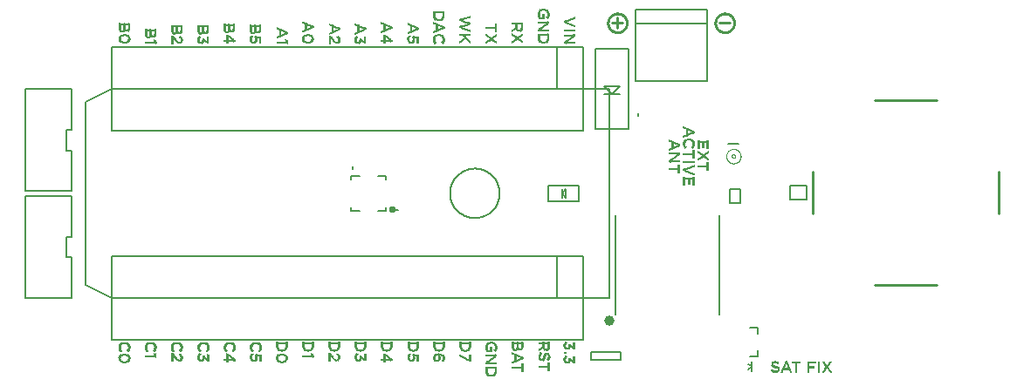
<source format=gto>
G75*
%MOIN*%
%OFA0B0*%
%FSLAX25Y25*%
%IPPOS*%
%LPD*%
%AMOC8*
5,1,8,0,0,1.08239X$1,22.5*
%
%ADD10C,0.01000*%
%ADD11R,0.00040X0.00520*%
%ADD12R,0.00040X0.00920*%
%ADD13R,0.00040X0.02120*%
%ADD14R,0.00040X0.01160*%
%ADD15R,0.00040X0.02440*%
%ADD16R,0.00040X0.01360*%
%ADD17R,0.00040X0.02640*%
%ADD18R,0.00040X0.01520*%
%ADD19R,0.00040X0.02760*%
%ADD20R,0.00040X0.01680*%
%ADD21R,0.00040X0.02840*%
%ADD22R,0.00040X0.01800*%
%ADD23R,0.00040X0.02920*%
%ADD24R,0.00040X0.01920*%
%ADD25R,0.00040X0.03000*%
%ADD26R,0.00040X0.02040*%
%ADD27R,0.00040X0.03080*%
%ADD28R,0.00040X0.02120*%
%ADD29R,0.00040X0.03120*%
%ADD30R,0.00040X0.02200*%
%ADD31R,0.00040X0.03160*%
%ADD32R,0.00040X0.02320*%
%ADD33R,0.00040X0.03200*%
%ADD34R,0.00040X0.02400*%
%ADD35R,0.00040X0.03240*%
%ADD36R,0.00040X0.02480*%
%ADD37R,0.00040X0.03280*%
%ADD38R,0.00040X0.02520*%
%ADD39R,0.00040X0.03320*%
%ADD40R,0.00040X0.02600*%
%ADD41R,0.00040X0.02680*%
%ADD42R,0.00040X0.03360*%
%ADD43R,0.00040X0.00720*%
%ADD44R,0.00040X0.01200*%
%ADD45R,0.00040X0.01080*%
%ADD46R,0.00040X0.01040*%
%ADD47R,0.00040X0.00720*%
%ADD48R,0.00040X0.01040*%
%ADD49R,0.00040X0.01000*%
%ADD50R,0.00040X0.00960*%
%ADD51R,0.00040X0.01000*%
%ADD52R,0.00040X0.00880*%
%ADD53R,0.00040X0.00920*%
%ADD54R,0.00040X0.00800*%
%ADD55R,0.00040X0.00800*%
%ADD56R,0.00040X0.00880*%
%ADD57R,0.00040X0.00760*%
%ADD58R,0.00040X0.00840*%
%ADD59R,0.00040X0.00840*%
%ADD60R,0.00040X0.00680*%
%ADD61R,0.00040X0.00720*%
%ADD62R,0.00040X0.00760*%
%ADD63R,0.00040X0.01120*%
%ADD64R,0.00040X0.03160*%
%ADD65R,0.00040X0.03040*%
%ADD66R,0.00040X0.02840*%
%ADD67R,0.00040X0.02720*%
%ADD68R,0.00040X0.02800*%
%ADD69R,0.00040X0.02880*%
%ADD70R,0.00040X0.02960*%
%ADD71R,0.00040X0.00840*%
%ADD72R,0.00040X0.00680*%
%ADD73R,0.00040X0.00720*%
%ADD74R,0.00040X0.03080*%
%ADD75R,0.00040X0.02280*%
%ADD76R,0.00040X0.01640*%
%ADD77R,0.00040X0.02520*%
%ADD78R,0.00040X0.01320*%
%ADD79R,0.00040X0.02080*%
%ADD80R,0.00040X0.00080*%
%ADD81R,0.00040X0.00240*%
%ADD82R,0.00040X0.00400*%
%ADD83R,0.00040X0.00560*%
%ADD84R,0.00040X0.01560*%
%ADD85R,0.00040X0.01600*%
%ADD86R,0.00040X0.01600*%
%ADD87R,0.00040X0.01560*%
%ADD88R,0.00040X0.01440*%
%ADD89R,0.00040X0.01320*%
%ADD90R,0.00040X0.00920*%
%ADD91R,0.00040X0.03040*%
%ADD92R,0.00040X0.03040*%
%ADD93R,0.00040X0.00960*%
%ADD94R,0.00040X0.00840*%
%ADD95R,0.00040X0.00040*%
%ADD96R,0.00040X0.00120*%
%ADD97R,0.00040X0.00200*%
%ADD98R,0.00040X0.00240*%
%ADD99R,0.00040X0.00320*%
%ADD100R,0.00040X0.00440*%
%ADD101R,0.00040X0.00600*%
%ADD102R,0.00040X0.01040*%
%ADD103R,0.00040X0.02560*%
%ADD104R,0.00040X0.02480*%
%ADD105R,0.00040X0.02360*%
%ADD106R,0.00040X0.02120*%
%ADD107R,0.00040X0.01920*%
%ADD108R,0.00040X0.01720*%
%ADD109R,0.00040X0.01400*%
%ADD110R,0.00040X0.01240*%
%ADD111R,0.00040X0.01480*%
%ADD112R,0.00040X0.01640*%
%ADD113R,0.00040X0.01840*%
%ADD114R,0.00040X0.02280*%
%ADD115R,0.00040X0.02680*%
%ADD116R,0.00040X0.01080*%
%ADD117R,0.00040X0.00520*%
%ADD118R,0.00040X0.00160*%
%ADD119R,0.00040X0.01440*%
%ADD120R,0.00040X0.01760*%
%ADD121R,0.00040X0.01720*%
%ADD122R,0.00040X0.01480*%
%ADD123R,0.00040X0.02760*%
%ADD124R,0.00040X0.03440*%
%ADD125R,0.00040X0.03480*%
%ADD126R,0.00040X0.03480*%
%ADD127R,0.00040X0.03520*%
%ADD128R,0.00040X0.03520*%
%ADD129R,0.00040X0.03560*%
%ADD130R,0.00040X0.03560*%
%ADD131R,0.00040X0.01280*%
%ADD132R,0.00040X0.01280*%
%ADD133R,0.00040X0.00640*%
%ADD134R,0.00040X0.01440*%
%ADD135R,0.00040X0.01960*%
%ADD136R,0.00040X0.02320*%
%ADD137R,0.00040X0.02720*%
%ADD138R,0.00040X0.00480*%
%ADD139R,0.00040X0.00400*%
%ADD140R,0.00040X0.00080*%
%ADD141R,0.00040X0.00040*%
%ADD142R,0.00040X0.00160*%
%ADD143R,0.00040X0.02520*%
%ADD144R,0.00040X0.02400*%
%ADD145R,0.00040X0.02240*%
%ADD146R,0.00040X0.02000*%
%ADD147R,0.00040X0.00520*%
%ADD148R,0.00040X0.00640*%
%ADD149R,0.00040X0.00640*%
%ADD150R,0.00040X0.00640*%
%ADD151R,0.00040X0.03120*%
%ADD152R,0.00040X0.01400*%
%ADD153R,0.00040X0.03120*%
%ADD154R,0.00040X0.03120*%
%ADD155R,0.00040X0.02120*%
%ADD156R,0.00040X0.02520*%
%ADD157R,0.00040X0.02640*%
%ADD158R,0.00040X0.02920*%
%ADD159R,0.00040X0.01360*%
%ADD160R,0.00040X0.01160*%
%ADD161R,0.00040X0.01240*%
%ADD162R,0.00040X0.01120*%
%ADD163R,0.00040X0.01320*%
%ADD164R,0.00040X0.01240*%
%ADD165R,0.00040X0.00360*%
%ADD166R,0.00040X0.00280*%
%ADD167R,0.00040X0.03400*%
%ADD168R,0.00040X0.03320*%
%ADD169R,0.00040X0.01520*%
%ADD170R,0.00040X0.03320*%
%ADD171R,0.00040X0.03320*%
%ADD172R,0.00040X0.02920*%
%ADD173R,0.00040X0.02920*%
%ADD174R,0.00040X0.00920*%
%ADD175R,0.00040X0.01040*%
%ADD176R,0.00040X0.01520*%
%ADD177R,0.00040X0.00120*%
%ADD178R,0.00040X0.03360*%
%ADD179R,0.00040X0.03240*%
%ADD180R,0.00040X0.01120*%
%ADD181R,0.00040X0.02880*%
%ADD182R,0.00040X0.02200*%
%ADD183R,0.00040X0.01880*%
%ADD184R,0.00440X0.00040*%
%ADD185R,0.01000X0.00040*%
%ADD186R,0.01320X0.00040*%
%ADD187R,0.00760X0.00040*%
%ADD188R,0.00800X0.00040*%
%ADD189R,0.00720X0.00040*%
%ADD190R,0.00840X0.00040*%
%ADD191R,0.00880X0.00040*%
%ADD192R,0.01560X0.00040*%
%ADD193R,0.00720X0.00040*%
%ADD194R,0.00760X0.00040*%
%ADD195R,0.00840X0.00040*%
%ADD196R,0.00880X0.00040*%
%ADD197R,0.01760X0.00040*%
%ADD198R,0.00840X0.00040*%
%ADD199R,0.01960X0.00040*%
%ADD200R,0.00720X0.00040*%
%ADD201R,0.02120X0.00040*%
%ADD202R,0.02240X0.00040*%
%ADD203R,0.00840X0.00040*%
%ADD204R,0.02400X0.00040*%
%ADD205R,0.02520X0.00040*%
%ADD206R,0.02600X0.00040*%
%ADD207R,0.02720X0.00040*%
%ADD208R,0.02800X0.00040*%
%ADD209R,0.02840X0.00040*%
%ADD210R,0.02960X0.00040*%
%ADD211R,0.00800X0.00040*%
%ADD212R,0.03040X0.00040*%
%ADD213R,0.01520X0.00040*%
%ADD214R,0.01120X0.00040*%
%ADD215R,0.01280X0.00040*%
%ADD216R,0.01000X0.00040*%
%ADD217R,0.00720X0.00040*%
%ADD218R,0.00640X0.00040*%
%ADD219R,0.00560X0.00040*%
%ADD220R,0.00480X0.00040*%
%ADD221R,0.00360X0.00040*%
%ADD222R,0.00280X0.00040*%
%ADD223R,0.00200X0.00040*%
%ADD224R,0.00120X0.00040*%
%ADD225R,0.03400X0.00040*%
%ADD226R,0.03320X0.00040*%
%ADD227R,0.03320X0.00040*%
%ADD228R,0.03240X0.00040*%
%ADD229R,0.03160X0.00040*%
%ADD230R,0.03160X0.00040*%
%ADD231R,0.03080X0.00040*%
%ADD232R,0.00960X0.00040*%
%ADD233R,0.03000X0.00040*%
%ADD234R,0.01680X0.00040*%
%ADD235R,0.01080X0.00040*%
%ADD236R,0.02920X0.00040*%
%ADD237R,0.01600X0.00040*%
%ADD238R,0.01200X0.00040*%
%ADD239R,0.02920X0.00040*%
%ADD240R,0.01280X0.00040*%
%ADD241R,0.01440X0.00040*%
%ADD242R,0.01360X0.00040*%
%ADD243R,0.01680X0.00040*%
%ADD244R,0.02840X0.00040*%
%ADD245R,0.01840X0.00040*%
%ADD246R,0.01880X0.00040*%
%ADD247R,0.01160X0.00040*%
%ADD248R,0.02040X0.00040*%
%ADD249R,0.02080X0.00040*%
%ADD250R,0.01040X0.00040*%
%ADD251R,0.02080X0.00040*%
%ADD252R,0.00920X0.00040*%
%ADD253R,0.00960X0.00040*%
%ADD254R,0.02040X0.00040*%
%ADD255R,0.01040X0.00040*%
%ADD256R,0.01640X0.00040*%
%ADD257R,0.01520X0.00040*%
%ADD258R,0.01400X0.00040*%
%ADD259R,0.00680X0.00040*%
%ADD260R,0.01040X0.00040*%
%ADD261R,0.01520X0.00040*%
%ADD262R,0.01600X0.00040*%
%ADD263R,0.00680X0.00040*%
%ADD264R,0.00080X0.00040*%
%ADD265R,0.00200X0.00040*%
%ADD266R,0.00320X0.00040*%
%ADD267R,0.01480X0.00040*%
%ADD268R,0.00400X0.00040*%
%ADD269R,0.00480X0.00040*%
%ADD270R,0.01400X0.00040*%
%ADD271R,0.00600X0.00040*%
%ADD272R,0.01320X0.00040*%
%ADD273R,0.03360X0.00040*%
%ADD274R,0.03120X0.00040*%
%ADD275R,0.01240X0.00040*%
%ADD276R,0.01240X0.00040*%
%ADD277R,0.01240X0.00040*%
%ADD278R,0.03360X0.00040*%
%ADD279R,0.03120X0.00040*%
%ADD280R,0.02720X0.00040*%
%ADD281R,0.02760X0.00040*%
%ADD282R,0.01080X0.00040*%
%ADD283R,0.02680X0.00040*%
%ADD284R,0.02600X0.00040*%
%ADD285R,0.02480X0.00040*%
%ADD286R,0.02280X0.00040*%
%ADD287R,0.02160X0.00040*%
%ADD288R,0.02040X0.00040*%
%ADD289R,0.01920X0.00040*%
%ADD290R,0.01720X0.00040*%
%ADD291R,0.00040X0.03400*%
%ADD292R,0.00040X0.01320*%
%ADD293R,0.00040X0.01840*%
%ADD294R,0.00040X0.02560*%
%ADD295R,0.00040X0.01920*%
%ADD296R,0.00040X0.02720*%
%ADD297R,0.00040X0.01800*%
%ADD298R,0.00040X0.01840*%
%ADD299R,0.00040X0.00560*%
%ADD300R,0.00040X0.02720*%
%ADD301R,0.00040X0.03040*%
%ADD302R,0.00040X0.01200*%
%ADD303R,0.00040X0.01120*%
%ADD304R,0.00040X0.00520*%
%ADD305R,0.00040X0.00280*%
%ADD306R,0.00040X0.00480*%
%ADD307R,0.00040X0.03240*%
%ADD308R,0.00040X0.02440*%
%ADD309R,0.00040X0.02040*%
%ADD310R,0.00040X0.01880*%
%ADD311R,0.00040X0.01640*%
%ADD312R,0.00040X0.02960*%
%ADD313R,0.00040X0.00040*%
%ADD314R,0.00040X0.00120*%
%ADD315R,0.00040X0.00320*%
%ADD316R,0.00040X0.02600*%
%ADD317R,0.00040X0.02240*%
%ADD318R,0.00040X0.02160*%
%ADD319R,0.00040X0.02080*%
%ADD320R,0.00040X0.02040*%
%ADD321R,0.00040X0.00240*%
%ADD322R,0.00040X0.01760*%
%ADD323R,0.00040X0.01680*%
%ADD324R,0.00040X0.03440*%
%ADD325R,0.00040X0.03520*%
%ADD326R,0.00040X0.03520*%
%ADD327R,0.00040X0.03000*%
%ADD328R,0.00040X0.00240*%
%ADD329R,0.00040X0.03200*%
%ADD330R,0.00040X0.03280*%
%ADD331R,0.00040X0.01520*%
%ADD332R,0.00040X0.00360*%
%ADD333R,0.00040X0.00440*%
%ADD334R,0.00040X0.01960*%
%ADD335R,0.00040X0.02320*%
%ADD336R,0.00040X0.02800*%
%ADD337R,0.00040X0.00200*%
%ADD338R,0.00040X0.02040*%
%ADD339R,0.00040X0.01240*%
%ADD340R,0.00040X0.01720*%
%ADD341R,0.00040X0.01640*%
%ADD342R,0.00040X0.00040*%
%ADD343R,0.00040X0.00440*%
%ADD344R,0.00040X0.02640*%
%ADD345R,0.00040X0.02440*%
%ADD346R,0.00040X0.02360*%
%ADD347R,0.00040X0.02240*%
%ADD348R,0.00040X0.00120*%
%ADD349R,0.00040X0.00600*%
%ADD350R,0.00040X0.02440*%
%ADD351R,0.00040X0.01720*%
%ADD352R,0.00040X0.03440*%
%ADD353R,0.00040X0.03600*%
%ADD354C,0.00800*%
%ADD355C,0.01600*%
%ADD356C,0.00600*%
%ADD357C,0.00500*%
%ADD358C,0.03937*%
%ADD359R,0.00787X0.00787*%
%ADD360C,0.00400*%
D10*
X0331642Y0121529D02*
X0331642Y0137277D01*
X0355264Y0164836D02*
X0378886Y0164836D01*
X0402509Y0137277D02*
X0402509Y0121529D01*
X0378886Y0093970D02*
X0355264Y0093970D01*
X0256918Y0192293D02*
X0256918Y0196293D01*
X0253312Y0194293D02*
X0253314Y0194413D01*
X0253320Y0194533D01*
X0253330Y0194652D01*
X0253344Y0194771D01*
X0253362Y0194890D01*
X0253383Y0195008D01*
X0253409Y0195125D01*
X0253439Y0195241D01*
X0253472Y0195356D01*
X0253509Y0195470D01*
X0253550Y0195582D01*
X0253595Y0195694D01*
X0253644Y0195803D01*
X0253696Y0195911D01*
X0253751Y0196018D01*
X0253810Y0196122D01*
X0253873Y0196224D01*
X0253939Y0196324D01*
X0254008Y0196422D01*
X0254080Y0196518D01*
X0254156Y0196611D01*
X0254234Y0196701D01*
X0254316Y0196789D01*
X0254400Y0196874D01*
X0254487Y0196957D01*
X0254577Y0197036D01*
X0254670Y0197112D01*
X0254765Y0197185D01*
X0254862Y0197255D01*
X0254962Y0197322D01*
X0255063Y0197385D01*
X0255167Y0197445D01*
X0255273Y0197502D01*
X0255380Y0197555D01*
X0255490Y0197604D01*
X0255601Y0197650D01*
X0255713Y0197692D01*
X0255827Y0197730D01*
X0255941Y0197764D01*
X0256057Y0197795D01*
X0256174Y0197821D01*
X0256292Y0197844D01*
X0256410Y0197863D01*
X0256529Y0197878D01*
X0256649Y0197889D01*
X0256768Y0197896D01*
X0256888Y0197899D01*
X0257008Y0197898D01*
X0257128Y0197893D01*
X0257247Y0197884D01*
X0257366Y0197871D01*
X0257485Y0197854D01*
X0257603Y0197833D01*
X0257720Y0197809D01*
X0257837Y0197780D01*
X0257952Y0197748D01*
X0258066Y0197711D01*
X0258179Y0197671D01*
X0258291Y0197627D01*
X0258401Y0197580D01*
X0258510Y0197529D01*
X0258616Y0197474D01*
X0258721Y0197416D01*
X0258824Y0197354D01*
X0258925Y0197289D01*
X0259023Y0197221D01*
X0259119Y0197149D01*
X0259213Y0197075D01*
X0259304Y0196997D01*
X0259393Y0196916D01*
X0259478Y0196832D01*
X0259561Y0196746D01*
X0259641Y0196656D01*
X0259719Y0196565D01*
X0259792Y0196470D01*
X0259863Y0196374D01*
X0259931Y0196275D01*
X0259995Y0196173D01*
X0260056Y0196070D01*
X0260113Y0195965D01*
X0260167Y0195858D01*
X0260217Y0195749D01*
X0260264Y0195638D01*
X0260307Y0195526D01*
X0260346Y0195413D01*
X0260381Y0195298D01*
X0260412Y0195183D01*
X0260440Y0195066D01*
X0260464Y0194949D01*
X0260484Y0194830D01*
X0260500Y0194712D01*
X0260512Y0194592D01*
X0260520Y0194473D01*
X0260524Y0194353D01*
X0260524Y0194233D01*
X0260520Y0194113D01*
X0260512Y0193994D01*
X0260500Y0193874D01*
X0260484Y0193756D01*
X0260464Y0193637D01*
X0260440Y0193520D01*
X0260412Y0193403D01*
X0260381Y0193288D01*
X0260346Y0193173D01*
X0260307Y0193060D01*
X0260264Y0192948D01*
X0260217Y0192837D01*
X0260167Y0192728D01*
X0260113Y0192621D01*
X0260056Y0192516D01*
X0259995Y0192413D01*
X0259931Y0192311D01*
X0259863Y0192212D01*
X0259792Y0192116D01*
X0259719Y0192021D01*
X0259641Y0191930D01*
X0259561Y0191840D01*
X0259478Y0191754D01*
X0259393Y0191670D01*
X0259304Y0191589D01*
X0259213Y0191511D01*
X0259119Y0191437D01*
X0259023Y0191365D01*
X0258925Y0191297D01*
X0258824Y0191232D01*
X0258721Y0191170D01*
X0258616Y0191112D01*
X0258510Y0191057D01*
X0258401Y0191006D01*
X0258291Y0190959D01*
X0258179Y0190915D01*
X0258066Y0190875D01*
X0257952Y0190838D01*
X0257837Y0190806D01*
X0257720Y0190777D01*
X0257603Y0190753D01*
X0257485Y0190732D01*
X0257366Y0190715D01*
X0257247Y0190702D01*
X0257128Y0190693D01*
X0257008Y0190688D01*
X0256888Y0190687D01*
X0256768Y0190690D01*
X0256649Y0190697D01*
X0256529Y0190708D01*
X0256410Y0190723D01*
X0256292Y0190742D01*
X0256174Y0190765D01*
X0256057Y0190791D01*
X0255941Y0190822D01*
X0255827Y0190856D01*
X0255713Y0190894D01*
X0255601Y0190936D01*
X0255490Y0190982D01*
X0255380Y0191031D01*
X0255273Y0191084D01*
X0255167Y0191141D01*
X0255063Y0191201D01*
X0254962Y0191264D01*
X0254862Y0191331D01*
X0254765Y0191401D01*
X0254670Y0191474D01*
X0254577Y0191550D01*
X0254487Y0191629D01*
X0254400Y0191712D01*
X0254316Y0191797D01*
X0254234Y0191885D01*
X0254156Y0191975D01*
X0254080Y0192068D01*
X0254008Y0192164D01*
X0253939Y0192262D01*
X0253873Y0192362D01*
X0253810Y0192464D01*
X0253751Y0192568D01*
X0253696Y0192675D01*
X0253644Y0192783D01*
X0253595Y0192892D01*
X0253550Y0193004D01*
X0253509Y0193116D01*
X0253472Y0193230D01*
X0253439Y0193345D01*
X0253409Y0193461D01*
X0253383Y0193578D01*
X0253362Y0193696D01*
X0253344Y0193815D01*
X0253330Y0193934D01*
X0253320Y0194053D01*
X0253314Y0194173D01*
X0253312Y0194293D01*
X0254918Y0194293D02*
X0258918Y0194293D01*
X0295918Y0194293D02*
X0299918Y0194293D01*
X0294312Y0194293D02*
X0294314Y0194413D01*
X0294320Y0194533D01*
X0294330Y0194652D01*
X0294344Y0194771D01*
X0294362Y0194890D01*
X0294383Y0195008D01*
X0294409Y0195125D01*
X0294439Y0195241D01*
X0294472Y0195356D01*
X0294509Y0195470D01*
X0294550Y0195582D01*
X0294595Y0195694D01*
X0294644Y0195803D01*
X0294696Y0195911D01*
X0294751Y0196018D01*
X0294810Y0196122D01*
X0294873Y0196224D01*
X0294939Y0196324D01*
X0295008Y0196422D01*
X0295080Y0196518D01*
X0295156Y0196611D01*
X0295234Y0196701D01*
X0295316Y0196789D01*
X0295400Y0196874D01*
X0295487Y0196957D01*
X0295577Y0197036D01*
X0295670Y0197112D01*
X0295765Y0197185D01*
X0295862Y0197255D01*
X0295962Y0197322D01*
X0296063Y0197385D01*
X0296167Y0197445D01*
X0296273Y0197502D01*
X0296380Y0197555D01*
X0296490Y0197604D01*
X0296601Y0197650D01*
X0296713Y0197692D01*
X0296827Y0197730D01*
X0296941Y0197764D01*
X0297057Y0197795D01*
X0297174Y0197821D01*
X0297292Y0197844D01*
X0297410Y0197863D01*
X0297529Y0197878D01*
X0297649Y0197889D01*
X0297768Y0197896D01*
X0297888Y0197899D01*
X0298008Y0197898D01*
X0298128Y0197893D01*
X0298247Y0197884D01*
X0298366Y0197871D01*
X0298485Y0197854D01*
X0298603Y0197833D01*
X0298720Y0197809D01*
X0298837Y0197780D01*
X0298952Y0197748D01*
X0299066Y0197711D01*
X0299179Y0197671D01*
X0299291Y0197627D01*
X0299401Y0197580D01*
X0299510Y0197529D01*
X0299616Y0197474D01*
X0299721Y0197416D01*
X0299824Y0197354D01*
X0299925Y0197289D01*
X0300023Y0197221D01*
X0300119Y0197149D01*
X0300213Y0197075D01*
X0300304Y0196997D01*
X0300393Y0196916D01*
X0300478Y0196832D01*
X0300561Y0196746D01*
X0300641Y0196656D01*
X0300719Y0196565D01*
X0300792Y0196470D01*
X0300863Y0196374D01*
X0300931Y0196275D01*
X0300995Y0196173D01*
X0301056Y0196070D01*
X0301113Y0195965D01*
X0301167Y0195858D01*
X0301217Y0195749D01*
X0301264Y0195638D01*
X0301307Y0195526D01*
X0301346Y0195413D01*
X0301381Y0195298D01*
X0301412Y0195183D01*
X0301440Y0195066D01*
X0301464Y0194949D01*
X0301484Y0194830D01*
X0301500Y0194712D01*
X0301512Y0194592D01*
X0301520Y0194473D01*
X0301524Y0194353D01*
X0301524Y0194233D01*
X0301520Y0194113D01*
X0301512Y0193994D01*
X0301500Y0193874D01*
X0301484Y0193756D01*
X0301464Y0193637D01*
X0301440Y0193520D01*
X0301412Y0193403D01*
X0301381Y0193288D01*
X0301346Y0193173D01*
X0301307Y0193060D01*
X0301264Y0192948D01*
X0301217Y0192837D01*
X0301167Y0192728D01*
X0301113Y0192621D01*
X0301056Y0192516D01*
X0300995Y0192413D01*
X0300931Y0192311D01*
X0300863Y0192212D01*
X0300792Y0192116D01*
X0300719Y0192021D01*
X0300641Y0191930D01*
X0300561Y0191840D01*
X0300478Y0191754D01*
X0300393Y0191670D01*
X0300304Y0191589D01*
X0300213Y0191511D01*
X0300119Y0191437D01*
X0300023Y0191365D01*
X0299925Y0191297D01*
X0299824Y0191232D01*
X0299721Y0191170D01*
X0299616Y0191112D01*
X0299510Y0191057D01*
X0299401Y0191006D01*
X0299291Y0190959D01*
X0299179Y0190915D01*
X0299066Y0190875D01*
X0298952Y0190838D01*
X0298837Y0190806D01*
X0298720Y0190777D01*
X0298603Y0190753D01*
X0298485Y0190732D01*
X0298366Y0190715D01*
X0298247Y0190702D01*
X0298128Y0190693D01*
X0298008Y0190688D01*
X0297888Y0190687D01*
X0297768Y0190690D01*
X0297649Y0190697D01*
X0297529Y0190708D01*
X0297410Y0190723D01*
X0297292Y0190742D01*
X0297174Y0190765D01*
X0297057Y0190791D01*
X0296941Y0190822D01*
X0296827Y0190856D01*
X0296713Y0190894D01*
X0296601Y0190936D01*
X0296490Y0190982D01*
X0296380Y0191031D01*
X0296273Y0191084D01*
X0296167Y0191141D01*
X0296063Y0191201D01*
X0295962Y0191264D01*
X0295862Y0191331D01*
X0295765Y0191401D01*
X0295670Y0191474D01*
X0295577Y0191550D01*
X0295487Y0191629D01*
X0295400Y0191712D01*
X0295316Y0191797D01*
X0295234Y0191885D01*
X0295156Y0191975D01*
X0295080Y0192068D01*
X0295008Y0192164D01*
X0294939Y0192262D01*
X0294873Y0192362D01*
X0294810Y0192464D01*
X0294751Y0192568D01*
X0294696Y0192675D01*
X0294644Y0192783D01*
X0294595Y0192892D01*
X0294550Y0193004D01*
X0294509Y0193116D01*
X0294472Y0193230D01*
X0294439Y0193345D01*
X0294409Y0193461D01*
X0294383Y0193578D01*
X0294362Y0193696D01*
X0294344Y0193815D01*
X0294330Y0193934D01*
X0294320Y0194053D01*
X0294314Y0194173D01*
X0294312Y0194293D01*
D11*
X0283198Y0146733D03*
X0150238Y0188733D03*
X0141078Y0188173D03*
X0136758Y0188173D03*
X0090038Y0188733D03*
X0071078Y0188173D03*
X0066758Y0188173D03*
X0071038Y0069973D03*
X0067678Y0068813D03*
X0081038Y0069973D03*
X0087678Y0068813D03*
X0091038Y0069973D03*
X0101238Y0069973D03*
X0107878Y0068813D03*
X0111238Y0069973D03*
X0121238Y0069973D03*
X0126838Y0065933D03*
X0131158Y0065933D03*
X0157798Y0067333D03*
D12*
X0157638Y0067333D03*
X0157598Y0065373D03*
X0158638Y0065333D03*
X0150358Y0065373D03*
X0149078Y0065533D03*
X0140998Y0066773D03*
X0130278Y0066973D03*
X0127678Y0066933D03*
X0126878Y0065933D03*
X0127678Y0064933D03*
X0118838Y0065213D03*
X0110838Y0065373D03*
X0110158Y0071413D03*
X0107998Y0071413D03*
X0100198Y0071413D03*
X0100158Y0071413D03*
X0098238Y0071573D03*
X0099438Y0066373D03*
X0100478Y0065413D03*
X0090238Y0067213D03*
X0088878Y0065573D03*
X0089078Y0065413D03*
X0089958Y0071413D03*
X0087798Y0071413D03*
X0079998Y0071413D03*
X0079958Y0071413D03*
X0078038Y0071573D03*
X0069958Y0071413D03*
X0067798Y0071413D03*
X0067638Y0066973D03*
X0070038Y0064773D03*
X0118238Y0071573D03*
X0120158Y0071413D03*
X0120198Y0071413D03*
X0170798Y0065373D03*
X0177798Y0065373D03*
X0188838Y0065133D03*
X0190358Y0066933D03*
X0207798Y0071573D03*
X0210038Y0071573D03*
X0210078Y0071533D03*
X0210678Y0066933D03*
X0209678Y0066133D03*
X0209478Y0065973D03*
X0209158Y0065733D03*
X0208958Y0065573D03*
X0208438Y0065173D03*
X0208398Y0065133D03*
X0230478Y0069373D03*
X0237398Y0064533D03*
X0239158Y0065573D03*
X0282558Y0137933D03*
X0282598Y0137933D03*
X0282638Y0137933D03*
X0278898Y0142733D03*
X0278938Y0142773D03*
X0279138Y0142933D03*
X0279458Y0143173D03*
X0279658Y0143333D03*
X0280658Y0144133D03*
X0280698Y0144133D03*
X0278378Y0142333D03*
X0283278Y0149333D03*
X0286238Y0152533D03*
X0286278Y0152533D03*
X0289898Y0143433D03*
X0239278Y0188333D03*
X0238798Y0187973D03*
X0238758Y0187933D03*
X0238238Y0187533D03*
X0237238Y0186733D03*
X0237198Y0186733D03*
X0229478Y0193373D03*
X0229678Y0193533D03*
X0229158Y0193133D03*
X0228958Y0192973D03*
X0228438Y0192573D03*
X0228398Y0192533D03*
X0230678Y0194333D03*
X0230078Y0198933D03*
X0230038Y0198973D03*
X0227798Y0198973D03*
X0219038Y0191533D03*
X0200558Y0193933D03*
X0197198Y0192573D03*
X0198238Y0189573D03*
X0198598Y0188133D03*
X0198078Y0187733D03*
X0197598Y0187373D03*
X0197278Y0187133D03*
X0197078Y0186973D03*
X0200278Y0187573D03*
X0200478Y0187373D03*
X0158558Y0186773D03*
X0157558Y0188773D03*
X0150438Y0188733D03*
X0149038Y0187133D03*
X0149198Y0186973D03*
X0140238Y0187173D03*
X0140198Y0187133D03*
X0140238Y0189173D03*
X0137598Y0189173D03*
X0136798Y0188173D03*
X0137598Y0187173D03*
X0137638Y0187133D03*
X0119278Y0190933D03*
X0117598Y0190533D03*
X0109278Y0191333D03*
X0107598Y0190933D03*
X0099278Y0190733D03*
X0097598Y0190333D03*
X0097558Y0188773D03*
X0098558Y0186773D03*
X0090238Y0188733D03*
X0088838Y0187133D03*
X0088998Y0186973D03*
X0087598Y0190333D03*
X0089278Y0190733D03*
X0079278Y0189333D03*
X0077598Y0188933D03*
X0070238Y0189173D03*
X0070238Y0187173D03*
X0070198Y0187133D03*
X0067638Y0187133D03*
X0067598Y0187173D03*
X0066798Y0188173D03*
X0067598Y0189173D03*
X0067598Y0191133D03*
X0069278Y0191533D03*
D13*
X0066838Y0193053D03*
X0076838Y0190853D03*
X0086838Y0192253D03*
X0096838Y0192253D03*
X0106838Y0192853D03*
X0116838Y0192453D03*
X0186998Y0187893D03*
X0179598Y0066453D03*
X0150798Y0066253D03*
X0119478Y0066453D03*
X0097198Y0066253D03*
X0227278Y0066493D03*
X0229238Y0066493D03*
D14*
X0229678Y0067333D03*
X0229238Y0069613D03*
X0230598Y0069573D03*
X0220598Y0066093D03*
X0220558Y0066093D03*
X0210398Y0066813D03*
X0210238Y0059933D03*
X0207598Y0059933D03*
X0197678Y0069453D03*
X0188958Y0065333D03*
X0187438Y0065373D03*
X0187678Y0069493D03*
X0177878Y0069493D03*
X0167678Y0069493D03*
X0157678Y0069493D03*
X0150478Y0067053D03*
X0147678Y0069493D03*
X0137678Y0069493D03*
X0131078Y0065933D03*
X0130478Y0065133D03*
X0130478Y0066733D03*
X0127678Y0069493D03*
X0118958Y0065373D03*
X0117598Y0065453D03*
X0117678Y0068893D03*
X0116958Y0070013D03*
X0117678Y0071133D03*
X0111198Y0069933D03*
X0110478Y0071133D03*
X0107758Y0071213D03*
X0106958Y0070013D03*
X0107638Y0068933D03*
X0110598Y0065493D03*
X0110638Y0065453D03*
X0098838Y0065493D03*
X0097638Y0067253D03*
X0097678Y0068893D03*
X0096958Y0070013D03*
X0097678Y0071133D03*
X0090998Y0069933D03*
X0090278Y0071133D03*
X0087558Y0071213D03*
X0086758Y0070013D03*
X0087438Y0068933D03*
X0090358Y0067053D03*
X0090958Y0066213D03*
X0077478Y0068893D03*
X0076758Y0070013D03*
X0077478Y0071133D03*
X0070998Y0069933D03*
X0070278Y0071133D03*
X0067558Y0071213D03*
X0066758Y0070013D03*
X0067438Y0068933D03*
X0066798Y0065893D03*
X0070958Y0065893D03*
X0277498Y0141533D03*
X0280378Y0144013D03*
X0280458Y0147493D03*
X0280498Y0147493D03*
X0285958Y0152533D03*
X0285998Y0152533D03*
X0289738Y0143433D03*
X0282878Y0137933D03*
X0230238Y0187333D03*
X0227598Y0187333D03*
X0218758Y0188333D03*
X0218958Y0191693D03*
X0208758Y0188173D03*
X0199038Y0188613D03*
X0198478Y0189453D03*
X0197558Y0192573D03*
X0197558Y0195293D03*
X0200198Y0193933D03*
X0190478Y0192493D03*
X0190238Y0195973D03*
X0187598Y0195973D03*
X0180678Y0192093D03*
X0170478Y0192493D03*
X0170438Y0187533D03*
X0160478Y0191893D03*
X0159238Y0187773D03*
X0150598Y0188493D03*
X0150678Y0191893D03*
X0140478Y0192693D03*
X0140398Y0188973D03*
X0140998Y0188173D03*
X0140398Y0187373D03*
X0137438Y0187373D03*
X0136838Y0188173D03*
X0137438Y0188973D03*
X0130678Y0190493D03*
X0110438Y0187533D03*
X0099238Y0187773D03*
X0090398Y0188493D03*
X0070998Y0188173D03*
X0070398Y0187373D03*
X0070398Y0188973D03*
X0067438Y0188973D03*
X0066838Y0188173D03*
X0067438Y0187373D03*
X0230398Y0194213D03*
X0237398Y0194613D03*
X0237438Y0194613D03*
X0240398Y0189333D03*
D15*
X0218398Y0193093D03*
X0179278Y0187933D03*
X0179078Y0187813D03*
X0140558Y0188173D03*
X0119078Y0187933D03*
X0118878Y0187813D03*
X0116878Y0192293D03*
X0106878Y0192693D03*
X0096878Y0192093D03*
X0086878Y0192093D03*
X0076878Y0190693D03*
X0070558Y0188173D03*
X0066878Y0192893D03*
X0077038Y0069973D03*
X0097238Y0069973D03*
X0117238Y0069973D03*
X0130638Y0065933D03*
X0179158Y0066173D03*
X0179358Y0066293D03*
X0190598Y0066013D03*
X0190638Y0065973D03*
X0190678Y0065933D03*
X0216958Y0071013D03*
X0228678Y0071013D03*
X0286238Y0147893D03*
D16*
X0289578Y0143453D03*
X0290258Y0143453D03*
X0290298Y0143453D03*
X0280138Y0143913D03*
X0280098Y0143913D03*
X0277778Y0141633D03*
X0237798Y0186953D03*
X0240158Y0189233D03*
X0230158Y0194113D03*
X0227798Y0191833D03*
X0227438Y0198513D03*
X0219278Y0188353D03*
X0218598Y0188353D03*
X0209278Y0188193D03*
X0208598Y0188193D03*
X0198678Y0189353D03*
X0197838Y0192593D03*
X0199878Y0193913D03*
X0197838Y0195273D03*
X0187438Y0188833D03*
X0187438Y0186913D03*
X0170198Y0187633D03*
X0136878Y0188193D03*
X0110198Y0187633D03*
X0066878Y0188193D03*
X0127598Y0069673D03*
X0130398Y0069673D03*
X0137598Y0069673D03*
X0140398Y0069673D03*
X0147598Y0069673D03*
X0150398Y0069673D03*
X0157598Y0069673D03*
X0160398Y0069673D03*
X0167598Y0069673D03*
X0170398Y0069673D03*
X0177798Y0069673D03*
X0180598Y0069673D03*
X0187598Y0069673D03*
X0190398Y0069673D03*
X0197598Y0069633D03*
X0200398Y0069633D03*
X0207438Y0071113D03*
X0210158Y0066713D03*
X0207798Y0064433D03*
X0186958Y0066113D03*
X0170278Y0065593D03*
X0126958Y0065953D03*
X0080758Y0066953D03*
D17*
X0207118Y0070113D03*
X0076918Y0190593D03*
X0086918Y0191993D03*
X0096918Y0191993D03*
X0106918Y0192593D03*
X0116918Y0192193D03*
X0066918Y0192793D03*
X0227118Y0197513D03*
D18*
X0218518Y0188353D03*
X0208518Y0188193D03*
X0239918Y0189153D03*
X0290418Y0143453D03*
X0140918Y0188153D03*
X0136918Y0188193D03*
X0130518Y0187113D03*
X0080318Y0187113D03*
X0070918Y0188153D03*
X0066918Y0188193D03*
D19*
X0066958Y0192733D03*
X0069038Y0192733D03*
X0070798Y0192733D03*
X0076958Y0190533D03*
X0079038Y0190533D03*
X0080798Y0190533D03*
X0086958Y0191933D03*
X0089038Y0191933D03*
X0090798Y0191933D03*
X0096958Y0191933D03*
X0099038Y0191933D03*
X0100798Y0191933D03*
X0100798Y0187693D03*
X0100838Y0187693D03*
X0100878Y0187693D03*
X0100958Y0187693D03*
X0100998Y0187693D03*
X0100758Y0187693D03*
X0100678Y0187693D03*
X0100638Y0187693D03*
X0100598Y0187693D03*
X0100558Y0187693D03*
X0100478Y0187693D03*
X0097358Y0187813D03*
X0106958Y0192533D03*
X0109038Y0192533D03*
X0110798Y0192533D03*
X0116958Y0192133D03*
X0119038Y0192133D03*
X0120798Y0192133D03*
X0157358Y0187813D03*
X0160478Y0187693D03*
X0160558Y0187693D03*
X0160598Y0187693D03*
X0160638Y0187693D03*
X0160678Y0187693D03*
X0160758Y0187693D03*
X0160798Y0187693D03*
X0160838Y0187693D03*
X0160878Y0187693D03*
X0160958Y0187693D03*
X0160998Y0187693D03*
X0190638Y0187853D03*
X0218558Y0192933D03*
X0227158Y0197493D03*
X0228838Y0070853D03*
X0230838Y0066413D03*
X0237238Y0065533D03*
X0240358Y0065413D03*
X0240398Y0065413D03*
X0240438Y0065413D03*
X0240478Y0065413D03*
X0240558Y0065413D03*
X0240598Y0065413D03*
X0240638Y0065413D03*
X0240678Y0065413D03*
X0240758Y0065413D03*
X0240798Y0065413D03*
X0240838Y0065413D03*
X0240878Y0065413D03*
X0240878Y0070733D03*
X0240838Y0070733D03*
X0240798Y0070733D03*
X0240758Y0070733D03*
X0240678Y0070733D03*
X0240638Y0070733D03*
X0240598Y0070733D03*
X0240558Y0070733D03*
X0240478Y0070733D03*
X0240438Y0070733D03*
X0240398Y0070733D03*
X0240358Y0070733D03*
X0237238Y0070853D03*
X0220878Y0070853D03*
X0217038Y0070853D03*
X0207158Y0070093D03*
X0161078Y0066253D03*
X0161038Y0066253D03*
X0160998Y0066253D03*
X0160958Y0066253D03*
X0160878Y0066253D03*
X0160838Y0066253D03*
X0160798Y0066253D03*
X0160758Y0066253D03*
X0160678Y0066253D03*
X0160638Y0066253D03*
X0160598Y0066253D03*
X0160558Y0066253D03*
X0157438Y0066373D03*
X0117438Y0066333D03*
X0117358Y0070013D03*
X0107358Y0070013D03*
X0101158Y0066213D03*
X0101078Y0066213D03*
X0100998Y0066213D03*
X0100838Y0066213D03*
X0100758Y0066213D03*
X0100678Y0066213D03*
X0100598Y0066213D03*
X0097358Y0070013D03*
X0087158Y0070013D03*
X0077158Y0070013D03*
X0067158Y0070013D03*
D20*
X0127038Y0065953D03*
X0159038Y0066033D03*
X0210958Y0070113D03*
X0238838Y0070513D03*
X0238838Y0065193D03*
X0289378Y0143453D03*
X0290498Y0143453D03*
X0218398Y0188353D03*
X0208398Y0188193D03*
X0230958Y0197513D03*
X0158958Y0187473D03*
X0136958Y0188193D03*
X0098958Y0187473D03*
X0066958Y0188193D03*
D21*
X0066998Y0192693D03*
X0070758Y0192693D03*
X0076998Y0190493D03*
X0080758Y0190493D03*
X0086998Y0191893D03*
X0090758Y0191893D03*
X0096998Y0191893D03*
X0100758Y0191893D03*
X0106998Y0192493D03*
X0110758Y0192493D03*
X0116998Y0192093D03*
X0120758Y0192093D03*
X0117398Y0188013D03*
X0177598Y0188013D03*
X0187238Y0187893D03*
X0218598Y0192893D03*
X0230638Y0197493D03*
X0289578Y0147713D03*
X0289658Y0147713D03*
X0289698Y0147713D03*
X0289738Y0147713D03*
X0289778Y0147713D03*
X0289858Y0147713D03*
X0289898Y0147713D03*
X0289938Y0147713D03*
X0289978Y0147713D03*
X0290058Y0147713D03*
X0290098Y0147713D03*
X0290138Y0147713D03*
X0290178Y0147713D03*
X0284678Y0133733D03*
X0284638Y0133733D03*
X0284598Y0133733D03*
X0284558Y0133733D03*
X0284478Y0133733D03*
X0284438Y0133733D03*
X0284398Y0133733D03*
X0284358Y0133733D03*
X0284278Y0133733D03*
X0284238Y0133733D03*
X0284198Y0133733D03*
X0284158Y0133733D03*
X0284078Y0133733D03*
X0228878Y0070813D03*
X0227558Y0066573D03*
X0220838Y0070813D03*
X0218998Y0070813D03*
X0217078Y0070813D03*
X0210638Y0070093D03*
X0189158Y0066333D03*
X0177678Y0066373D03*
X0120798Y0069973D03*
X0117398Y0070013D03*
X0110798Y0069973D03*
X0107398Y0070013D03*
X0100798Y0069973D03*
X0097398Y0070013D03*
X0090598Y0069973D03*
X0087198Y0070013D03*
X0080598Y0069973D03*
X0077198Y0070013D03*
X0070598Y0069973D03*
X0067198Y0070013D03*
X0117558Y0066333D03*
D22*
X0117078Y0069973D03*
X0121078Y0069973D03*
X0127078Y0065933D03*
X0107078Y0069973D03*
X0101078Y0069973D03*
X0097078Y0069973D03*
X0099038Y0065933D03*
X0098998Y0065893D03*
X0086878Y0069973D03*
X0080878Y0069973D03*
X0076878Y0069973D03*
X0070798Y0065893D03*
X0066958Y0065893D03*
X0066878Y0069973D03*
X0158878Y0065933D03*
X0208558Y0069293D03*
X0208598Y0069293D03*
X0208638Y0069293D03*
X0208678Y0069293D03*
X0208758Y0069293D03*
X0208798Y0069293D03*
X0208838Y0069293D03*
X0208878Y0069293D03*
X0208958Y0069293D03*
X0208998Y0069293D03*
X0209038Y0069293D03*
X0209078Y0069293D03*
X0238678Y0070413D03*
X0238678Y0065093D03*
X0282398Y0147933D03*
X0229078Y0196693D03*
X0229038Y0196693D03*
X0228998Y0196693D03*
X0228958Y0196693D03*
X0228878Y0196693D03*
X0228838Y0196693D03*
X0228798Y0196693D03*
X0228758Y0196693D03*
X0228678Y0196693D03*
X0228638Y0196693D03*
X0228598Y0196693D03*
X0228558Y0196693D03*
X0158798Y0187373D03*
X0151038Y0187693D03*
X0140838Y0188173D03*
X0136998Y0188173D03*
X0098798Y0187373D03*
X0090838Y0187693D03*
X0070838Y0188173D03*
X0066998Y0188173D03*
D23*
X0067038Y0192653D03*
X0068878Y0192653D03*
X0069158Y0192653D03*
X0070678Y0192653D03*
X0077038Y0190453D03*
X0078878Y0190453D03*
X0079158Y0190453D03*
X0080678Y0190453D03*
X0087038Y0191853D03*
X0088878Y0191853D03*
X0089158Y0191853D03*
X0090678Y0191853D03*
X0097038Y0191853D03*
X0098878Y0191853D03*
X0099158Y0191853D03*
X0100678Y0191853D03*
X0107038Y0192453D03*
X0108878Y0192453D03*
X0109158Y0192453D03*
X0110678Y0192453D03*
X0117038Y0192053D03*
X0118878Y0192053D03*
X0119158Y0192053D03*
X0120678Y0192053D03*
X0128638Y0190493D03*
X0128678Y0190493D03*
X0138438Y0192693D03*
X0138478Y0192693D03*
X0148638Y0191893D03*
X0148678Y0191893D03*
X0158438Y0191893D03*
X0158478Y0191893D03*
X0168438Y0192493D03*
X0168478Y0192493D03*
X0178638Y0192093D03*
X0178678Y0192093D03*
X0187278Y0187893D03*
X0188438Y0192493D03*
X0188478Y0192493D03*
X0187238Y0197253D03*
X0190598Y0197253D03*
X0227238Y0188613D03*
X0230598Y0188613D03*
X0230598Y0197493D03*
X0278458Y0147493D03*
X0210598Y0070093D03*
X0218558Y0066093D03*
X0210598Y0061213D03*
X0207238Y0061213D03*
X0200478Y0066213D03*
X0189078Y0066293D03*
D24*
X0189238Y0065953D03*
X0157078Y0066313D03*
X0130878Y0065913D03*
X0098878Y0065833D03*
X0236878Y0070793D03*
X0156998Y0187753D03*
X0140798Y0188153D03*
X0137038Y0188193D03*
X0096998Y0187753D03*
X0070798Y0188153D03*
X0067038Y0188193D03*
D25*
X0067078Y0192613D03*
X0068838Y0192613D03*
X0070598Y0192613D03*
X0077078Y0190413D03*
X0078838Y0190413D03*
X0080598Y0190413D03*
X0087078Y0191813D03*
X0088838Y0191813D03*
X0090598Y0191813D03*
X0097078Y0191813D03*
X0098838Y0191813D03*
X0100598Y0191813D03*
X0107078Y0192413D03*
X0108838Y0192413D03*
X0110598Y0192413D03*
X0117078Y0192013D03*
X0118838Y0192013D03*
X0120598Y0192013D03*
X0128558Y0190493D03*
X0128598Y0190493D03*
X0138358Y0192693D03*
X0138398Y0192693D03*
X0148558Y0191893D03*
X0148598Y0191893D03*
X0158358Y0191893D03*
X0158398Y0191893D03*
X0168358Y0192493D03*
X0168398Y0192493D03*
X0178558Y0192093D03*
X0178598Y0192093D03*
X0188358Y0192493D03*
X0188398Y0192493D03*
X0190558Y0197213D03*
X0227238Y0197493D03*
X0230558Y0197493D03*
X0230558Y0188573D03*
X0283838Y0152533D03*
X0283878Y0152533D03*
X0278378Y0147493D03*
X0278338Y0147493D03*
X0228998Y0070733D03*
X0220678Y0070733D03*
X0217158Y0070733D03*
X0218438Y0066093D03*
X0218478Y0066093D03*
X0210558Y0070093D03*
X0207238Y0070093D03*
X0200638Y0070693D03*
X0190638Y0070733D03*
X0188998Y0066253D03*
X0180838Y0070733D03*
X0170638Y0070733D03*
X0160638Y0070733D03*
X0150638Y0070733D03*
X0140638Y0070733D03*
X0130638Y0070733D03*
X0117438Y0069973D03*
X0097438Y0069973D03*
X0077238Y0069973D03*
X0210558Y0061173D03*
D26*
X0210878Y0070093D03*
X0229358Y0066693D03*
X0130838Y0065933D03*
X0127158Y0065933D03*
X0121038Y0069973D03*
X0111038Y0069973D03*
X0101038Y0069973D03*
X0090838Y0069973D03*
X0090758Y0066213D03*
X0080838Y0069973D03*
X0070838Y0069973D03*
X0070758Y0188173D03*
X0067078Y0188173D03*
X0090758Y0187693D03*
X0097038Y0187773D03*
X0137078Y0188173D03*
X0140758Y0188173D03*
X0150958Y0187693D03*
X0157038Y0187773D03*
X0230878Y0197493D03*
X0286358Y0147893D03*
D27*
X0291418Y0147593D03*
X0291618Y0147593D03*
X0291818Y0147593D03*
X0286318Y0133613D03*
X0286118Y0133613D03*
X0285918Y0133613D03*
X0188318Y0192493D03*
X0178518Y0192093D03*
X0168318Y0192493D03*
X0158318Y0191893D03*
X0148518Y0191893D03*
X0138318Y0192693D03*
X0128518Y0190493D03*
X0120518Y0191973D03*
X0117118Y0191973D03*
X0110518Y0192373D03*
X0107118Y0192373D03*
X0100518Y0191773D03*
X0097118Y0191773D03*
X0090518Y0191773D03*
X0087118Y0191773D03*
X0080518Y0190373D03*
X0077118Y0190373D03*
X0070518Y0192573D03*
X0067118Y0192573D03*
X0230518Y0197493D03*
X0210518Y0070093D03*
X0087318Y0066253D03*
X0086918Y0066253D03*
D28*
X0216918Y0071173D03*
X0140718Y0188173D03*
X0137118Y0188173D03*
X0070718Y0188173D03*
X0067118Y0188173D03*
D29*
X0067158Y0192553D03*
X0068758Y0192553D03*
X0070398Y0192553D03*
X0070438Y0192553D03*
X0077158Y0190353D03*
X0078758Y0190353D03*
X0080398Y0190353D03*
X0080438Y0190353D03*
X0087158Y0191753D03*
X0088758Y0191753D03*
X0090398Y0191753D03*
X0090438Y0191753D03*
X0097158Y0191753D03*
X0098758Y0191753D03*
X0100398Y0191753D03*
X0100438Y0191753D03*
X0107158Y0192353D03*
X0108758Y0192353D03*
X0110398Y0192353D03*
X0110438Y0192353D03*
X0117158Y0191953D03*
X0118758Y0191953D03*
X0120398Y0191953D03*
X0120438Y0191953D03*
X0187398Y0197153D03*
X0190438Y0197153D03*
X0218838Y0192753D03*
X0227398Y0188513D03*
X0230438Y0188513D03*
X0282838Y0147913D03*
X0282838Y0133593D03*
X0282878Y0133593D03*
X0282958Y0133593D03*
X0282798Y0133593D03*
X0282758Y0133593D03*
X0282678Y0133593D03*
X0282638Y0133593D03*
X0282598Y0133593D03*
X0282558Y0133593D03*
X0282478Y0133593D03*
X0282438Y0133593D03*
X0282398Y0133593D03*
X0282358Y0133593D03*
X0210438Y0061113D03*
X0207398Y0061113D03*
D30*
X0210838Y0070093D03*
X0190798Y0065933D03*
X0179558Y0066413D03*
X0177358Y0066333D03*
X0157158Y0066333D03*
X0150758Y0066253D03*
X0130758Y0065933D03*
X0127238Y0065933D03*
X0120998Y0069933D03*
X0117238Y0066333D03*
X0117198Y0066293D03*
X0110998Y0069933D03*
X0100998Y0069933D03*
X0097238Y0066293D03*
X0090678Y0066213D03*
X0090798Y0069933D03*
X0080798Y0069933D03*
X0070798Y0069933D03*
X0070678Y0065893D03*
X0067078Y0065893D03*
X0236958Y0065493D03*
X0236958Y0070813D03*
X0190838Y0187853D03*
X0198798Y0188933D03*
X0179478Y0188053D03*
X0177278Y0187973D03*
X0157078Y0187773D03*
X0150878Y0187693D03*
X0140678Y0188173D03*
X0137158Y0188173D03*
X0119278Y0188053D03*
X0117078Y0187973D03*
X0097078Y0187773D03*
X0090678Y0187693D03*
X0070678Y0188173D03*
X0067158Y0188173D03*
X0230838Y0197493D03*
D31*
X0230398Y0188493D03*
X0227438Y0188493D03*
X0220478Y0192733D03*
X0218878Y0192733D03*
X0190478Y0187853D03*
X0188238Y0192493D03*
X0188198Y0192493D03*
X0188158Y0192493D03*
X0187438Y0197133D03*
X0190398Y0197133D03*
X0178438Y0192093D03*
X0178398Y0192093D03*
X0178358Y0192093D03*
X0168238Y0192493D03*
X0168198Y0192493D03*
X0168158Y0192493D03*
X0158238Y0191893D03*
X0158198Y0191893D03*
X0158158Y0191893D03*
X0148438Y0191893D03*
X0148398Y0191893D03*
X0148358Y0191893D03*
X0138238Y0192693D03*
X0138198Y0192693D03*
X0138158Y0192693D03*
X0128438Y0190493D03*
X0128398Y0190493D03*
X0128358Y0190493D03*
X0117198Y0191933D03*
X0107198Y0192333D03*
X0097198Y0191733D03*
X0087198Y0191733D03*
X0077198Y0190333D03*
X0067198Y0192533D03*
X0278138Y0147493D03*
X0278178Y0147493D03*
X0283638Y0152533D03*
X0283678Y0152533D03*
X0285958Y0147893D03*
X0230758Y0070653D03*
X0229198Y0070653D03*
X0229158Y0070653D03*
X0218798Y0070653D03*
X0217278Y0070653D03*
X0218238Y0066093D03*
X0218278Y0066093D03*
X0210398Y0061093D03*
X0207438Y0061093D03*
X0200478Y0070613D03*
X0190478Y0070653D03*
X0180678Y0070653D03*
X0170478Y0070653D03*
X0160478Y0070653D03*
X0150478Y0070653D03*
X0140478Y0070653D03*
X0130478Y0070653D03*
X0117558Y0070013D03*
X0110638Y0069973D03*
X0097558Y0070013D03*
X0090438Y0069973D03*
X0077358Y0070013D03*
X0070438Y0069973D03*
D32*
X0076998Y0069993D03*
X0097198Y0069993D03*
X0117198Y0069993D03*
X0127278Y0065953D03*
X0177398Y0066353D03*
X0179478Y0066353D03*
X0187278Y0066113D03*
X0190758Y0065913D03*
X0179398Y0187993D03*
X0137198Y0188193D03*
X0120958Y0192353D03*
X0119198Y0187993D03*
X0110958Y0192753D03*
X0100958Y0192153D03*
X0090958Y0192153D03*
X0080958Y0190753D03*
X0070958Y0192953D03*
X0067198Y0188193D03*
D33*
X0067238Y0192513D03*
X0068678Y0192513D03*
X0077238Y0190313D03*
X0078678Y0190313D03*
X0087238Y0191713D03*
X0088678Y0191713D03*
X0097238Y0191713D03*
X0098678Y0191713D03*
X0107238Y0192313D03*
X0108678Y0192313D03*
X0117238Y0191913D03*
X0118678Y0191913D03*
X0187398Y0187873D03*
X0187478Y0197113D03*
X0190358Y0197113D03*
X0220398Y0192713D03*
X0220438Y0192713D03*
X0227478Y0188473D03*
X0230358Y0188473D03*
X0282878Y0147913D03*
X0230678Y0070633D03*
X0218758Y0070633D03*
X0210358Y0061073D03*
X0207478Y0061073D03*
X0200438Y0070593D03*
X0197558Y0070593D03*
X0190438Y0070633D03*
X0187558Y0070633D03*
X0180638Y0070633D03*
X0177758Y0070633D03*
X0170438Y0070633D03*
X0167558Y0070633D03*
X0160438Y0070633D03*
X0157558Y0070633D03*
X0150438Y0070633D03*
X0147558Y0070633D03*
X0140438Y0070633D03*
X0137558Y0070633D03*
X0130438Y0070633D03*
X0127558Y0070633D03*
X0120638Y0069953D03*
X0107558Y0069993D03*
X0100638Y0069953D03*
X0087358Y0069993D03*
X0080438Y0069953D03*
X0067358Y0069993D03*
D34*
X0090558Y0066233D03*
X0119358Y0066313D03*
X0127038Y0071033D03*
X0130958Y0071033D03*
X0137038Y0071033D03*
X0140958Y0071033D03*
X0147038Y0071033D03*
X0150958Y0071033D03*
X0150638Y0066273D03*
X0157038Y0071033D03*
X0160958Y0071033D03*
X0167038Y0071033D03*
X0170958Y0071033D03*
X0177238Y0071033D03*
X0181158Y0071033D03*
X0187038Y0071033D03*
X0190958Y0071033D03*
X0197038Y0070993D03*
X0200958Y0070993D03*
X0207038Y0070113D03*
X0206958Y0061473D03*
X0210878Y0061473D03*
X0227358Y0066513D03*
X0230998Y0066433D03*
X0231238Y0071033D03*
X0179398Y0066313D03*
X0177438Y0066353D03*
X0130678Y0065913D03*
X0282558Y0147913D03*
X0230878Y0188873D03*
X0226958Y0188873D03*
X0220958Y0193113D03*
X0227038Y0197513D03*
X0190878Y0197513D03*
X0186958Y0197513D03*
X0187078Y0187873D03*
X0177358Y0187993D03*
X0150758Y0187713D03*
X0140598Y0188153D03*
X0137238Y0188193D03*
X0117158Y0187993D03*
X0090558Y0187713D03*
X0070598Y0188153D03*
X0067238Y0188193D03*
D35*
X0067278Y0192493D03*
X0068638Y0192493D03*
X0077278Y0190293D03*
X0078638Y0190293D03*
X0087278Y0191693D03*
X0088638Y0191693D03*
X0097278Y0191693D03*
X0098638Y0191693D03*
X0107278Y0192293D03*
X0108638Y0192293D03*
X0117278Y0191893D03*
X0118638Y0191893D03*
X0128278Y0190493D03*
X0138078Y0192693D03*
X0148278Y0191893D03*
X0158078Y0191893D03*
X0168078Y0192493D03*
X0178278Y0192093D03*
X0188078Y0192493D03*
X0220358Y0192693D03*
X0283558Y0152533D03*
X0283598Y0152533D03*
X0278098Y0147493D03*
X0278058Y0147493D03*
X0230638Y0070613D03*
X0218198Y0066093D03*
X0218158Y0066093D03*
X0217358Y0070613D03*
X0120598Y0069973D03*
X0110598Y0069973D03*
X0100598Y0069973D03*
X0090398Y0069973D03*
X0080398Y0069973D03*
X0070398Y0069973D03*
D36*
X0119238Y0066273D03*
X0119278Y0066273D03*
X0121078Y0066153D03*
X0121158Y0066153D03*
X0127358Y0065953D03*
X0127078Y0070993D03*
X0137078Y0070993D03*
X0147078Y0070993D03*
X0150598Y0066273D03*
X0157278Y0066353D03*
X0157078Y0070993D03*
X0167078Y0070993D03*
X0177278Y0070993D03*
X0177478Y0066353D03*
X0180678Y0066193D03*
X0180758Y0066193D03*
X0180798Y0066193D03*
X0180838Y0066193D03*
X0180878Y0066193D03*
X0180958Y0066193D03*
X0180998Y0066193D03*
X0181038Y0066193D03*
X0181078Y0066193D03*
X0181158Y0066193D03*
X0181198Y0066193D03*
X0181238Y0066193D03*
X0181278Y0066193D03*
X0187358Y0066113D03*
X0190558Y0066033D03*
X0187078Y0070993D03*
X0197078Y0070953D03*
X0210758Y0070113D03*
X0210838Y0061433D03*
X0206998Y0061433D03*
X0228598Y0070993D03*
X0228638Y0070993D03*
X0230958Y0066433D03*
X0237078Y0065513D03*
X0237078Y0070833D03*
X0181198Y0187833D03*
X0181158Y0187833D03*
X0181078Y0187833D03*
X0181038Y0187833D03*
X0180998Y0187833D03*
X0180958Y0187833D03*
X0180878Y0187833D03*
X0180838Y0187833D03*
X0180798Y0187833D03*
X0180758Y0187833D03*
X0180678Y0187833D03*
X0180638Y0187833D03*
X0180598Y0187833D03*
X0179238Y0187913D03*
X0177398Y0187993D03*
X0186998Y0197473D03*
X0190838Y0197473D03*
X0218358Y0193073D03*
X0218438Y0193073D03*
X0226998Y0188833D03*
X0230838Y0188833D03*
X0230758Y0197513D03*
X0157198Y0187793D03*
X0137278Y0188193D03*
X0120998Y0187833D03*
X0120958Y0187833D03*
X0120878Y0187833D03*
X0120838Y0187833D03*
X0120798Y0187833D03*
X0120758Y0187833D03*
X0120678Y0187833D03*
X0120638Y0187833D03*
X0120598Y0187833D03*
X0120558Y0187833D03*
X0120478Y0187833D03*
X0120438Y0187833D03*
X0120398Y0187833D03*
X0119038Y0187913D03*
X0117198Y0187993D03*
X0097198Y0187793D03*
X0067278Y0188193D03*
D37*
X0067318Y0192473D03*
X0077318Y0190273D03*
X0087318Y0191673D03*
X0097318Y0191673D03*
X0107318Y0192273D03*
X0117318Y0191873D03*
D38*
X0137318Y0188173D03*
X0140518Y0188173D03*
X0070518Y0188173D03*
X0067318Y0188173D03*
X0120918Y0066173D03*
D39*
X0218078Y0066093D03*
X0277978Y0147493D03*
X0188038Y0192493D03*
X0187998Y0192493D03*
X0178238Y0192093D03*
X0178198Y0192093D03*
X0168038Y0192493D03*
X0167998Y0192493D03*
X0158038Y0191893D03*
X0157998Y0191893D03*
X0148238Y0191893D03*
X0148198Y0191893D03*
X0138038Y0192693D03*
X0137998Y0192693D03*
X0128238Y0190493D03*
X0128198Y0190493D03*
X0117398Y0191853D03*
X0117358Y0191853D03*
X0107398Y0192253D03*
X0107358Y0192253D03*
X0097398Y0191653D03*
X0097358Y0191653D03*
X0087398Y0191653D03*
X0087358Y0191653D03*
X0077398Y0190253D03*
X0077358Y0190253D03*
X0067398Y0192453D03*
X0067358Y0192453D03*
D40*
X0070878Y0192813D03*
X0070478Y0188173D03*
X0067358Y0188173D03*
X0080878Y0190613D03*
X0090438Y0187733D03*
X0090878Y0192013D03*
X0097278Y0187813D03*
X0100878Y0192013D03*
X0110878Y0192613D03*
X0117238Y0188013D03*
X0120878Y0192213D03*
X0137358Y0188173D03*
X0140478Y0188173D03*
X0150638Y0187733D03*
X0157278Y0187813D03*
X0177438Y0188013D03*
X0190798Y0197413D03*
X0218478Y0193013D03*
X0230798Y0188773D03*
X0228758Y0070933D03*
X0220958Y0070933D03*
X0227438Y0066533D03*
X0237158Y0065533D03*
X0237158Y0070853D03*
X0210798Y0061373D03*
X0200878Y0070893D03*
X0190878Y0070933D03*
X0181078Y0070933D03*
X0170878Y0070933D03*
X0160878Y0070933D03*
X0157358Y0066373D03*
X0150878Y0070933D03*
X0140878Y0070933D03*
X0130878Y0070933D03*
X0130558Y0065933D03*
X0127438Y0065933D03*
X0120878Y0069933D03*
X0117278Y0070013D03*
X0110878Y0069933D03*
X0100878Y0069933D03*
X0097278Y0070013D03*
X0090678Y0069933D03*
X0090438Y0066253D03*
X0080678Y0069933D03*
X0077078Y0070013D03*
X0070678Y0069933D03*
X0070478Y0065893D03*
X0067278Y0065893D03*
D41*
X0070438Y0065893D03*
X0080638Y0069933D03*
X0097438Y0066293D03*
X0097478Y0066333D03*
X0100838Y0069933D03*
X0120838Y0069933D03*
X0127158Y0070893D03*
X0130838Y0070893D03*
X0137158Y0070893D03*
X0140838Y0070893D03*
X0147158Y0070893D03*
X0150838Y0070893D03*
X0157158Y0070893D03*
X0160838Y0070893D03*
X0157398Y0066373D03*
X0167158Y0070893D03*
X0170838Y0070893D03*
X0177358Y0070893D03*
X0181038Y0070893D03*
X0187158Y0070893D03*
X0190838Y0070893D03*
X0197158Y0070853D03*
X0200838Y0070853D03*
X0210678Y0070093D03*
X0219078Y0070893D03*
X0228798Y0070893D03*
X0230878Y0066413D03*
X0237198Y0065533D03*
X0237198Y0070853D03*
X0210758Y0061333D03*
X0207078Y0061333D03*
X0177558Y0066373D03*
X0127478Y0065933D03*
X0286158Y0147893D03*
X0230758Y0188733D03*
X0227078Y0188733D03*
X0230678Y0197493D03*
X0190758Y0197373D03*
X0187078Y0197373D03*
X0190678Y0187853D03*
X0177478Y0188013D03*
X0140438Y0188173D03*
X0137398Y0188173D03*
X0120838Y0192173D03*
X0118998Y0192173D03*
X0110838Y0192573D03*
X0108998Y0192573D03*
X0100838Y0191973D03*
X0098998Y0191973D03*
X0090838Y0191973D03*
X0088998Y0191973D03*
X0080838Y0190573D03*
X0078998Y0190573D03*
X0070838Y0192773D03*
X0068998Y0192773D03*
X0070438Y0188173D03*
X0067398Y0188173D03*
X0117278Y0188013D03*
D42*
X0117438Y0191833D03*
X0107438Y0192233D03*
X0097438Y0191633D03*
X0087438Y0191633D03*
X0077438Y0190233D03*
X0067438Y0192433D03*
X0210358Y0192313D03*
X0210398Y0192313D03*
X0210438Y0192313D03*
X0210478Y0192313D03*
X0210558Y0192313D03*
X0210598Y0192313D03*
X0210638Y0192313D03*
X0210678Y0192313D03*
X0210758Y0192313D03*
X0210798Y0192313D03*
X0210838Y0192313D03*
X0210878Y0192313D03*
X0210958Y0192313D03*
X0210998Y0192313D03*
X0227398Y0197473D03*
X0285838Y0144033D03*
X0285878Y0144033D03*
X0285958Y0144033D03*
X0285998Y0144033D03*
X0286038Y0144033D03*
X0286078Y0144033D03*
X0286158Y0144033D03*
X0286198Y0144033D03*
X0286238Y0144033D03*
X0286278Y0144033D03*
X0286358Y0144033D03*
X0286398Y0144033D03*
X0286438Y0144033D03*
X0286478Y0144033D03*
X0291338Y0139333D03*
X0291378Y0139333D03*
X0291458Y0139333D03*
X0291498Y0139333D03*
X0291538Y0139333D03*
X0291578Y0139333D03*
X0291658Y0139333D03*
X0291698Y0139333D03*
X0291738Y0139333D03*
X0291778Y0139333D03*
X0291858Y0139333D03*
X0291898Y0139333D03*
X0291938Y0139333D03*
X0291978Y0139333D03*
X0280978Y0138433D03*
X0280938Y0138433D03*
X0280898Y0138433D03*
X0280858Y0138433D03*
X0280778Y0138433D03*
X0280738Y0138433D03*
X0280698Y0138433D03*
X0280658Y0138433D03*
X0280578Y0138433D03*
X0280538Y0138433D03*
X0280498Y0138433D03*
X0280458Y0138433D03*
X0280378Y0138433D03*
X0280338Y0138433D03*
X0207398Y0070073D03*
X0220438Y0062313D03*
X0220478Y0062313D03*
X0220558Y0062313D03*
X0220598Y0062313D03*
X0220638Y0062313D03*
X0220678Y0062313D03*
X0220758Y0062313D03*
X0220798Y0062313D03*
X0220838Y0062313D03*
X0220878Y0062313D03*
X0220958Y0062313D03*
X0220998Y0062313D03*
X0221038Y0062313D03*
X0221078Y0062313D03*
X0230638Y0062753D03*
X0230678Y0062753D03*
X0230758Y0062753D03*
X0230798Y0062753D03*
X0230838Y0062753D03*
X0230878Y0062753D03*
X0230958Y0062753D03*
X0230998Y0062753D03*
X0231038Y0062753D03*
X0231078Y0062753D03*
X0231158Y0062753D03*
X0231198Y0062753D03*
X0231238Y0062753D03*
X0231278Y0062753D03*
D43*
X0230598Y0062753D03*
X0230558Y0062753D03*
X0230478Y0062753D03*
X0230438Y0062753D03*
X0230398Y0062753D03*
X0230358Y0062753D03*
X0230278Y0062753D03*
X0230238Y0062753D03*
X0230198Y0062753D03*
X0230158Y0062753D03*
X0230078Y0062753D03*
X0230038Y0062753D03*
X0229998Y0062753D03*
X0229958Y0062753D03*
X0229878Y0062753D03*
X0229838Y0062753D03*
X0229798Y0062753D03*
X0229758Y0062753D03*
X0229678Y0062753D03*
X0229638Y0062753D03*
X0229598Y0062753D03*
X0229558Y0062753D03*
X0229478Y0062753D03*
X0229438Y0062753D03*
X0229398Y0062753D03*
X0229358Y0062753D03*
X0229278Y0062753D03*
X0229238Y0062753D03*
X0229198Y0062753D03*
X0229158Y0062753D03*
X0229078Y0062753D03*
X0229038Y0062753D03*
X0228998Y0062753D03*
X0228958Y0062753D03*
X0228878Y0062753D03*
X0228838Y0062753D03*
X0228798Y0062753D03*
X0228758Y0062753D03*
X0228678Y0062753D03*
X0228638Y0062753D03*
X0228598Y0062753D03*
X0228558Y0062753D03*
X0228478Y0062753D03*
X0228438Y0062753D03*
X0228398Y0062753D03*
X0228358Y0062753D03*
X0228278Y0062753D03*
X0228238Y0062753D03*
X0228198Y0062753D03*
X0228158Y0062753D03*
X0228078Y0062753D03*
X0228038Y0062753D03*
X0227998Y0062753D03*
X0227958Y0062753D03*
X0227878Y0062753D03*
X0227838Y0062753D03*
X0227798Y0062753D03*
X0227758Y0062753D03*
X0227678Y0062753D03*
X0227638Y0062753D03*
X0227598Y0062753D03*
X0227558Y0062753D03*
X0227478Y0062753D03*
X0227438Y0062753D03*
X0227398Y0062753D03*
X0227358Y0062753D03*
X0227278Y0062753D03*
X0227238Y0062753D03*
X0227198Y0062753D03*
X0227158Y0062753D03*
X0227998Y0065313D03*
X0228038Y0065313D03*
X0230598Y0065593D03*
X0230438Y0067593D03*
X0230398Y0067593D03*
X0230078Y0069193D03*
X0230038Y0069193D03*
X0229998Y0069193D03*
X0229958Y0069193D03*
X0229878Y0069193D03*
X0229838Y0069193D03*
X0229798Y0069193D03*
X0229758Y0069193D03*
X0237678Y0064353D03*
X0237798Y0064313D03*
X0237838Y0064313D03*
X0237878Y0064313D03*
X0237958Y0064313D03*
X0237998Y0064313D03*
X0238038Y0064313D03*
X0238078Y0064313D03*
X0238198Y0064353D03*
X0220398Y0062313D03*
X0220358Y0062313D03*
X0220278Y0062313D03*
X0220238Y0062313D03*
X0220198Y0062313D03*
X0220158Y0062313D03*
X0220078Y0062313D03*
X0220038Y0062313D03*
X0219998Y0062313D03*
X0219958Y0062313D03*
X0219878Y0062313D03*
X0219838Y0062313D03*
X0219798Y0062313D03*
X0219758Y0062313D03*
X0219678Y0062313D03*
X0219638Y0062313D03*
X0219598Y0062313D03*
X0219558Y0062313D03*
X0219478Y0062313D03*
X0219438Y0062313D03*
X0219398Y0062313D03*
X0219358Y0062313D03*
X0219278Y0062313D03*
X0219238Y0062313D03*
X0219198Y0062313D03*
X0219158Y0062313D03*
X0219078Y0062313D03*
X0219038Y0062313D03*
X0218998Y0062313D03*
X0218958Y0062313D03*
X0218878Y0062313D03*
X0218838Y0062313D03*
X0218798Y0062313D03*
X0218758Y0062313D03*
X0218678Y0062313D03*
X0218638Y0062313D03*
X0218598Y0062313D03*
X0218558Y0062313D03*
X0218478Y0062313D03*
X0218438Y0062313D03*
X0218398Y0062313D03*
X0218358Y0062313D03*
X0218278Y0062313D03*
X0218238Y0062313D03*
X0218198Y0062313D03*
X0218158Y0062313D03*
X0218078Y0062313D03*
X0218038Y0062313D03*
X0217998Y0062313D03*
X0217958Y0062313D03*
X0217878Y0062313D03*
X0217838Y0062313D03*
X0217798Y0062313D03*
X0217758Y0062313D03*
X0217678Y0062313D03*
X0217638Y0062313D03*
X0217598Y0062313D03*
X0217558Y0062313D03*
X0217478Y0062313D03*
X0217438Y0062313D03*
X0217398Y0062313D03*
X0217358Y0062313D03*
X0217278Y0062313D03*
X0217238Y0062313D03*
X0217198Y0062313D03*
X0217158Y0062313D03*
X0217078Y0062313D03*
X0217038Y0062313D03*
X0216998Y0062313D03*
X0216958Y0062313D03*
X0217878Y0064713D03*
X0218798Y0065113D03*
X0218878Y0065153D03*
X0218998Y0065193D03*
X0219278Y0065313D03*
X0219358Y0065353D03*
X0219438Y0065393D03*
X0219478Y0065393D03*
X0219758Y0065513D03*
X0219838Y0065553D03*
X0220198Y0065713D03*
X0220158Y0066513D03*
X0220038Y0066553D03*
X0219958Y0066593D03*
X0219678Y0066713D03*
X0219638Y0066713D03*
X0219598Y0066753D03*
X0219558Y0066753D03*
X0219478Y0066793D03*
X0219238Y0066913D03*
X0219198Y0066913D03*
X0219158Y0066913D03*
X0219078Y0066953D03*
X0219038Y0066993D03*
X0218998Y0066993D03*
X0218758Y0067113D03*
X0218678Y0067153D03*
X0218638Y0067153D03*
X0217798Y0067513D03*
X0217638Y0067593D03*
X0217598Y0067593D03*
X0217238Y0067753D03*
X0217998Y0069113D03*
X0218038Y0069113D03*
X0218078Y0069113D03*
X0218158Y0069113D03*
X0218198Y0069113D03*
X0218238Y0069113D03*
X0218358Y0069153D03*
X0218438Y0069193D03*
X0219678Y0069393D03*
X0219838Y0069353D03*
X0219878Y0069353D03*
X0219958Y0069353D03*
X0219998Y0069353D03*
X0220038Y0069353D03*
X0210278Y0069113D03*
X0208478Y0068753D03*
X0208438Y0068753D03*
X0208398Y0068753D03*
X0208358Y0068753D03*
X0208278Y0068753D03*
X0208238Y0068753D03*
X0208198Y0068753D03*
X0208158Y0068753D03*
X0208078Y0068753D03*
X0208038Y0068753D03*
X0207998Y0068753D03*
X0207958Y0068753D03*
X0207878Y0068753D03*
X0207838Y0068753D03*
X0207798Y0068753D03*
X0207758Y0068753D03*
X0208158Y0064113D03*
X0208198Y0064113D03*
X0208238Y0064113D03*
X0208278Y0064113D03*
X0208358Y0064113D03*
X0208398Y0064113D03*
X0208438Y0064113D03*
X0208478Y0064113D03*
X0208558Y0064113D03*
X0208598Y0064113D03*
X0208638Y0064113D03*
X0208678Y0064113D03*
X0208758Y0064113D03*
X0208798Y0064113D03*
X0208838Y0064113D03*
X0208878Y0064113D03*
X0208958Y0064113D03*
X0208998Y0064113D03*
X0209038Y0064113D03*
X0209078Y0064113D03*
X0209158Y0064113D03*
X0209198Y0064113D03*
X0209238Y0064113D03*
X0209278Y0064113D03*
X0209358Y0064113D03*
X0209398Y0064113D03*
X0209438Y0064113D03*
X0209478Y0064113D03*
X0209558Y0064113D03*
X0209598Y0064113D03*
X0209638Y0064113D03*
X0209678Y0064113D03*
X0209758Y0064113D03*
X0209798Y0064113D03*
X0209838Y0064113D03*
X0209878Y0064113D03*
X0209958Y0064113D03*
X0209998Y0064113D03*
X0210038Y0064113D03*
X0210078Y0064113D03*
X0210158Y0064113D03*
X0210198Y0064113D03*
X0210238Y0064113D03*
X0210278Y0064113D03*
X0210358Y0064113D03*
X0210398Y0064113D03*
X0210438Y0064113D03*
X0210478Y0064113D03*
X0210558Y0064113D03*
X0210598Y0064113D03*
X0210638Y0064113D03*
X0210678Y0064113D03*
X0210758Y0064113D03*
X0210798Y0064113D03*
X0210838Y0064113D03*
X0210878Y0064113D03*
X0210958Y0064113D03*
X0210998Y0064113D03*
X0210278Y0062313D03*
X0210238Y0062313D03*
X0210198Y0062313D03*
X0210158Y0062313D03*
X0210078Y0062313D03*
X0210038Y0062313D03*
X0209998Y0062313D03*
X0209958Y0062313D03*
X0209878Y0062313D03*
X0209838Y0062313D03*
X0209798Y0062313D03*
X0209758Y0062313D03*
X0209678Y0062313D03*
X0209638Y0062313D03*
X0209598Y0062313D03*
X0209558Y0062313D03*
X0209478Y0062313D03*
X0209438Y0062313D03*
X0209398Y0062313D03*
X0209358Y0062313D03*
X0209278Y0062313D03*
X0209238Y0062313D03*
X0209198Y0062313D03*
X0209158Y0062313D03*
X0209078Y0062313D03*
X0209038Y0062313D03*
X0208998Y0062313D03*
X0208958Y0062313D03*
X0208878Y0062313D03*
X0208838Y0062313D03*
X0208798Y0062313D03*
X0208758Y0062313D03*
X0208678Y0062313D03*
X0208638Y0062313D03*
X0208598Y0062313D03*
X0208558Y0062313D03*
X0208478Y0062313D03*
X0208438Y0062313D03*
X0208398Y0062313D03*
X0208358Y0062313D03*
X0208278Y0062313D03*
X0208238Y0062313D03*
X0208198Y0062313D03*
X0208158Y0062313D03*
X0208078Y0062313D03*
X0208038Y0062313D03*
X0207998Y0062313D03*
X0207958Y0062313D03*
X0207878Y0062313D03*
X0207838Y0062313D03*
X0207798Y0062313D03*
X0207758Y0062313D03*
X0207678Y0062313D03*
X0207638Y0062313D03*
X0207598Y0062313D03*
X0207558Y0062313D03*
X0206958Y0064113D03*
X0189598Y0067313D03*
X0189558Y0067313D03*
X0189358Y0067353D03*
X0189278Y0067353D03*
X0188158Y0067313D03*
X0188078Y0067313D03*
X0188038Y0067313D03*
X0187998Y0067313D03*
X0187998Y0064953D03*
X0187958Y0064953D03*
X0188038Y0064913D03*
X0188078Y0064913D03*
X0188158Y0064913D03*
X0188198Y0064913D03*
X0188238Y0064913D03*
X0188278Y0064913D03*
X0188358Y0064913D03*
X0188398Y0064913D03*
X0178598Y0065113D03*
X0178558Y0065113D03*
X0178478Y0065113D03*
X0178438Y0065113D03*
X0178398Y0065113D03*
X0178358Y0065113D03*
X0178278Y0065113D03*
X0178198Y0065153D03*
X0178158Y0065153D03*
X0158398Y0065193D03*
X0158278Y0065153D03*
X0158238Y0065153D03*
X0158198Y0065153D03*
X0158158Y0065153D03*
X0158078Y0065153D03*
X0158038Y0065153D03*
X0157998Y0065153D03*
X0157878Y0065193D03*
X0150198Y0067313D03*
X0128678Y0067353D03*
X0128678Y0064513D03*
X0117798Y0068833D03*
X0110078Y0065233D03*
X0109998Y0065233D03*
X0109838Y0065233D03*
X0109758Y0065233D03*
X0109678Y0065233D03*
X0109598Y0065233D03*
X0109438Y0065233D03*
X0109358Y0065233D03*
X0109278Y0065233D03*
X0109198Y0065233D03*
X0109038Y0065233D03*
X0108958Y0065233D03*
X0108878Y0065233D03*
X0108798Y0065233D03*
X0108638Y0065233D03*
X0108558Y0065233D03*
X0107838Y0065233D03*
X0107758Y0065233D03*
X0107678Y0065233D03*
X0107598Y0065233D03*
X0107438Y0065233D03*
X0107358Y0065233D03*
X0107278Y0065233D03*
X0107198Y0065233D03*
X0107038Y0065233D03*
X0107798Y0068833D03*
X0097798Y0068833D03*
X0089598Y0065193D03*
X0087598Y0068833D03*
X0080238Y0066633D03*
X0080198Y0066633D03*
X0080158Y0066633D03*
X0080078Y0066633D03*
X0080038Y0066633D03*
X0079998Y0066633D03*
X0079958Y0066633D03*
X0079878Y0066633D03*
X0079838Y0066633D03*
X0079798Y0066633D03*
X0079758Y0066633D03*
X0079678Y0066633D03*
X0079638Y0066633D03*
X0079598Y0066633D03*
X0079558Y0066633D03*
X0079478Y0066633D03*
X0079438Y0066633D03*
X0079398Y0066633D03*
X0079358Y0066633D03*
X0079278Y0066633D03*
X0079238Y0066633D03*
X0079198Y0066633D03*
X0079158Y0066633D03*
X0079078Y0066633D03*
X0079038Y0066633D03*
X0078998Y0066633D03*
X0078958Y0066633D03*
X0078878Y0066633D03*
X0078838Y0066633D03*
X0078798Y0066633D03*
X0078758Y0066633D03*
X0078678Y0066633D03*
X0078638Y0066633D03*
X0078598Y0066633D03*
X0078558Y0066633D03*
X0078478Y0066633D03*
X0078438Y0066633D03*
X0078398Y0066633D03*
X0078358Y0066633D03*
X0078278Y0066633D03*
X0078238Y0066633D03*
X0078198Y0066633D03*
X0078158Y0066633D03*
X0078078Y0066633D03*
X0078038Y0066633D03*
X0077998Y0066633D03*
X0077958Y0066633D03*
X0077878Y0066633D03*
X0077838Y0066633D03*
X0077798Y0066633D03*
X0077758Y0066633D03*
X0077678Y0066633D03*
X0077638Y0066633D03*
X0077598Y0066633D03*
X0077558Y0066633D03*
X0077478Y0066633D03*
X0077438Y0066633D03*
X0077398Y0066633D03*
X0077358Y0066633D03*
X0077278Y0066633D03*
X0077238Y0066633D03*
X0077198Y0066633D03*
X0077158Y0066633D03*
X0077078Y0066633D03*
X0077038Y0066633D03*
X0076998Y0066633D03*
X0076958Y0066633D03*
X0076878Y0066633D03*
X0076838Y0066633D03*
X0076798Y0066633D03*
X0077598Y0068833D03*
X0067598Y0068833D03*
X0068598Y0186753D03*
X0068598Y0189593D03*
X0069238Y0189593D03*
X0068158Y0190993D03*
X0068078Y0190993D03*
X0068038Y0190993D03*
X0067998Y0190993D03*
X0067958Y0190993D03*
X0069438Y0191353D03*
X0069438Y0193753D03*
X0069478Y0193753D03*
X0069558Y0193753D03*
X0069598Y0193753D03*
X0069638Y0193753D03*
X0069678Y0193753D03*
X0069758Y0193753D03*
X0069798Y0193753D03*
X0069838Y0193753D03*
X0069878Y0193753D03*
X0069958Y0193753D03*
X0069998Y0193753D03*
X0070038Y0193753D03*
X0070078Y0193753D03*
X0070158Y0193753D03*
X0070198Y0193753D03*
X0070238Y0193753D03*
X0070278Y0193753D03*
X0070358Y0193753D03*
X0069398Y0193753D03*
X0069358Y0193753D03*
X0069278Y0193753D03*
X0069238Y0193753D03*
X0068598Y0193753D03*
X0068558Y0193753D03*
X0068478Y0193753D03*
X0068438Y0193753D03*
X0068398Y0193753D03*
X0068358Y0193753D03*
X0068278Y0193753D03*
X0068238Y0193753D03*
X0068198Y0193753D03*
X0068158Y0193753D03*
X0068078Y0193753D03*
X0068038Y0193753D03*
X0067998Y0193753D03*
X0067958Y0193753D03*
X0067878Y0193753D03*
X0067838Y0193753D03*
X0067798Y0193753D03*
X0067758Y0193753D03*
X0067678Y0193753D03*
X0067638Y0193753D03*
X0067598Y0193753D03*
X0067558Y0193753D03*
X0067478Y0193753D03*
X0077478Y0191553D03*
X0077558Y0191553D03*
X0077598Y0191553D03*
X0077638Y0191553D03*
X0077678Y0191553D03*
X0077758Y0191553D03*
X0077798Y0191553D03*
X0077838Y0191553D03*
X0077878Y0191553D03*
X0077958Y0191553D03*
X0077998Y0191553D03*
X0078038Y0191553D03*
X0078078Y0191553D03*
X0078158Y0191553D03*
X0078198Y0191553D03*
X0078238Y0191553D03*
X0078278Y0191553D03*
X0078358Y0191553D03*
X0078398Y0191553D03*
X0078438Y0191553D03*
X0078478Y0191553D03*
X0078558Y0191553D03*
X0078598Y0191553D03*
X0079238Y0191553D03*
X0079278Y0191553D03*
X0079358Y0191553D03*
X0079398Y0191553D03*
X0079438Y0191553D03*
X0079478Y0191553D03*
X0079558Y0191553D03*
X0079598Y0191553D03*
X0079638Y0191553D03*
X0079678Y0191553D03*
X0079758Y0191553D03*
X0079798Y0191553D03*
X0079838Y0191553D03*
X0079878Y0191553D03*
X0079958Y0191553D03*
X0079998Y0191553D03*
X0080038Y0191553D03*
X0080078Y0191553D03*
X0080158Y0191553D03*
X0080198Y0191553D03*
X0080238Y0191553D03*
X0080278Y0191553D03*
X0080358Y0191553D03*
X0079438Y0189153D03*
X0078158Y0188793D03*
X0078078Y0188793D03*
X0078038Y0188793D03*
X0077998Y0188793D03*
X0077958Y0188793D03*
X0077958Y0186713D03*
X0077998Y0186713D03*
X0078038Y0186713D03*
X0078078Y0186713D03*
X0078158Y0186713D03*
X0078198Y0186713D03*
X0078238Y0186713D03*
X0078278Y0186713D03*
X0078358Y0186713D03*
X0078398Y0186713D03*
X0078438Y0186713D03*
X0078478Y0186713D03*
X0078558Y0186713D03*
X0078598Y0186713D03*
X0078638Y0186713D03*
X0078678Y0186713D03*
X0078758Y0186713D03*
X0078798Y0186713D03*
X0078838Y0186713D03*
X0078878Y0186713D03*
X0078958Y0186713D03*
X0078998Y0186713D03*
X0079038Y0186713D03*
X0079078Y0186713D03*
X0079158Y0186713D03*
X0079198Y0186713D03*
X0079238Y0186713D03*
X0079278Y0186713D03*
X0079358Y0186713D03*
X0079398Y0186713D03*
X0079438Y0186713D03*
X0079478Y0186713D03*
X0079558Y0186713D03*
X0079598Y0186713D03*
X0079638Y0186713D03*
X0079678Y0186713D03*
X0079758Y0186713D03*
X0079798Y0186713D03*
X0079838Y0186713D03*
X0079878Y0186713D03*
X0079958Y0186713D03*
X0079998Y0186713D03*
X0080038Y0186713D03*
X0080078Y0186713D03*
X0080158Y0186713D03*
X0080198Y0186713D03*
X0080238Y0186713D03*
X0080278Y0186713D03*
X0080278Y0187513D03*
X0077878Y0186713D03*
X0077838Y0186713D03*
X0077798Y0186713D03*
X0077758Y0186713D03*
X0077678Y0186713D03*
X0077638Y0186713D03*
X0077598Y0186713D03*
X0077558Y0186713D03*
X0077478Y0186713D03*
X0077438Y0186713D03*
X0077398Y0186713D03*
X0077358Y0186713D03*
X0077278Y0186713D03*
X0077238Y0186713D03*
X0077198Y0186713D03*
X0077158Y0186713D03*
X0077078Y0186713D03*
X0077038Y0186713D03*
X0076998Y0186713D03*
X0076958Y0186713D03*
X0076878Y0186713D03*
X0076838Y0186713D03*
X0087958Y0190193D03*
X0087998Y0190193D03*
X0088038Y0190193D03*
X0088078Y0190193D03*
X0088158Y0190193D03*
X0089438Y0190553D03*
X0089438Y0192953D03*
X0089478Y0192953D03*
X0089558Y0192953D03*
X0089598Y0192953D03*
X0089638Y0192953D03*
X0089678Y0192953D03*
X0089758Y0192953D03*
X0089798Y0192953D03*
X0089838Y0192953D03*
X0089878Y0192953D03*
X0089958Y0192953D03*
X0089998Y0192953D03*
X0090038Y0192953D03*
X0090078Y0192953D03*
X0090158Y0192953D03*
X0090198Y0192953D03*
X0090238Y0192953D03*
X0090278Y0192953D03*
X0090358Y0192953D03*
X0089398Y0192953D03*
X0089358Y0192953D03*
X0089278Y0192953D03*
X0089238Y0192953D03*
X0088598Y0192953D03*
X0088558Y0192953D03*
X0088478Y0192953D03*
X0088438Y0192953D03*
X0088398Y0192953D03*
X0088358Y0192953D03*
X0088278Y0192953D03*
X0088238Y0192953D03*
X0088198Y0192953D03*
X0088158Y0192953D03*
X0088078Y0192953D03*
X0088038Y0192953D03*
X0087998Y0192953D03*
X0087958Y0192953D03*
X0087878Y0192953D03*
X0087838Y0192953D03*
X0087798Y0192953D03*
X0087758Y0192953D03*
X0087678Y0192953D03*
X0087638Y0192953D03*
X0087598Y0192953D03*
X0087558Y0192953D03*
X0087478Y0192953D03*
X0097478Y0192953D03*
X0097558Y0192953D03*
X0097598Y0192953D03*
X0097638Y0192953D03*
X0097678Y0192953D03*
X0097758Y0192953D03*
X0097798Y0192953D03*
X0097838Y0192953D03*
X0097878Y0192953D03*
X0097958Y0192953D03*
X0097998Y0192953D03*
X0098038Y0192953D03*
X0098078Y0192953D03*
X0098158Y0192953D03*
X0098198Y0192953D03*
X0098238Y0192953D03*
X0098278Y0192953D03*
X0098358Y0192953D03*
X0098398Y0192953D03*
X0098438Y0192953D03*
X0098478Y0192953D03*
X0098558Y0192953D03*
X0098598Y0192953D03*
X0099238Y0192953D03*
X0099278Y0192953D03*
X0099358Y0192953D03*
X0099398Y0192953D03*
X0099438Y0192953D03*
X0099478Y0192953D03*
X0099558Y0192953D03*
X0099598Y0192953D03*
X0099638Y0192953D03*
X0099678Y0192953D03*
X0099758Y0192953D03*
X0099798Y0192953D03*
X0099838Y0192953D03*
X0099878Y0192953D03*
X0099958Y0192953D03*
X0099998Y0192953D03*
X0100038Y0192953D03*
X0100078Y0192953D03*
X0100158Y0192953D03*
X0100198Y0192953D03*
X0100238Y0192953D03*
X0100278Y0192953D03*
X0100358Y0192953D03*
X0099438Y0190553D03*
X0098158Y0190193D03*
X0098078Y0190193D03*
X0098038Y0190193D03*
X0097998Y0190193D03*
X0097958Y0190193D03*
X0097958Y0186593D03*
X0097998Y0186593D03*
X0098038Y0186593D03*
X0098078Y0186593D03*
X0098158Y0186593D03*
X0098198Y0186593D03*
X0106838Y0187313D03*
X0106878Y0187313D03*
X0106958Y0187313D03*
X0106998Y0187313D03*
X0107038Y0187313D03*
X0107078Y0187313D03*
X0107158Y0187313D03*
X0107198Y0187313D03*
X0107238Y0187313D03*
X0107278Y0187313D03*
X0107358Y0187313D03*
X0107398Y0187313D03*
X0107438Y0187313D03*
X0107478Y0187313D03*
X0107558Y0187313D03*
X0107598Y0187313D03*
X0107638Y0187313D03*
X0107678Y0187313D03*
X0107758Y0187313D03*
X0108398Y0187313D03*
X0108438Y0187313D03*
X0108478Y0187313D03*
X0108558Y0187313D03*
X0108598Y0187313D03*
X0108638Y0187313D03*
X0108678Y0187313D03*
X0108758Y0187313D03*
X0108798Y0187313D03*
X0108838Y0187313D03*
X0108878Y0187313D03*
X0108958Y0187313D03*
X0108998Y0187313D03*
X0109038Y0187313D03*
X0109078Y0187313D03*
X0109158Y0187313D03*
X0109198Y0187313D03*
X0109238Y0187313D03*
X0109278Y0187313D03*
X0109358Y0187313D03*
X0109398Y0187313D03*
X0109438Y0187313D03*
X0109478Y0187313D03*
X0109558Y0187313D03*
X0109598Y0187313D03*
X0109638Y0187313D03*
X0109678Y0187313D03*
X0109758Y0187313D03*
X0109798Y0187313D03*
X0109838Y0187313D03*
X0109878Y0187313D03*
X0109958Y0187313D03*
X0109998Y0187313D03*
X0110958Y0187313D03*
X0108158Y0190793D03*
X0108078Y0190793D03*
X0108038Y0190793D03*
X0107998Y0190793D03*
X0107958Y0190793D03*
X0109438Y0191153D03*
X0109438Y0193553D03*
X0109478Y0193553D03*
X0109558Y0193553D03*
X0109598Y0193553D03*
X0109638Y0193553D03*
X0109678Y0193553D03*
X0109758Y0193553D03*
X0109798Y0193553D03*
X0109838Y0193553D03*
X0109878Y0193553D03*
X0109958Y0193553D03*
X0109998Y0193553D03*
X0110038Y0193553D03*
X0110078Y0193553D03*
X0110158Y0193553D03*
X0110198Y0193553D03*
X0110238Y0193553D03*
X0110278Y0193553D03*
X0110358Y0193553D03*
X0109398Y0193553D03*
X0109358Y0193553D03*
X0109278Y0193553D03*
X0109238Y0193553D03*
X0108598Y0193553D03*
X0108558Y0193553D03*
X0108478Y0193553D03*
X0108438Y0193553D03*
X0108398Y0193553D03*
X0108358Y0193553D03*
X0108278Y0193553D03*
X0108238Y0193553D03*
X0108198Y0193553D03*
X0108158Y0193553D03*
X0108078Y0193553D03*
X0108038Y0193553D03*
X0107998Y0193553D03*
X0107958Y0193553D03*
X0107878Y0193553D03*
X0107838Y0193553D03*
X0107798Y0193553D03*
X0107758Y0193553D03*
X0107678Y0193553D03*
X0107638Y0193553D03*
X0107598Y0193553D03*
X0107558Y0193553D03*
X0107478Y0193553D03*
X0117478Y0193153D03*
X0117558Y0193153D03*
X0117598Y0193153D03*
X0117638Y0193153D03*
X0117678Y0193153D03*
X0117758Y0193153D03*
X0117798Y0193153D03*
X0117838Y0193153D03*
X0117878Y0193153D03*
X0117958Y0193153D03*
X0117998Y0193153D03*
X0118038Y0193153D03*
X0118078Y0193153D03*
X0118158Y0193153D03*
X0118198Y0193153D03*
X0118238Y0193153D03*
X0118278Y0193153D03*
X0118358Y0193153D03*
X0118398Y0193153D03*
X0118438Y0193153D03*
X0118478Y0193153D03*
X0118558Y0193153D03*
X0118598Y0193153D03*
X0119238Y0193153D03*
X0119278Y0193153D03*
X0119358Y0193153D03*
X0119398Y0193153D03*
X0119438Y0193153D03*
X0119478Y0193153D03*
X0119558Y0193153D03*
X0119598Y0193153D03*
X0119638Y0193153D03*
X0119678Y0193153D03*
X0119758Y0193153D03*
X0119798Y0193153D03*
X0119838Y0193153D03*
X0119878Y0193153D03*
X0119958Y0193153D03*
X0119998Y0193153D03*
X0120038Y0193153D03*
X0120078Y0193153D03*
X0120158Y0193153D03*
X0120198Y0193153D03*
X0120238Y0193153D03*
X0120278Y0193153D03*
X0120358Y0193153D03*
X0119438Y0190753D03*
X0118158Y0190393D03*
X0118078Y0190393D03*
X0118038Y0190393D03*
X0117998Y0190393D03*
X0117958Y0190393D03*
X0117878Y0186793D03*
X0117838Y0186793D03*
X0117998Y0186753D03*
X0118038Y0186753D03*
X0118078Y0186753D03*
X0118158Y0186753D03*
X0118198Y0186753D03*
X0118238Y0186753D03*
X0118278Y0186753D03*
X0118438Y0186793D03*
X0127038Y0186713D03*
X0127078Y0186713D03*
X0127158Y0186713D03*
X0127198Y0186713D03*
X0127238Y0186713D03*
X0127278Y0186713D03*
X0127358Y0186713D03*
X0127398Y0186713D03*
X0127438Y0186713D03*
X0127478Y0186713D03*
X0127558Y0186713D03*
X0127598Y0186713D03*
X0127638Y0186713D03*
X0127678Y0186713D03*
X0127758Y0186713D03*
X0127798Y0186713D03*
X0127838Y0186713D03*
X0127878Y0186713D03*
X0127958Y0186713D03*
X0127998Y0186713D03*
X0128038Y0186713D03*
X0128078Y0186713D03*
X0128158Y0186713D03*
X0128198Y0186713D03*
X0128238Y0186713D03*
X0128278Y0186713D03*
X0128358Y0186713D03*
X0128398Y0186713D03*
X0128438Y0186713D03*
X0128478Y0186713D03*
X0128558Y0186713D03*
X0128598Y0186713D03*
X0128638Y0186713D03*
X0128678Y0186713D03*
X0128758Y0186713D03*
X0128798Y0186713D03*
X0128838Y0186713D03*
X0128878Y0186713D03*
X0128958Y0186713D03*
X0128998Y0186713D03*
X0129038Y0186713D03*
X0129078Y0186713D03*
X0129158Y0186713D03*
X0129198Y0186713D03*
X0129238Y0186713D03*
X0129278Y0186713D03*
X0129358Y0186713D03*
X0129398Y0186713D03*
X0129438Y0186713D03*
X0129478Y0186713D03*
X0129558Y0186713D03*
X0129598Y0186713D03*
X0129638Y0186713D03*
X0129678Y0186713D03*
X0129758Y0186713D03*
X0129798Y0186713D03*
X0129838Y0186713D03*
X0129878Y0186713D03*
X0129958Y0186713D03*
X0129998Y0186713D03*
X0130038Y0186713D03*
X0130078Y0186713D03*
X0130158Y0186713D03*
X0130198Y0186713D03*
X0130238Y0186713D03*
X0130278Y0186713D03*
X0130358Y0186713D03*
X0130398Y0186713D03*
X0130438Y0186713D03*
X0130478Y0186713D03*
X0130478Y0187513D03*
X0129598Y0189793D03*
X0129558Y0189793D03*
X0129478Y0189753D03*
X0129398Y0189713D03*
X0129038Y0189553D03*
X0128998Y0189553D03*
X0129838Y0189913D03*
X0129878Y0189913D03*
X0129958Y0189953D03*
X0130038Y0189993D03*
X0130238Y0190913D03*
X0130278Y0190913D03*
X0130158Y0190953D03*
X0130078Y0190993D03*
X0130038Y0190993D03*
X0129798Y0191113D03*
X0129758Y0191113D03*
X0129678Y0191153D03*
X0129638Y0191193D03*
X0129598Y0191193D03*
X0129358Y0191313D03*
X0129278Y0191313D03*
X0129238Y0191353D03*
X0129198Y0191353D03*
X0129158Y0191393D03*
X0128878Y0191513D03*
X0128838Y0191513D03*
X0128798Y0191553D03*
X0128758Y0191553D03*
X0127838Y0191953D03*
X0127758Y0191993D03*
X0127438Y0192113D03*
X0127358Y0192153D03*
X0127998Y0189113D03*
X0137798Y0191313D03*
X0138798Y0191753D03*
X0138838Y0191753D03*
X0139198Y0191913D03*
X0139278Y0191953D03*
X0139358Y0191993D03*
X0139398Y0191993D03*
X0139638Y0192113D03*
X0139678Y0192113D03*
X0139758Y0192153D03*
X0139838Y0192193D03*
X0140038Y0193113D03*
X0140078Y0193113D03*
X0139958Y0193153D03*
X0139878Y0193193D03*
X0139838Y0193193D03*
X0139598Y0193313D03*
X0139558Y0193313D03*
X0139478Y0193353D03*
X0139438Y0193393D03*
X0139398Y0193393D03*
X0139158Y0193513D03*
X0139078Y0193513D03*
X0139038Y0193553D03*
X0138998Y0193553D03*
X0138958Y0193593D03*
X0138678Y0193713D03*
X0138638Y0193713D03*
X0138598Y0193753D03*
X0138558Y0193753D03*
X0137638Y0194153D03*
X0137558Y0194193D03*
X0137238Y0194313D03*
X0137158Y0194353D03*
X0138598Y0189593D03*
X0139238Y0189593D03*
X0138598Y0186753D03*
X0147998Y0190513D03*
X0148998Y0190953D03*
X0149038Y0190953D03*
X0149398Y0191113D03*
X0149478Y0191153D03*
X0149558Y0191193D03*
X0149598Y0191193D03*
X0149838Y0191313D03*
X0149878Y0191313D03*
X0149958Y0191353D03*
X0150038Y0191393D03*
X0150238Y0192313D03*
X0150278Y0192313D03*
X0150158Y0192353D03*
X0150078Y0192393D03*
X0150038Y0192393D03*
X0149798Y0192513D03*
X0149758Y0192513D03*
X0149678Y0192553D03*
X0149638Y0192593D03*
X0149598Y0192593D03*
X0149358Y0192713D03*
X0149278Y0192713D03*
X0149238Y0192753D03*
X0149198Y0192753D03*
X0149158Y0192793D03*
X0148878Y0192913D03*
X0148838Y0192913D03*
X0148798Y0192953D03*
X0148758Y0192953D03*
X0147838Y0193353D03*
X0147758Y0193393D03*
X0147438Y0193513D03*
X0147358Y0193553D03*
X0157158Y0193553D03*
X0157238Y0193513D03*
X0157558Y0193393D03*
X0157638Y0193353D03*
X0158558Y0192953D03*
X0158598Y0192953D03*
X0158638Y0192913D03*
X0158678Y0192913D03*
X0158958Y0192793D03*
X0158998Y0192753D03*
X0159038Y0192753D03*
X0159078Y0192713D03*
X0159158Y0192713D03*
X0159398Y0192593D03*
X0159438Y0192593D03*
X0159478Y0192553D03*
X0159558Y0192513D03*
X0159598Y0192513D03*
X0159838Y0192393D03*
X0159878Y0192393D03*
X0159958Y0192353D03*
X0160038Y0192313D03*
X0160078Y0192313D03*
X0159838Y0191393D03*
X0159758Y0191353D03*
X0159678Y0191313D03*
X0159638Y0191313D03*
X0159398Y0191193D03*
X0159358Y0191193D03*
X0159278Y0191153D03*
X0159198Y0191113D03*
X0158838Y0190953D03*
X0158798Y0190953D03*
X0157798Y0190513D03*
X0157958Y0186593D03*
X0157998Y0186593D03*
X0158038Y0186593D03*
X0158078Y0186593D03*
X0158158Y0186593D03*
X0158198Y0186593D03*
X0166838Y0187313D03*
X0166878Y0187313D03*
X0166958Y0187313D03*
X0166998Y0187313D03*
X0167038Y0187313D03*
X0167078Y0187313D03*
X0167158Y0187313D03*
X0167198Y0187313D03*
X0167238Y0187313D03*
X0167278Y0187313D03*
X0167358Y0187313D03*
X0167398Y0187313D03*
X0167438Y0187313D03*
X0167478Y0187313D03*
X0167558Y0187313D03*
X0167598Y0187313D03*
X0167638Y0187313D03*
X0167678Y0187313D03*
X0167758Y0187313D03*
X0168398Y0187313D03*
X0168438Y0187313D03*
X0168478Y0187313D03*
X0168558Y0187313D03*
X0168598Y0187313D03*
X0168638Y0187313D03*
X0168678Y0187313D03*
X0168758Y0187313D03*
X0168798Y0187313D03*
X0168838Y0187313D03*
X0168878Y0187313D03*
X0168958Y0187313D03*
X0168998Y0187313D03*
X0169038Y0187313D03*
X0169078Y0187313D03*
X0169158Y0187313D03*
X0169198Y0187313D03*
X0169238Y0187313D03*
X0169278Y0187313D03*
X0169358Y0187313D03*
X0169398Y0187313D03*
X0169438Y0187313D03*
X0169478Y0187313D03*
X0169558Y0187313D03*
X0169598Y0187313D03*
X0169638Y0187313D03*
X0169678Y0187313D03*
X0169758Y0187313D03*
X0169798Y0187313D03*
X0169838Y0187313D03*
X0169878Y0187313D03*
X0169958Y0187313D03*
X0169998Y0187313D03*
X0170958Y0187313D03*
X0178038Y0186793D03*
X0178078Y0186793D03*
X0178198Y0186753D03*
X0178238Y0186753D03*
X0178278Y0186753D03*
X0178358Y0186753D03*
X0178398Y0186753D03*
X0178438Y0186753D03*
X0178478Y0186753D03*
X0178638Y0186793D03*
X0177998Y0190713D03*
X0178998Y0191153D03*
X0179038Y0191153D03*
X0179398Y0191313D03*
X0179478Y0191353D03*
X0179558Y0191393D03*
X0179598Y0191393D03*
X0179838Y0191513D03*
X0179878Y0191513D03*
X0179958Y0191553D03*
X0180038Y0191593D03*
X0180238Y0192513D03*
X0180278Y0192513D03*
X0180158Y0192553D03*
X0180078Y0192593D03*
X0180038Y0192593D03*
X0179798Y0192713D03*
X0179758Y0192713D03*
X0179678Y0192753D03*
X0179638Y0192793D03*
X0179598Y0192793D03*
X0179358Y0192913D03*
X0179278Y0192913D03*
X0179238Y0192953D03*
X0179198Y0192953D03*
X0179158Y0192993D03*
X0178878Y0193113D03*
X0178838Y0193113D03*
X0178798Y0193153D03*
X0178758Y0193153D03*
X0177838Y0193553D03*
X0177758Y0193593D03*
X0177438Y0193713D03*
X0177358Y0193753D03*
X0170078Y0192913D03*
X0170038Y0192913D03*
X0169958Y0192953D03*
X0169878Y0192993D03*
X0169838Y0192993D03*
X0169598Y0193113D03*
X0169558Y0193113D03*
X0169478Y0193153D03*
X0169438Y0193193D03*
X0169398Y0193193D03*
X0169158Y0193313D03*
X0169078Y0193313D03*
X0169038Y0193353D03*
X0168998Y0193353D03*
X0168958Y0193393D03*
X0168678Y0193513D03*
X0168638Y0193513D03*
X0168598Y0193553D03*
X0168558Y0193553D03*
X0167638Y0193953D03*
X0167558Y0193993D03*
X0167238Y0194113D03*
X0167158Y0194153D03*
X0168798Y0191553D03*
X0168838Y0191553D03*
X0169198Y0191713D03*
X0169278Y0191753D03*
X0169358Y0191793D03*
X0169398Y0191793D03*
X0169638Y0191913D03*
X0169678Y0191913D03*
X0169758Y0191953D03*
X0169838Y0191993D03*
X0167798Y0191113D03*
X0187158Y0194153D03*
X0187238Y0194113D03*
X0187558Y0193993D03*
X0187638Y0193953D03*
X0188558Y0193553D03*
X0188598Y0193553D03*
X0188638Y0193513D03*
X0188678Y0193513D03*
X0188958Y0193393D03*
X0188998Y0193353D03*
X0189038Y0193353D03*
X0189078Y0193313D03*
X0189158Y0193313D03*
X0189398Y0193193D03*
X0189438Y0193193D03*
X0189478Y0193153D03*
X0189558Y0193113D03*
X0189598Y0193113D03*
X0189838Y0192993D03*
X0189878Y0192993D03*
X0189958Y0192953D03*
X0190038Y0192913D03*
X0190078Y0192913D03*
X0189838Y0191993D03*
X0189758Y0191953D03*
X0189678Y0191913D03*
X0189638Y0191913D03*
X0189398Y0191793D03*
X0189358Y0191793D03*
X0189278Y0191753D03*
X0189198Y0191713D03*
X0188838Y0191553D03*
X0188798Y0191553D03*
X0187798Y0191113D03*
X0187638Y0186713D03*
X0190238Y0186793D03*
X0196878Y0192593D03*
X0197958Y0192953D03*
X0197998Y0192953D03*
X0198078Y0192993D03*
X0198398Y0193113D03*
X0198438Y0193113D03*
X0198478Y0193113D03*
X0198558Y0193153D03*
X0198598Y0193153D03*
X0198638Y0193193D03*
X0198678Y0193193D03*
X0198998Y0193313D03*
X0199038Y0193313D03*
X0199078Y0193313D03*
X0199158Y0193353D03*
X0199198Y0193353D03*
X0199238Y0193393D03*
X0199278Y0193393D03*
X0199598Y0193513D03*
X0199638Y0193513D03*
X0199758Y0193553D03*
X0199678Y0194313D03*
X0199598Y0194353D03*
X0199478Y0194393D03*
X0198998Y0194553D03*
X0198878Y0194593D03*
X0198398Y0194753D03*
X0198278Y0194793D03*
X0198198Y0195713D03*
X0198158Y0195713D03*
X0198238Y0195753D03*
X0198278Y0195753D03*
X0198358Y0195793D03*
X0198398Y0195793D03*
X0198758Y0195913D03*
X0198878Y0195953D03*
X0198998Y0195993D03*
X0200838Y0193913D03*
X0200878Y0193913D03*
X0200038Y0191513D03*
X0199798Y0191593D03*
X0199438Y0191713D03*
X0199278Y0191753D03*
X0199238Y0191793D03*
X0199198Y0191793D03*
X0199158Y0191793D03*
X0198878Y0191913D03*
X0198838Y0191913D03*
X0198798Y0191913D03*
X0198758Y0191953D03*
X0198678Y0191953D03*
X0198638Y0191993D03*
X0198598Y0191993D03*
X0198558Y0191993D03*
X0198278Y0192113D03*
X0198238Y0192113D03*
X0197998Y0192193D03*
X0206838Y0192313D03*
X0206878Y0192313D03*
X0206958Y0192313D03*
X0206998Y0192313D03*
X0207038Y0192313D03*
X0207078Y0192313D03*
X0207158Y0192313D03*
X0207198Y0192313D03*
X0207238Y0192313D03*
X0207278Y0192313D03*
X0207358Y0192313D03*
X0207398Y0192313D03*
X0207438Y0192313D03*
X0207478Y0192313D03*
X0207558Y0192313D03*
X0207598Y0192313D03*
X0207638Y0192313D03*
X0207678Y0192313D03*
X0207758Y0192313D03*
X0207798Y0192313D03*
X0207838Y0192313D03*
X0207878Y0192313D03*
X0207958Y0192313D03*
X0207998Y0192313D03*
X0208038Y0192313D03*
X0208078Y0192313D03*
X0208158Y0192313D03*
X0208198Y0192313D03*
X0208238Y0192313D03*
X0208278Y0192313D03*
X0208358Y0192313D03*
X0208398Y0192313D03*
X0208438Y0192313D03*
X0208478Y0192313D03*
X0208558Y0192313D03*
X0208598Y0192313D03*
X0208638Y0192313D03*
X0208678Y0192313D03*
X0208758Y0192313D03*
X0208798Y0192313D03*
X0208838Y0192313D03*
X0208878Y0192313D03*
X0208958Y0192313D03*
X0208998Y0192313D03*
X0209038Y0192313D03*
X0209078Y0192313D03*
X0209158Y0192313D03*
X0209198Y0192313D03*
X0209238Y0192313D03*
X0209278Y0192313D03*
X0209358Y0192313D03*
X0209398Y0192313D03*
X0209438Y0192313D03*
X0209478Y0192313D03*
X0209558Y0192313D03*
X0209598Y0192313D03*
X0209638Y0192313D03*
X0209678Y0192313D03*
X0209758Y0192313D03*
X0209798Y0192313D03*
X0209838Y0192313D03*
X0209878Y0192313D03*
X0209958Y0192313D03*
X0209998Y0192313D03*
X0210038Y0192313D03*
X0210078Y0192313D03*
X0210158Y0192313D03*
X0210198Y0192313D03*
X0210238Y0192313D03*
X0210278Y0192313D03*
X0216838Y0193953D03*
X0216878Y0193953D03*
X0216958Y0193953D03*
X0216998Y0193953D03*
X0217038Y0193953D03*
X0217078Y0193953D03*
X0217158Y0193953D03*
X0217198Y0193953D03*
X0217238Y0193953D03*
X0217278Y0193953D03*
X0217358Y0193953D03*
X0217398Y0193953D03*
X0217438Y0193953D03*
X0217478Y0193953D03*
X0217558Y0193953D03*
X0217598Y0193953D03*
X0217638Y0193953D03*
X0217678Y0193953D03*
X0217758Y0193953D03*
X0217798Y0193953D03*
X0217838Y0193953D03*
X0217878Y0193953D03*
X0217958Y0193953D03*
X0217998Y0193953D03*
X0218038Y0193953D03*
X0218078Y0193953D03*
X0218158Y0193953D03*
X0218198Y0193953D03*
X0218238Y0193953D03*
X0218278Y0193953D03*
X0218958Y0193953D03*
X0218998Y0193953D03*
X0219038Y0193953D03*
X0219078Y0193953D03*
X0219158Y0193953D03*
X0219198Y0193953D03*
X0219238Y0193953D03*
X0219278Y0193953D03*
X0219358Y0193953D03*
X0219398Y0193953D03*
X0219438Y0193953D03*
X0219478Y0193953D03*
X0219558Y0193953D03*
X0219598Y0193953D03*
X0219638Y0193953D03*
X0219678Y0193953D03*
X0219758Y0193953D03*
X0219798Y0193953D03*
X0219838Y0193953D03*
X0219878Y0193953D03*
X0219958Y0193953D03*
X0219998Y0193953D03*
X0220038Y0193953D03*
X0220078Y0193953D03*
X0220158Y0193953D03*
X0220198Y0193953D03*
X0220238Y0193953D03*
X0220278Y0193953D03*
X0219438Y0191313D03*
X0219398Y0191313D03*
X0219358Y0191313D03*
X0226958Y0191513D03*
X0228158Y0191513D03*
X0228198Y0191513D03*
X0228238Y0191513D03*
X0228278Y0191513D03*
X0228358Y0191513D03*
X0228398Y0191513D03*
X0228438Y0191513D03*
X0228478Y0191513D03*
X0228558Y0191513D03*
X0228598Y0191513D03*
X0228638Y0191513D03*
X0228678Y0191513D03*
X0228758Y0191513D03*
X0228798Y0191513D03*
X0228838Y0191513D03*
X0228878Y0191513D03*
X0228958Y0191513D03*
X0228998Y0191513D03*
X0229038Y0191513D03*
X0229078Y0191513D03*
X0229158Y0191513D03*
X0229198Y0191513D03*
X0229238Y0191513D03*
X0229278Y0191513D03*
X0229358Y0191513D03*
X0229398Y0191513D03*
X0229438Y0191513D03*
X0229478Y0191513D03*
X0229558Y0191513D03*
X0229598Y0191513D03*
X0229638Y0191513D03*
X0229678Y0191513D03*
X0229758Y0191513D03*
X0229798Y0191513D03*
X0229838Y0191513D03*
X0229878Y0191513D03*
X0229958Y0191513D03*
X0229998Y0191513D03*
X0230038Y0191513D03*
X0230078Y0191513D03*
X0230158Y0191513D03*
X0230198Y0191513D03*
X0230238Y0191513D03*
X0230278Y0191513D03*
X0230358Y0191513D03*
X0230398Y0191513D03*
X0230438Y0191513D03*
X0230478Y0191513D03*
X0230558Y0191513D03*
X0230598Y0191513D03*
X0230638Y0191513D03*
X0230678Y0191513D03*
X0230758Y0191513D03*
X0230798Y0191513D03*
X0230838Y0191513D03*
X0230878Y0191513D03*
X0230958Y0191513D03*
X0230998Y0191513D03*
X0230278Y0189713D03*
X0230238Y0189713D03*
X0230198Y0189713D03*
X0230158Y0189713D03*
X0230078Y0189713D03*
X0230038Y0189713D03*
X0229998Y0189713D03*
X0229958Y0189713D03*
X0229878Y0189713D03*
X0229838Y0189713D03*
X0229798Y0189713D03*
X0229758Y0189713D03*
X0229678Y0189713D03*
X0229638Y0189713D03*
X0229598Y0189713D03*
X0229558Y0189713D03*
X0229478Y0189713D03*
X0229438Y0189713D03*
X0229398Y0189713D03*
X0229358Y0189713D03*
X0229278Y0189713D03*
X0229238Y0189713D03*
X0229198Y0189713D03*
X0229158Y0189713D03*
X0229078Y0189713D03*
X0229038Y0189713D03*
X0228998Y0189713D03*
X0228958Y0189713D03*
X0228878Y0189713D03*
X0228838Y0189713D03*
X0228798Y0189713D03*
X0228758Y0189713D03*
X0228678Y0189713D03*
X0228638Y0189713D03*
X0228598Y0189713D03*
X0228558Y0189713D03*
X0228478Y0189713D03*
X0228438Y0189713D03*
X0228398Y0189713D03*
X0228358Y0189713D03*
X0228278Y0189713D03*
X0228238Y0189713D03*
X0228198Y0189713D03*
X0228158Y0189713D03*
X0228078Y0189713D03*
X0228038Y0189713D03*
X0227998Y0189713D03*
X0227958Y0189713D03*
X0227878Y0189713D03*
X0227838Y0189713D03*
X0227798Y0189713D03*
X0227758Y0189713D03*
X0227678Y0189713D03*
X0227638Y0189713D03*
X0227598Y0189713D03*
X0227558Y0189713D03*
X0236838Y0189553D03*
X0236878Y0189553D03*
X0236958Y0189553D03*
X0236998Y0189553D03*
X0237038Y0189553D03*
X0237078Y0189553D03*
X0237158Y0189553D03*
X0237198Y0189553D03*
X0237238Y0189553D03*
X0237278Y0189553D03*
X0237358Y0189553D03*
X0237398Y0189553D03*
X0237438Y0189553D03*
X0237478Y0189553D03*
X0237558Y0189553D03*
X0237598Y0189553D03*
X0237638Y0189553D03*
X0237678Y0189553D03*
X0237758Y0189553D03*
X0237798Y0189553D03*
X0237838Y0189553D03*
X0237878Y0189553D03*
X0237958Y0189553D03*
X0237998Y0189553D03*
X0238038Y0189553D03*
X0238078Y0189553D03*
X0238158Y0189553D03*
X0238198Y0189553D03*
X0238238Y0189553D03*
X0238278Y0189553D03*
X0238358Y0189553D03*
X0238398Y0189553D03*
X0238438Y0189553D03*
X0238478Y0189553D03*
X0238558Y0189553D03*
X0238598Y0189553D03*
X0238638Y0189553D03*
X0238678Y0189553D03*
X0238758Y0189553D03*
X0238798Y0189553D03*
X0238838Y0189553D03*
X0238878Y0189553D03*
X0238958Y0189553D03*
X0238998Y0189553D03*
X0239038Y0189553D03*
X0239078Y0189553D03*
X0239158Y0189553D03*
X0239198Y0189553D03*
X0239238Y0189553D03*
X0239278Y0189553D03*
X0239358Y0189553D03*
X0239398Y0189553D03*
X0239438Y0189553D03*
X0239478Y0189553D03*
X0239558Y0189553D03*
X0239598Y0189553D03*
X0239638Y0189553D03*
X0239678Y0189553D03*
X0239758Y0189553D03*
X0240958Y0189553D03*
X0238998Y0193753D03*
X0238598Y0193913D03*
X0238478Y0193953D03*
X0238398Y0193993D03*
X0238078Y0194113D03*
X0238038Y0194153D03*
X0237998Y0194153D03*
X0237878Y0194193D03*
X0237838Y0194993D03*
X0238238Y0195153D03*
X0230278Y0196513D03*
X0228478Y0196153D03*
X0228438Y0196153D03*
X0228398Y0196153D03*
X0228358Y0196153D03*
X0228278Y0196153D03*
X0228238Y0196153D03*
X0228198Y0196153D03*
X0228158Y0196153D03*
X0228078Y0196153D03*
X0228038Y0196153D03*
X0227998Y0196153D03*
X0227958Y0196153D03*
X0227878Y0196153D03*
X0227838Y0196153D03*
X0227798Y0196153D03*
X0227758Y0196153D03*
X0190278Y0198353D03*
X0190238Y0198353D03*
X0190198Y0198353D03*
X0190158Y0198353D03*
X0190078Y0198353D03*
X0190038Y0198353D03*
X0189998Y0198353D03*
X0189958Y0198353D03*
X0189878Y0198353D03*
X0189838Y0198353D03*
X0189798Y0198353D03*
X0189758Y0198353D03*
X0189678Y0198353D03*
X0189638Y0198353D03*
X0189598Y0198353D03*
X0189558Y0198353D03*
X0189478Y0198353D03*
X0189438Y0198353D03*
X0189398Y0198353D03*
X0189358Y0198353D03*
X0189278Y0198353D03*
X0189238Y0198353D03*
X0189198Y0198353D03*
X0189158Y0198353D03*
X0189078Y0198353D03*
X0189038Y0198353D03*
X0188998Y0198353D03*
X0188958Y0198353D03*
X0188878Y0198353D03*
X0188838Y0198353D03*
X0188798Y0198353D03*
X0188758Y0198353D03*
X0188678Y0198353D03*
X0188638Y0198353D03*
X0188598Y0198353D03*
X0188558Y0198353D03*
X0188478Y0198353D03*
X0188438Y0198353D03*
X0188398Y0198353D03*
X0188358Y0198353D03*
X0188278Y0198353D03*
X0188238Y0198353D03*
X0188198Y0198353D03*
X0188158Y0198353D03*
X0188078Y0198353D03*
X0188038Y0198353D03*
X0187998Y0198353D03*
X0187958Y0198353D03*
X0187878Y0198353D03*
X0187838Y0198353D03*
X0187798Y0198353D03*
X0187758Y0198353D03*
X0187678Y0198353D03*
X0187638Y0198353D03*
X0187598Y0198353D03*
X0187558Y0198353D03*
X0277138Y0149153D03*
X0277498Y0148993D03*
X0277538Y0148993D03*
X0277698Y0148913D03*
X0278538Y0148553D03*
X0278578Y0148553D03*
X0278658Y0148513D03*
X0278898Y0148393D03*
X0278938Y0148393D03*
X0278978Y0148353D03*
X0279058Y0148313D03*
X0279098Y0148313D03*
X0279138Y0148313D03*
X0279378Y0148193D03*
X0279458Y0148153D03*
X0279498Y0148153D03*
X0279538Y0148113D03*
X0279578Y0148113D03*
X0279858Y0147993D03*
X0279938Y0147953D03*
X0280058Y0147913D03*
X0280098Y0147113D03*
X0279738Y0146953D03*
X0279658Y0146913D03*
X0279378Y0146793D03*
X0279338Y0146793D03*
X0279258Y0146753D03*
X0279178Y0146713D03*
X0278898Y0146593D03*
X0278778Y0146553D03*
X0278698Y0146513D03*
X0277778Y0146113D03*
X0278138Y0141313D03*
X0278178Y0141313D03*
X0278258Y0141313D03*
X0278298Y0141313D03*
X0278338Y0141313D03*
X0278378Y0141313D03*
X0278458Y0141313D03*
X0278498Y0141313D03*
X0278538Y0141313D03*
X0278578Y0141313D03*
X0278658Y0141313D03*
X0278698Y0141313D03*
X0278738Y0141313D03*
X0278778Y0141313D03*
X0278858Y0141313D03*
X0278898Y0141313D03*
X0278938Y0141313D03*
X0278978Y0141313D03*
X0279058Y0141313D03*
X0279098Y0141313D03*
X0279138Y0141313D03*
X0279178Y0141313D03*
X0279258Y0141313D03*
X0279298Y0141313D03*
X0279338Y0141313D03*
X0279378Y0141313D03*
X0279458Y0141313D03*
X0279498Y0141313D03*
X0279538Y0141313D03*
X0279578Y0141313D03*
X0279658Y0141313D03*
X0279698Y0141313D03*
X0279738Y0141313D03*
X0279778Y0141313D03*
X0279858Y0141313D03*
X0279898Y0141313D03*
X0279938Y0141313D03*
X0279978Y0141313D03*
X0280058Y0141313D03*
X0280098Y0141313D03*
X0280138Y0141313D03*
X0280178Y0141313D03*
X0280258Y0141313D03*
X0280298Y0141313D03*
X0280338Y0141313D03*
X0280378Y0141313D03*
X0280458Y0141313D03*
X0280498Y0141313D03*
X0280538Y0141313D03*
X0280578Y0141313D03*
X0280658Y0141313D03*
X0280698Y0141313D03*
X0280738Y0141313D03*
X0280778Y0141313D03*
X0280858Y0141313D03*
X0280898Y0141313D03*
X0280938Y0141313D03*
X0280978Y0141313D03*
X0282358Y0141153D03*
X0282398Y0141153D03*
X0282438Y0141153D03*
X0282478Y0141153D03*
X0282558Y0141153D03*
X0282598Y0141153D03*
X0282638Y0141153D03*
X0282678Y0141153D03*
X0282758Y0141153D03*
X0282798Y0141153D03*
X0282838Y0141153D03*
X0282878Y0141153D03*
X0282958Y0141153D03*
X0282998Y0141153D03*
X0283038Y0141153D03*
X0283078Y0141153D03*
X0283158Y0141153D03*
X0283198Y0141153D03*
X0283238Y0141153D03*
X0283278Y0141153D03*
X0283358Y0141153D03*
X0283398Y0141153D03*
X0283438Y0141153D03*
X0283478Y0141153D03*
X0283558Y0141153D03*
X0283598Y0141153D03*
X0283638Y0141153D03*
X0283678Y0141153D03*
X0283758Y0141153D03*
X0283798Y0141153D03*
X0283838Y0141153D03*
X0283878Y0141153D03*
X0283958Y0141153D03*
X0283998Y0141153D03*
X0284038Y0141153D03*
X0284078Y0141153D03*
X0284158Y0141153D03*
X0284198Y0141153D03*
X0284238Y0141153D03*
X0284278Y0141153D03*
X0284358Y0141153D03*
X0284398Y0141153D03*
X0284438Y0141153D03*
X0284478Y0141153D03*
X0284558Y0141153D03*
X0284598Y0141153D03*
X0284638Y0141153D03*
X0284678Y0141153D03*
X0284758Y0141153D03*
X0284798Y0141153D03*
X0284838Y0141153D03*
X0284878Y0141153D03*
X0284958Y0141153D03*
X0284998Y0141153D03*
X0285038Y0141153D03*
X0285078Y0141153D03*
X0285158Y0141153D03*
X0285198Y0141153D03*
X0285238Y0141153D03*
X0285278Y0141153D03*
X0285358Y0141153D03*
X0285398Y0141153D03*
X0285438Y0141153D03*
X0285478Y0141153D03*
X0285558Y0141153D03*
X0285598Y0141153D03*
X0285638Y0141153D03*
X0285678Y0141153D03*
X0285758Y0141153D03*
X0285798Y0141153D03*
X0285838Y0141153D03*
X0285878Y0141153D03*
X0285958Y0141153D03*
X0285998Y0141153D03*
X0286038Y0141153D03*
X0286078Y0141153D03*
X0286158Y0141153D03*
X0286198Y0141153D03*
X0286238Y0141153D03*
X0286278Y0141153D03*
X0286358Y0141153D03*
X0286398Y0141153D03*
X0286438Y0141153D03*
X0286478Y0141153D03*
X0283398Y0138353D03*
X0283398Y0137513D03*
X0283358Y0137513D03*
X0283678Y0137393D03*
X0283758Y0137353D03*
X0283798Y0137353D03*
X0283878Y0137313D03*
X0284198Y0137193D03*
X0284278Y0137153D03*
X0284398Y0137113D03*
X0284678Y0136993D03*
X0284758Y0134793D03*
X0284798Y0134793D03*
X0284838Y0134793D03*
X0284878Y0134793D03*
X0284958Y0134793D03*
X0284998Y0134793D03*
X0285038Y0134793D03*
X0285078Y0134793D03*
X0285158Y0134793D03*
X0285198Y0134793D03*
X0285238Y0134793D03*
X0285278Y0134793D03*
X0285358Y0134793D03*
X0285398Y0134793D03*
X0285438Y0134793D03*
X0285478Y0134793D03*
X0285558Y0134793D03*
X0285598Y0134793D03*
X0285638Y0134793D03*
X0285678Y0134793D03*
X0285758Y0134793D03*
X0285798Y0134793D03*
X0284038Y0134793D03*
X0283998Y0134793D03*
X0283958Y0134793D03*
X0283878Y0134793D03*
X0283838Y0134793D03*
X0283798Y0134793D03*
X0283758Y0134793D03*
X0283678Y0134793D03*
X0283638Y0134793D03*
X0283598Y0134793D03*
X0283558Y0134793D03*
X0283478Y0134793D03*
X0283438Y0134793D03*
X0283398Y0134793D03*
X0283358Y0134793D03*
X0283278Y0134793D03*
X0283238Y0134793D03*
X0283198Y0134793D03*
X0283158Y0134793D03*
X0283078Y0134793D03*
X0283038Y0134793D03*
X0282998Y0134793D03*
X0276938Y0141313D03*
X0283278Y0151153D03*
X0284198Y0151553D03*
X0284278Y0151593D03*
X0284558Y0151713D03*
X0284598Y0151713D03*
X0284678Y0151753D03*
X0284758Y0151793D03*
X0285038Y0151913D03*
X0285158Y0151953D03*
X0285238Y0151993D03*
X0285478Y0152113D03*
X0285598Y0152153D03*
X0285598Y0152913D03*
X0285558Y0152953D03*
X0285438Y0152993D03*
X0285198Y0153113D03*
X0285158Y0153113D03*
X0285078Y0153153D03*
X0285038Y0153153D03*
X0284998Y0153193D03*
X0284958Y0153193D03*
X0284678Y0153313D03*
X0284638Y0153353D03*
X0284598Y0153353D03*
X0284558Y0153353D03*
X0284478Y0153393D03*
X0284238Y0153513D03*
X0284198Y0153513D03*
X0284158Y0153553D03*
X0284078Y0153593D03*
X0284038Y0153593D03*
X0283278Y0153913D03*
X0283198Y0153953D03*
X0282838Y0154113D03*
X0282638Y0154193D03*
X0282358Y0154313D03*
D44*
X0282958Y0148953D03*
X0285838Y0148953D03*
X0289698Y0143453D03*
X0290178Y0143453D03*
X0280338Y0143993D03*
X0280298Y0143993D03*
X0277578Y0141553D03*
X0277538Y0141553D03*
X0237598Y0186873D03*
X0237558Y0186873D03*
X0240358Y0189313D03*
X0230358Y0194193D03*
X0230398Y0196673D03*
X0230358Y0198593D03*
X0227598Y0191753D03*
X0227558Y0191753D03*
X0219198Y0188353D03*
X0209198Y0188193D03*
X0200158Y0193913D03*
X0197598Y0192593D03*
X0197598Y0195273D03*
X0190358Y0188913D03*
X0187478Y0188913D03*
X0179598Y0187833D03*
X0179038Y0187153D03*
X0177638Y0188793D03*
X0170398Y0187553D03*
X0157478Y0188713D03*
X0151198Y0187673D03*
X0131038Y0186953D03*
X0120358Y0190953D03*
X0117478Y0190753D03*
X0117438Y0188793D03*
X0118838Y0187153D03*
X0119398Y0187833D03*
X0110398Y0187553D03*
X0110358Y0191353D03*
X0107478Y0191153D03*
X0100358Y0190753D03*
X0097478Y0190553D03*
X0097478Y0188713D03*
X0090998Y0187673D03*
X0090358Y0190753D03*
X0087478Y0190553D03*
X0080358Y0189353D03*
X0080838Y0186953D03*
X0077478Y0189153D03*
X0070358Y0191553D03*
X0067478Y0191353D03*
X0210358Y0071193D03*
X0210398Y0069273D03*
X0210358Y0066793D03*
X0207598Y0064353D03*
X0207558Y0064353D03*
X0217558Y0069473D03*
X0220438Y0069673D03*
X0228758Y0065593D03*
X0237358Y0066433D03*
X0237358Y0071753D03*
X0191078Y0065953D03*
X0188878Y0067153D03*
X0179678Y0066193D03*
X0170478Y0065513D03*
X0157558Y0067273D03*
X0151078Y0066233D03*
X0117638Y0068913D03*
X0110558Y0065473D03*
X0097638Y0068913D03*
X0090398Y0066953D03*
X0077438Y0068913D03*
D45*
X0080998Y0069973D03*
X0090198Y0071213D03*
X0090238Y0071133D03*
X0090358Y0065413D03*
X0096958Y0066213D03*
X0097598Y0065413D03*
X0098798Y0065413D03*
X0097678Y0067253D03*
X0101198Y0069973D03*
X0110398Y0071213D03*
X0110438Y0071133D03*
X0110678Y0065453D03*
X0121198Y0069973D03*
X0127558Y0066813D03*
X0130278Y0069453D03*
X0140278Y0069453D03*
X0150278Y0069453D03*
X0157598Y0067293D03*
X0160278Y0069453D03*
X0170278Y0069453D03*
X0170598Y0065453D03*
X0179078Y0065413D03*
X0180478Y0069453D03*
X0188798Y0067213D03*
X0190478Y0066773D03*
X0190278Y0069453D03*
X0200278Y0069413D03*
X0206798Y0070133D03*
X0207558Y0071333D03*
X0210278Y0071333D03*
X0210478Y0066853D03*
X0207438Y0064293D03*
X0207638Y0059893D03*
X0210198Y0059893D03*
X0220638Y0066093D03*
X0220678Y0066093D03*
X0237398Y0066453D03*
X0237398Y0071773D03*
X0282758Y0137933D03*
X0282798Y0137933D03*
X0282838Y0137933D03*
X0280498Y0144053D03*
X0280458Y0144053D03*
X0282998Y0146813D03*
X0282278Y0147933D03*
X0283038Y0149093D03*
X0285758Y0149093D03*
X0286038Y0152533D03*
X0286078Y0152533D03*
X0280578Y0147493D03*
X0280538Y0147493D03*
X0237438Y0186813D03*
X0240478Y0189373D03*
X0237358Y0194613D03*
X0237278Y0194613D03*
X0230478Y0194253D03*
X0227438Y0191693D03*
X0227638Y0187293D03*
X0230198Y0187293D03*
X0226798Y0197533D03*
X0227558Y0198733D03*
X0230278Y0198733D03*
X0199078Y0188613D03*
X0198398Y0189493D03*
X0197438Y0192573D03*
X0197398Y0192573D03*
X0197398Y0195293D03*
X0197438Y0195293D03*
X0190198Y0195933D03*
X0187638Y0195933D03*
X0190558Y0192493D03*
X0190598Y0192493D03*
X0190638Y0192493D03*
X0190278Y0189053D03*
X0191038Y0187853D03*
X0187558Y0189053D03*
X0186798Y0187893D03*
X0180838Y0192093D03*
X0180798Y0192093D03*
X0180758Y0192093D03*
X0178998Y0187053D03*
X0170638Y0192493D03*
X0170598Y0192493D03*
X0170558Y0192493D03*
X0160638Y0191893D03*
X0160598Y0191893D03*
X0160558Y0191893D03*
X0157438Y0186933D03*
X0150838Y0191893D03*
X0150798Y0191893D03*
X0150758Y0191893D03*
X0140638Y0192693D03*
X0140598Y0192693D03*
X0140558Y0192693D03*
X0137478Y0189053D03*
X0130838Y0190493D03*
X0130798Y0190493D03*
X0130758Y0190493D03*
X0118798Y0187053D03*
X0097438Y0186933D03*
X0067478Y0189053D03*
X0070198Y0071213D03*
X0070238Y0071133D03*
D46*
X0087478Y0067153D03*
X0087878Y0066673D03*
X0088278Y0066233D03*
X0088358Y0066113D03*
X0088438Y0066033D03*
X0099398Y0066313D03*
X0127558Y0065073D03*
X0130438Y0065073D03*
X0130438Y0066793D03*
X0130238Y0069393D03*
X0127758Y0069393D03*
X0137758Y0069393D03*
X0140238Y0069393D03*
X0140958Y0066833D03*
X0147758Y0069393D03*
X0150238Y0069393D03*
X0150438Y0067113D03*
X0157758Y0069393D03*
X0160238Y0069393D03*
X0167758Y0069393D03*
X0170238Y0069393D03*
X0170638Y0065433D03*
X0170678Y0065433D03*
X0177758Y0067193D03*
X0177958Y0069393D03*
X0180438Y0069393D03*
X0187758Y0069393D03*
X0190238Y0069393D03*
X0187478Y0065273D03*
X0200198Y0069313D03*
X0207558Y0068913D03*
X0207598Y0071393D03*
X0207638Y0071433D03*
X0210558Y0066873D03*
X0207398Y0064273D03*
X0207358Y0064273D03*
X0207678Y0059833D03*
X0210158Y0059833D03*
X0229278Y0069513D03*
X0230558Y0069473D03*
X0277338Y0141473D03*
X0277378Y0141473D03*
X0280538Y0144073D03*
X0237398Y0186793D03*
X0237358Y0186793D03*
X0240558Y0189393D03*
X0230558Y0194273D03*
X0227558Y0196313D03*
X0227598Y0198793D03*
X0227638Y0198833D03*
X0227398Y0191673D03*
X0227358Y0191673D03*
X0227678Y0187233D03*
X0230158Y0187233D03*
X0218998Y0191593D03*
X0209078Y0188193D03*
X0208838Y0188193D03*
X0198358Y0189513D03*
X0197358Y0192593D03*
X0197358Y0195273D03*
X0200358Y0193913D03*
X0200398Y0193913D03*
X0190158Y0195873D03*
X0187678Y0195873D03*
X0187598Y0189113D03*
X0190238Y0189113D03*
X0177678Y0188833D03*
X0170598Y0187473D03*
X0170558Y0187473D03*
X0158638Y0186873D03*
X0140358Y0187313D03*
X0140358Y0189033D03*
X0137478Y0187313D03*
X0131078Y0186873D03*
X0119238Y0191033D03*
X0117478Y0188833D03*
X0110598Y0187473D03*
X0110558Y0187473D03*
X0109238Y0191433D03*
X0099238Y0190833D03*
X0098638Y0186873D03*
X0089238Y0190833D03*
X0080878Y0186873D03*
X0079238Y0189433D03*
X0070358Y0189033D03*
X0070358Y0187313D03*
X0067478Y0187313D03*
X0069238Y0191633D03*
D47*
X0069518Y0191313D03*
X0068118Y0190993D03*
X0067918Y0190993D03*
X0067918Y0193753D03*
X0068118Y0193753D03*
X0068318Y0193753D03*
X0068518Y0193753D03*
X0069318Y0193753D03*
X0069518Y0193753D03*
X0069718Y0193753D03*
X0069918Y0193753D03*
X0070118Y0193753D03*
X0070318Y0193753D03*
X0067718Y0193753D03*
X0067518Y0193753D03*
X0077518Y0191553D03*
X0077718Y0191553D03*
X0077918Y0191553D03*
X0078118Y0191553D03*
X0078318Y0191553D03*
X0078518Y0191553D03*
X0079318Y0191553D03*
X0079518Y0191553D03*
X0079718Y0191553D03*
X0079918Y0191553D03*
X0080118Y0191553D03*
X0080318Y0191553D03*
X0079518Y0189113D03*
X0078118Y0188793D03*
X0077918Y0188793D03*
X0077918Y0186713D03*
X0078118Y0186713D03*
X0078318Y0186713D03*
X0078518Y0186713D03*
X0078718Y0186713D03*
X0078918Y0186713D03*
X0079118Y0186713D03*
X0079318Y0186713D03*
X0079518Y0186713D03*
X0079718Y0186713D03*
X0079918Y0186713D03*
X0080118Y0186713D03*
X0077718Y0186713D03*
X0077518Y0186713D03*
X0077318Y0186713D03*
X0077118Y0186713D03*
X0076918Y0186713D03*
X0087918Y0190193D03*
X0088118Y0190193D03*
X0089518Y0190513D03*
X0090118Y0188753D03*
X0090118Y0192953D03*
X0090318Y0192953D03*
X0089918Y0192953D03*
X0089718Y0192953D03*
X0089518Y0192953D03*
X0089318Y0192953D03*
X0088518Y0192953D03*
X0088318Y0192953D03*
X0088118Y0192953D03*
X0087918Y0192953D03*
X0087718Y0192953D03*
X0087518Y0192953D03*
X0097518Y0192953D03*
X0097718Y0192953D03*
X0097918Y0192953D03*
X0098118Y0192953D03*
X0098318Y0192953D03*
X0098518Y0192953D03*
X0099318Y0192953D03*
X0099518Y0192953D03*
X0099718Y0192953D03*
X0099918Y0192953D03*
X0100118Y0192953D03*
X0100318Y0192953D03*
X0099518Y0190513D03*
X0098118Y0190193D03*
X0097918Y0190193D03*
X0097918Y0186593D03*
X0098118Y0186593D03*
X0106918Y0187313D03*
X0107118Y0187313D03*
X0107318Y0187313D03*
X0107518Y0187313D03*
X0107718Y0187313D03*
X0108518Y0187313D03*
X0108718Y0187313D03*
X0108918Y0187313D03*
X0109118Y0187313D03*
X0109318Y0187313D03*
X0109518Y0187313D03*
X0109718Y0187313D03*
X0109918Y0187313D03*
X0108118Y0190793D03*
X0107918Y0190793D03*
X0109518Y0191113D03*
X0109518Y0193553D03*
X0109718Y0193553D03*
X0109918Y0193553D03*
X0110118Y0193553D03*
X0110318Y0193553D03*
X0109318Y0193553D03*
X0108518Y0193553D03*
X0108318Y0193553D03*
X0108118Y0193553D03*
X0107918Y0193553D03*
X0107718Y0193553D03*
X0107518Y0193553D03*
X0117518Y0193153D03*
X0117718Y0193153D03*
X0117918Y0193153D03*
X0118118Y0193153D03*
X0118318Y0193153D03*
X0118518Y0193153D03*
X0119318Y0193153D03*
X0119518Y0193153D03*
X0119718Y0193153D03*
X0119918Y0193153D03*
X0120118Y0193153D03*
X0120318Y0193153D03*
X0119518Y0190713D03*
X0118118Y0190393D03*
X0117918Y0190393D03*
X0117918Y0186793D03*
X0118118Y0186753D03*
X0118318Y0186753D03*
X0127118Y0186713D03*
X0127318Y0186713D03*
X0127518Y0186713D03*
X0127718Y0186713D03*
X0127918Y0186713D03*
X0128118Y0186713D03*
X0128318Y0186713D03*
X0128518Y0186713D03*
X0128718Y0186713D03*
X0128918Y0186713D03*
X0129118Y0186713D03*
X0129318Y0186713D03*
X0129518Y0186713D03*
X0129718Y0186713D03*
X0129918Y0186713D03*
X0130118Y0186713D03*
X0130318Y0186713D03*
X0129118Y0189593D03*
X0128918Y0189513D03*
X0130318Y0190113D03*
X0129718Y0191153D03*
X0129318Y0191313D03*
X0129118Y0191393D03*
X0127918Y0191913D03*
X0127718Y0191993D03*
X0137518Y0194193D03*
X0137718Y0194113D03*
X0138918Y0193593D03*
X0139118Y0193513D03*
X0139518Y0193353D03*
X0140118Y0192313D03*
X0138918Y0191793D03*
X0138718Y0191713D03*
X0147718Y0193393D03*
X0147918Y0193313D03*
X0149118Y0192793D03*
X0149318Y0192713D03*
X0149718Y0192553D03*
X0150318Y0191513D03*
X0149118Y0190993D03*
X0148918Y0190913D03*
X0150318Y0188753D03*
X0157918Y0186593D03*
X0158118Y0186593D03*
X0158718Y0190913D03*
X0158918Y0190993D03*
X0160118Y0191513D03*
X0159518Y0192553D03*
X0159118Y0192713D03*
X0158918Y0192793D03*
X0157718Y0193313D03*
X0157518Y0193393D03*
X0167518Y0193993D03*
X0167718Y0193913D03*
X0168918Y0193393D03*
X0169118Y0193313D03*
X0169518Y0193153D03*
X0170118Y0192113D03*
X0168918Y0191593D03*
X0168718Y0191513D03*
X0168718Y0187313D03*
X0168918Y0187313D03*
X0169118Y0187313D03*
X0169318Y0187313D03*
X0169518Y0187313D03*
X0169718Y0187313D03*
X0169918Y0187313D03*
X0168518Y0187313D03*
X0167718Y0187313D03*
X0167518Y0187313D03*
X0167318Y0187313D03*
X0167118Y0187313D03*
X0166918Y0187313D03*
X0178118Y0186793D03*
X0178318Y0186753D03*
X0178518Y0186753D03*
X0178918Y0191113D03*
X0179118Y0191193D03*
X0180318Y0191713D03*
X0179718Y0192753D03*
X0179318Y0192913D03*
X0179118Y0192993D03*
X0177918Y0193513D03*
X0177718Y0193593D03*
X0187518Y0193993D03*
X0187718Y0193913D03*
X0188918Y0193393D03*
X0189118Y0193313D03*
X0189518Y0193153D03*
X0190118Y0192113D03*
X0188918Y0191593D03*
X0188718Y0191513D03*
X0188718Y0198353D03*
X0188918Y0198353D03*
X0189118Y0198353D03*
X0189318Y0198353D03*
X0189518Y0198353D03*
X0189718Y0198353D03*
X0189918Y0198353D03*
X0190118Y0198353D03*
X0190318Y0198353D03*
X0188518Y0198353D03*
X0188318Y0198353D03*
X0188118Y0198353D03*
X0187918Y0198353D03*
X0187718Y0198353D03*
X0187518Y0198353D03*
X0196918Y0192593D03*
X0198118Y0192993D03*
X0198518Y0193153D03*
X0198718Y0193193D03*
X0199118Y0193353D03*
X0199318Y0193393D03*
X0199718Y0193553D03*
X0199718Y0194313D03*
X0199118Y0194513D03*
X0198518Y0194713D03*
X0198118Y0195713D03*
X0198118Y0192153D03*
X0198718Y0191953D03*
X0199318Y0191753D03*
X0199918Y0191553D03*
X0206918Y0192313D03*
X0207118Y0192313D03*
X0207318Y0192313D03*
X0207518Y0192313D03*
X0207718Y0192313D03*
X0207918Y0192313D03*
X0208118Y0192313D03*
X0208318Y0192313D03*
X0208518Y0192313D03*
X0208718Y0192313D03*
X0208918Y0192313D03*
X0209118Y0192313D03*
X0209318Y0192313D03*
X0209518Y0192313D03*
X0209718Y0192313D03*
X0209918Y0192313D03*
X0210118Y0192313D03*
X0210318Y0192313D03*
X0216918Y0193953D03*
X0217118Y0193953D03*
X0217318Y0193953D03*
X0217518Y0193953D03*
X0217718Y0193953D03*
X0217918Y0193953D03*
X0218118Y0193953D03*
X0219118Y0193953D03*
X0219318Y0193953D03*
X0219518Y0193953D03*
X0219718Y0193953D03*
X0219918Y0193953D03*
X0220118Y0193953D03*
X0220318Y0193953D03*
X0219918Y0191313D03*
X0227518Y0189713D03*
X0227718Y0189713D03*
X0227918Y0189713D03*
X0228118Y0189713D03*
X0228318Y0189713D03*
X0228518Y0189713D03*
X0228718Y0189713D03*
X0228918Y0189713D03*
X0229118Y0189713D03*
X0229318Y0189713D03*
X0229518Y0189713D03*
X0229718Y0189713D03*
X0229918Y0189713D03*
X0230118Y0189713D03*
X0230318Y0189713D03*
X0230318Y0191513D03*
X0230518Y0191513D03*
X0230718Y0191513D03*
X0230918Y0191513D03*
X0230118Y0191513D03*
X0229918Y0191513D03*
X0229718Y0191513D03*
X0229518Y0191513D03*
X0229318Y0191513D03*
X0229118Y0191513D03*
X0228918Y0191513D03*
X0228718Y0191513D03*
X0228518Y0191513D03*
X0228318Y0191513D03*
X0228318Y0196153D03*
X0228518Y0196153D03*
X0228118Y0196153D03*
X0227918Y0196153D03*
X0237918Y0194193D03*
X0238118Y0194113D03*
X0238518Y0193953D03*
X0238918Y0193793D03*
X0239118Y0193713D03*
X0239118Y0189553D03*
X0239318Y0189553D03*
X0239518Y0189553D03*
X0239718Y0189553D03*
X0238918Y0189553D03*
X0238718Y0189553D03*
X0238518Y0189553D03*
X0238318Y0189553D03*
X0238118Y0189553D03*
X0237918Y0189553D03*
X0237718Y0189553D03*
X0237518Y0189553D03*
X0237318Y0189553D03*
X0237118Y0189553D03*
X0236918Y0189553D03*
X0282718Y0154153D03*
X0283118Y0153993D03*
X0283318Y0153913D03*
X0284118Y0153553D03*
X0284518Y0153393D03*
X0284718Y0153313D03*
X0285518Y0152953D03*
X0285518Y0152113D03*
X0285118Y0151953D03*
X0284318Y0151593D03*
X0284118Y0151513D03*
X0280018Y0147913D03*
X0279818Y0147993D03*
X0279418Y0148193D03*
X0279018Y0148353D03*
X0278618Y0148513D03*
X0277618Y0148953D03*
X0277218Y0149113D03*
X0278818Y0146553D03*
X0279618Y0146913D03*
X0279818Y0146993D03*
X0283118Y0146753D03*
X0283118Y0141153D03*
X0283318Y0141153D03*
X0283518Y0141153D03*
X0283718Y0141153D03*
X0283918Y0141153D03*
X0284118Y0141153D03*
X0284318Y0141153D03*
X0284518Y0141153D03*
X0284718Y0141153D03*
X0284918Y0141153D03*
X0285118Y0141153D03*
X0285318Y0141153D03*
X0285518Y0141153D03*
X0285718Y0141153D03*
X0285918Y0141153D03*
X0286118Y0141153D03*
X0286318Y0141153D03*
X0282918Y0141153D03*
X0282718Y0141153D03*
X0282518Y0141153D03*
X0282318Y0141153D03*
X0280818Y0141313D03*
X0280618Y0141313D03*
X0280418Y0141313D03*
X0280218Y0141313D03*
X0280018Y0141313D03*
X0279818Y0141313D03*
X0279618Y0141313D03*
X0279418Y0141313D03*
X0279218Y0141313D03*
X0279018Y0141313D03*
X0278818Y0141313D03*
X0278618Y0141313D03*
X0278418Y0141313D03*
X0278218Y0141313D03*
X0283318Y0138313D03*
X0283518Y0138393D03*
X0283318Y0137553D03*
X0283718Y0137393D03*
X0283718Y0134793D03*
X0283918Y0134793D03*
X0283518Y0134793D03*
X0283318Y0134793D03*
X0283118Y0134793D03*
X0284918Y0134793D03*
X0285118Y0134793D03*
X0285318Y0134793D03*
X0285518Y0134793D03*
X0285718Y0134793D03*
X0229918Y0069193D03*
X0229918Y0062753D03*
X0230118Y0062753D03*
X0230318Y0062753D03*
X0230518Y0062753D03*
X0229718Y0062753D03*
X0229518Y0062753D03*
X0229318Y0062753D03*
X0229118Y0062753D03*
X0228918Y0062753D03*
X0228718Y0062753D03*
X0228518Y0062753D03*
X0228318Y0062753D03*
X0228118Y0062753D03*
X0227918Y0062753D03*
X0227718Y0062753D03*
X0227518Y0062753D03*
X0227318Y0062753D03*
X0227118Y0062753D03*
X0220318Y0062313D03*
X0220118Y0062313D03*
X0219918Y0062313D03*
X0219718Y0062313D03*
X0219518Y0062313D03*
X0219318Y0062313D03*
X0219118Y0062313D03*
X0218918Y0062313D03*
X0218718Y0062313D03*
X0218518Y0062313D03*
X0218318Y0062313D03*
X0218118Y0062313D03*
X0217918Y0062313D03*
X0217718Y0062313D03*
X0217518Y0062313D03*
X0217318Y0062313D03*
X0217118Y0062313D03*
X0216918Y0062313D03*
X0218918Y0065153D03*
X0219718Y0065513D03*
X0219918Y0065593D03*
X0220118Y0066513D03*
X0219918Y0066593D03*
X0219518Y0066793D03*
X0219118Y0066953D03*
X0218718Y0067113D03*
X0217718Y0067553D03*
X0217318Y0067713D03*
X0218118Y0069113D03*
X0218318Y0069153D03*
X0219718Y0069393D03*
X0219918Y0069353D03*
X0210918Y0064113D03*
X0210718Y0064113D03*
X0210518Y0064113D03*
X0210318Y0064113D03*
X0210118Y0064113D03*
X0209918Y0064113D03*
X0209718Y0064113D03*
X0209518Y0064113D03*
X0209318Y0064113D03*
X0209118Y0064113D03*
X0208918Y0064113D03*
X0208718Y0064113D03*
X0208518Y0064113D03*
X0208318Y0064113D03*
X0208318Y0062313D03*
X0208518Y0062313D03*
X0208718Y0062313D03*
X0208918Y0062313D03*
X0209118Y0062313D03*
X0209318Y0062313D03*
X0209518Y0062313D03*
X0209718Y0062313D03*
X0209918Y0062313D03*
X0210118Y0062313D03*
X0210318Y0062313D03*
X0208118Y0062313D03*
X0207918Y0062313D03*
X0207718Y0062313D03*
X0207518Y0062313D03*
X0207918Y0068753D03*
X0208118Y0068753D03*
X0208318Y0068753D03*
X0208518Y0068753D03*
X0189318Y0067353D03*
X0188118Y0067313D03*
X0187918Y0064953D03*
X0188118Y0064913D03*
X0188318Y0064913D03*
X0188518Y0064953D03*
X0178718Y0065153D03*
X0178518Y0065113D03*
X0178318Y0065113D03*
X0178118Y0065153D03*
X0158118Y0065153D03*
X0157918Y0065193D03*
X0129318Y0067353D03*
X0109918Y0065233D03*
X0109518Y0065233D03*
X0109118Y0065233D03*
X0108718Y0065233D03*
X0107518Y0065233D03*
X0107118Y0065233D03*
X0080118Y0066633D03*
X0079918Y0066633D03*
X0079718Y0066633D03*
X0079518Y0066633D03*
X0079318Y0066633D03*
X0079118Y0066633D03*
X0078918Y0066633D03*
X0078718Y0066633D03*
X0078518Y0066633D03*
X0078318Y0066633D03*
X0078118Y0066633D03*
X0077918Y0066633D03*
X0077718Y0066633D03*
X0077518Y0066633D03*
X0077318Y0066633D03*
X0077118Y0066633D03*
X0076918Y0066633D03*
X0237718Y0064353D03*
X0237918Y0064313D03*
D48*
X0238518Y0064593D03*
X0238518Y0069913D03*
X0229718Y0067393D03*
X0210118Y0059793D03*
X0188918Y0065233D03*
X0158718Y0065433D03*
X0090318Y0067113D03*
X0230118Y0187193D03*
X0199118Y0188593D03*
X0190118Y0195833D03*
X0117518Y0190633D03*
X0107518Y0191033D03*
X0097518Y0190433D03*
X0087518Y0190433D03*
X0077518Y0189033D03*
X0067518Y0191233D03*
D49*
X0067518Y0189093D03*
X0067518Y0187253D03*
X0070318Y0187253D03*
X0070318Y0189093D03*
X0070318Y0191453D03*
X0080318Y0189253D03*
X0088118Y0187933D03*
X0088318Y0187693D03*
X0088518Y0187453D03*
X0090318Y0188613D03*
X0090318Y0190653D03*
X0100318Y0190653D03*
X0110318Y0191253D03*
X0120318Y0190853D03*
X0130918Y0190493D03*
X0137518Y0189093D03*
X0137518Y0187253D03*
X0140318Y0187253D03*
X0140318Y0189093D03*
X0140718Y0192693D03*
X0148318Y0187933D03*
X0148518Y0187693D03*
X0148718Y0187453D03*
X0150518Y0188613D03*
X0150918Y0191893D03*
X0160718Y0191893D03*
X0170718Y0192493D03*
X0180918Y0192093D03*
X0187718Y0195813D03*
X0190718Y0192493D03*
X0197318Y0192573D03*
X0197318Y0195293D03*
X0198318Y0189533D03*
X0190318Y0186853D03*
X0227318Y0191653D03*
X0227718Y0187173D03*
X0237318Y0186773D03*
X0283118Y0149173D03*
X0282718Y0137933D03*
X0227718Y0065533D03*
X0207318Y0064253D03*
X0207718Y0059773D03*
X0170718Y0065413D03*
X0147918Y0066813D03*
X0147718Y0067053D03*
X0120318Y0071293D03*
X0117918Y0071373D03*
X0118918Y0065333D03*
X0110318Y0071293D03*
X0107918Y0071373D03*
X0100318Y0071293D03*
X0097918Y0071373D03*
X0098718Y0065293D03*
X0090318Y0065413D03*
X0088518Y0065933D03*
X0088318Y0066173D03*
X0088118Y0066413D03*
X0087718Y0066893D03*
X0087718Y0071373D03*
X0090118Y0071293D03*
X0080118Y0071293D03*
X0077718Y0071373D03*
X0070118Y0071293D03*
X0067718Y0071373D03*
X0067518Y0066853D03*
X0070318Y0066773D03*
D50*
X0069998Y0071393D03*
X0067758Y0071393D03*
X0077758Y0071393D03*
X0077798Y0071433D03*
X0087438Y0067193D03*
X0087758Y0066833D03*
X0087838Y0066753D03*
X0088238Y0066273D03*
X0088398Y0066073D03*
X0088798Y0065633D03*
X0090278Y0065353D03*
X0089998Y0071393D03*
X0087758Y0071393D03*
X0097958Y0071393D03*
X0097998Y0071433D03*
X0097638Y0065353D03*
X0097678Y0065313D03*
X0107958Y0071393D03*
X0110198Y0071393D03*
X0117958Y0071393D03*
X0117998Y0071433D03*
X0117678Y0065313D03*
X0127638Y0064953D03*
X0130358Y0066913D03*
X0130078Y0069233D03*
X0127878Y0069273D03*
X0127838Y0069313D03*
X0137838Y0069313D03*
X0137878Y0069273D03*
X0140078Y0069233D03*
X0147558Y0067233D03*
X0147598Y0067193D03*
X0147638Y0067153D03*
X0147678Y0067113D03*
X0147758Y0066993D03*
X0147798Y0066953D03*
X0147838Y0066913D03*
X0147878Y0066873D03*
X0147998Y0066713D03*
X0148038Y0066673D03*
X0148078Y0066633D03*
X0148238Y0066433D03*
X0148278Y0066393D03*
X0148478Y0066153D03*
X0148558Y0066073D03*
X0148758Y0065833D03*
X0148798Y0065793D03*
X0148838Y0065753D03*
X0148878Y0065713D03*
X0150398Y0065393D03*
X0150358Y0067233D03*
X0150078Y0069233D03*
X0147878Y0069273D03*
X0147838Y0069313D03*
X0157838Y0069313D03*
X0157878Y0069273D03*
X0160078Y0069233D03*
X0158678Y0065393D03*
X0157558Y0065433D03*
X0167838Y0069313D03*
X0167878Y0069273D03*
X0170078Y0069233D03*
X0170758Y0065393D03*
X0178998Y0065313D03*
X0178078Y0069273D03*
X0178038Y0069313D03*
X0180278Y0069233D03*
X0187838Y0069313D03*
X0187878Y0069273D03*
X0188678Y0067273D03*
X0190398Y0066913D03*
X0188878Y0065193D03*
X0190078Y0069233D03*
X0197838Y0069273D03*
X0197878Y0069233D03*
X0200078Y0069193D03*
X0207758Y0071553D03*
X0210638Y0066913D03*
X0207278Y0064233D03*
X0207758Y0059753D03*
X0207798Y0059713D03*
X0207838Y0059673D03*
X0209998Y0059673D03*
X0210038Y0059713D03*
X0217638Y0069313D03*
X0218638Y0069393D03*
X0220358Y0069513D03*
X0228638Y0065433D03*
X0230678Y0067393D03*
X0237358Y0069913D03*
X0238478Y0069873D03*
X0238478Y0064553D03*
X0237358Y0064593D03*
X0277258Y0141433D03*
X0283038Y0146793D03*
X0283198Y0149273D03*
X0285598Y0149273D03*
X0285638Y0149233D03*
X0289978Y0143453D03*
X0237278Y0186753D03*
X0240638Y0189433D03*
X0230638Y0194313D03*
X0227278Y0191633D03*
X0227758Y0187153D03*
X0227798Y0187113D03*
X0227838Y0187073D03*
X0229998Y0187073D03*
X0230038Y0187113D03*
X0220238Y0191513D03*
X0219038Y0188353D03*
X0218998Y0188353D03*
X0209038Y0188193D03*
X0208998Y0188193D03*
X0200998Y0186873D03*
X0199158Y0188593D03*
X0198278Y0189553D03*
X0197238Y0192593D03*
X0197238Y0195273D03*
X0200478Y0193913D03*
X0190038Y0195753D03*
X0189998Y0195713D03*
X0187838Y0195713D03*
X0187798Y0195753D03*
X0187758Y0195793D03*
X0190158Y0189193D03*
X0187558Y0186753D03*
X0170678Y0187433D03*
X0158598Y0186833D03*
X0157478Y0186873D03*
X0150478Y0188673D03*
X0148958Y0187193D03*
X0148998Y0187153D03*
X0148878Y0187273D03*
X0148838Y0187313D03*
X0148678Y0187513D03*
X0148638Y0187553D03*
X0148598Y0187593D03*
X0148438Y0187793D03*
X0148398Y0187833D03*
X0148358Y0187873D03*
X0148238Y0188033D03*
X0148198Y0188073D03*
X0148158Y0188113D03*
X0147998Y0188313D03*
X0147958Y0188353D03*
X0147878Y0188433D03*
X0147798Y0188553D03*
X0147758Y0188593D03*
X0147678Y0188673D03*
X0140278Y0189153D03*
X0137558Y0187193D03*
X0120278Y0190793D03*
X0118558Y0190673D03*
X0117558Y0190593D03*
X0110678Y0187433D03*
X0110278Y0191193D03*
X0108558Y0191073D03*
X0107558Y0190993D03*
X0100278Y0190593D03*
X0098558Y0190473D03*
X0097558Y0190393D03*
X0097478Y0186873D03*
X0098598Y0186833D03*
X0090278Y0188673D03*
X0090278Y0190593D03*
X0088558Y0190473D03*
X0087558Y0190393D03*
X0087478Y0188673D03*
X0087558Y0188593D03*
X0087598Y0188553D03*
X0087678Y0188433D03*
X0087758Y0188353D03*
X0087798Y0188313D03*
X0087958Y0188113D03*
X0087998Y0188073D03*
X0088038Y0188033D03*
X0088158Y0187873D03*
X0088198Y0187833D03*
X0088238Y0187793D03*
X0088398Y0187593D03*
X0088438Y0187553D03*
X0088478Y0187513D03*
X0088638Y0187313D03*
X0088678Y0187273D03*
X0088758Y0187193D03*
X0088798Y0187153D03*
X0080278Y0189193D03*
X0078558Y0189073D03*
X0077558Y0188993D03*
X0070278Y0189153D03*
X0070278Y0191393D03*
X0068558Y0191273D03*
X0067558Y0191193D03*
X0067558Y0187193D03*
X0227758Y0198953D03*
D51*
X0227678Y0198893D03*
X0230158Y0198853D03*
X0230198Y0198813D03*
X0230358Y0196573D03*
X0230598Y0194293D03*
X0237198Y0194613D03*
X0237238Y0194613D03*
X0240598Y0189413D03*
X0230078Y0187133D03*
X0218878Y0188333D03*
X0208878Y0188173D03*
X0200438Y0193933D03*
X0197278Y0195293D03*
X0197278Y0192573D03*
X0190678Y0192493D03*
X0190078Y0195773D03*
X0190198Y0189133D03*
X0187678Y0189173D03*
X0187638Y0189133D03*
X0180878Y0192093D03*
X0178958Y0187013D03*
X0177678Y0187053D03*
X0176998Y0187933D03*
X0170638Y0187453D03*
X0170678Y0192493D03*
X0160678Y0191893D03*
X0156798Y0187733D03*
X0150558Y0186893D03*
X0148798Y0187373D03*
X0148758Y0187413D03*
X0148558Y0187653D03*
X0148478Y0187733D03*
X0148278Y0187973D03*
X0148078Y0188213D03*
X0148038Y0188253D03*
X0147838Y0188493D03*
X0150878Y0191893D03*
X0140678Y0192693D03*
X0137558Y0189133D03*
X0140278Y0187213D03*
X0130878Y0190493D03*
X0118758Y0187013D03*
X0117478Y0187053D03*
X0116798Y0187933D03*
X0110638Y0187453D03*
X0096798Y0187733D03*
X0090358Y0186893D03*
X0088598Y0187373D03*
X0088558Y0187413D03*
X0088358Y0187653D03*
X0088278Y0187733D03*
X0088078Y0187973D03*
X0087878Y0188213D03*
X0087838Y0188253D03*
X0087638Y0188493D03*
X0070278Y0187213D03*
X0067558Y0189133D03*
X0070038Y0071373D03*
X0070078Y0071333D03*
X0070158Y0071253D03*
X0070278Y0068973D03*
X0070198Y0066893D03*
X0070278Y0066813D03*
X0070278Y0064973D03*
X0070238Y0064933D03*
X0070198Y0064893D03*
X0067558Y0064893D03*
X0067478Y0064973D03*
X0067438Y0065013D03*
X0067478Y0066813D03*
X0067558Y0066893D03*
X0067598Y0071253D03*
X0067638Y0071293D03*
X0067678Y0071333D03*
X0077598Y0071253D03*
X0077638Y0071293D03*
X0077678Y0071333D03*
X0080038Y0071373D03*
X0080078Y0071333D03*
X0080158Y0071253D03*
X0080278Y0068973D03*
X0087558Y0067053D03*
X0087598Y0067013D03*
X0087638Y0066973D03*
X0087678Y0066933D03*
X0087798Y0066813D03*
X0087998Y0066533D03*
X0088038Y0066493D03*
X0088078Y0066453D03*
X0088158Y0066373D03*
X0088198Y0066333D03*
X0088478Y0065973D03*
X0088558Y0065893D03*
X0088598Y0065853D03*
X0088638Y0065813D03*
X0088678Y0065773D03*
X0088758Y0065693D03*
X0088838Y0065613D03*
X0090278Y0067133D03*
X0090998Y0066173D03*
X0090278Y0068973D03*
X0090158Y0071253D03*
X0090078Y0071333D03*
X0090038Y0071373D03*
X0087678Y0071333D03*
X0087638Y0071293D03*
X0087598Y0071253D03*
X0097798Y0071253D03*
X0097838Y0071293D03*
X0097878Y0071333D03*
X0100238Y0071373D03*
X0100278Y0071333D03*
X0100358Y0071253D03*
X0100478Y0068973D03*
X0098758Y0065333D03*
X0107798Y0071253D03*
X0107838Y0071293D03*
X0107878Y0071333D03*
X0110238Y0071373D03*
X0110278Y0071333D03*
X0110358Y0071253D03*
X0110478Y0068973D03*
X0110758Y0065413D03*
X0110798Y0065373D03*
X0116958Y0066253D03*
X0117638Y0065333D03*
X0118878Y0065293D03*
X0119598Y0066173D03*
X0117678Y0067213D03*
X0120478Y0068973D03*
X0120358Y0071253D03*
X0120278Y0071333D03*
X0120238Y0071373D03*
X0117878Y0071333D03*
X0117838Y0071293D03*
X0117798Y0071253D03*
X0127798Y0069333D03*
X0130158Y0069293D03*
X0130398Y0066853D03*
X0130398Y0065013D03*
X0130358Y0064973D03*
X0127598Y0065013D03*
X0127598Y0066853D03*
X0127638Y0066893D03*
X0137798Y0069333D03*
X0140158Y0069293D03*
X0147798Y0069333D03*
X0150158Y0069293D03*
X0150398Y0067173D03*
X0150438Y0065453D03*
X0148678Y0065933D03*
X0148638Y0065973D03*
X0148598Y0066013D03*
X0148438Y0066213D03*
X0148398Y0066253D03*
X0148358Y0066293D03*
X0148198Y0066493D03*
X0148158Y0066533D03*
X0147958Y0066773D03*
X0156878Y0066293D03*
X0157798Y0069333D03*
X0160158Y0069293D03*
X0167798Y0069333D03*
X0170158Y0069293D03*
X0177078Y0066293D03*
X0177758Y0065413D03*
X0179038Y0065373D03*
X0177998Y0069333D03*
X0180358Y0069293D03*
X0187798Y0069333D03*
X0188758Y0067253D03*
X0187478Y0066933D03*
X0190438Y0066853D03*
X0190158Y0069293D03*
X0197798Y0069293D03*
X0200158Y0069253D03*
X0207678Y0071493D03*
X0210158Y0071453D03*
X0210198Y0071413D03*
X0210358Y0069173D03*
X0210598Y0066893D03*
X0210078Y0059733D03*
X0220758Y0066093D03*
X0220798Y0066093D03*
X0220398Y0069573D03*
X0227078Y0066453D03*
X0227798Y0067573D03*
X0229758Y0067453D03*
X0230678Y0065653D03*
X0228678Y0065493D03*
X0236678Y0065453D03*
X0236678Y0070773D03*
X0282678Y0137933D03*
X0277298Y0141453D03*
X0280578Y0144093D03*
X0280658Y0147493D03*
X0280698Y0147493D03*
X0283158Y0149213D03*
X0285678Y0149173D03*
X0285798Y0146893D03*
X0289858Y0143433D03*
X0286198Y0152533D03*
X0286158Y0152533D03*
D52*
X0285358Y0149433D03*
X0285438Y0149393D03*
X0285478Y0149353D03*
X0283438Y0149433D03*
X0283398Y0149393D03*
X0283358Y0149393D03*
X0280738Y0144153D03*
X0279738Y0143393D03*
X0279698Y0143353D03*
X0279578Y0143273D03*
X0279538Y0143233D03*
X0279378Y0143113D03*
X0279338Y0143073D03*
X0279178Y0142953D03*
X0279058Y0142873D03*
X0278978Y0142793D03*
X0278858Y0142713D03*
X0278698Y0142593D03*
X0278658Y0142553D03*
X0278538Y0142473D03*
X0278498Y0142433D03*
X0278458Y0142393D03*
X0278338Y0142313D03*
X0278298Y0142273D03*
X0278258Y0142233D03*
X0278178Y0142193D03*
X0278138Y0142153D03*
X0277138Y0141393D03*
X0287858Y0141973D03*
X0287938Y0142013D03*
X0287978Y0142053D03*
X0288098Y0142133D03*
X0288138Y0142173D03*
X0288258Y0142253D03*
X0288378Y0142333D03*
X0288498Y0142413D03*
X0288658Y0142533D03*
X0288778Y0142613D03*
X0288898Y0142693D03*
X0289178Y0142893D03*
X0289938Y0143453D03*
X0290938Y0144173D03*
X0291098Y0144293D03*
X0291338Y0144453D03*
X0291458Y0144533D03*
X0291498Y0144573D03*
X0291738Y0144733D03*
X0291778Y0144773D03*
X0291858Y0144813D03*
X0291898Y0144853D03*
X0291978Y0144893D03*
X0239238Y0188313D03*
X0239198Y0188273D03*
X0239078Y0188193D03*
X0239038Y0188153D03*
X0238998Y0188113D03*
X0238878Y0188033D03*
X0238838Y0187993D03*
X0238678Y0187873D03*
X0238638Y0187833D03*
X0238558Y0187793D03*
X0238478Y0187713D03*
X0238358Y0187633D03*
X0238278Y0187553D03*
X0238198Y0187513D03*
X0238158Y0187473D03*
X0237158Y0186713D03*
X0239358Y0188393D03*
X0239398Y0188433D03*
X0239438Y0188473D03*
X0239558Y0188553D03*
X0239598Y0188593D03*
X0239758Y0188713D03*
X0240758Y0189473D03*
X0230758Y0194353D03*
X0229758Y0193593D03*
X0229598Y0193473D03*
X0229558Y0193433D03*
X0229438Y0193353D03*
X0229398Y0193313D03*
X0229358Y0193273D03*
X0229238Y0193193D03*
X0229198Y0193153D03*
X0229078Y0193073D03*
X0229038Y0193033D03*
X0228998Y0192993D03*
X0228878Y0192913D03*
X0228838Y0192873D03*
X0228678Y0192753D03*
X0228638Y0192713D03*
X0228558Y0192673D03*
X0228478Y0192593D03*
X0228358Y0192513D03*
X0228278Y0192433D03*
X0228198Y0192393D03*
X0228158Y0192353D03*
X0227158Y0191593D03*
X0220998Y0189793D03*
X0220878Y0189713D03*
X0220798Y0189673D03*
X0220758Y0189633D03*
X0220638Y0189553D03*
X0220478Y0189433D03*
X0220358Y0189353D03*
X0220238Y0189273D03*
X0219958Y0189073D03*
X0219838Y0188993D03*
X0218958Y0188353D03*
X0218198Y0187793D03*
X0217798Y0187513D03*
X0217678Y0187433D03*
X0217398Y0187233D03*
X0217278Y0187153D03*
X0217238Y0187113D03*
X0217158Y0187073D03*
X0216998Y0186953D03*
X0216958Y0186913D03*
X0216878Y0186873D03*
X0216838Y0186833D03*
X0217438Y0191633D03*
X0217558Y0191713D03*
X0217838Y0191913D03*
X0217958Y0191993D03*
X0218078Y0192073D03*
X0218198Y0192153D03*
X0218238Y0192193D03*
X0220158Y0191433D03*
X0227878Y0187033D03*
X0227998Y0186953D03*
X0229838Y0186953D03*
X0229878Y0186993D03*
X0229958Y0187033D03*
X0227638Y0196233D03*
X0227878Y0199033D03*
X0227958Y0199073D03*
X0227998Y0199113D03*
X0229878Y0199073D03*
X0229958Y0199033D03*
X0229998Y0198993D03*
X0210998Y0189633D03*
X0210878Y0189553D03*
X0210798Y0189513D03*
X0210758Y0189473D03*
X0210638Y0189393D03*
X0210478Y0189273D03*
X0210358Y0189193D03*
X0210238Y0189113D03*
X0209958Y0188913D03*
X0209838Y0188833D03*
X0208958Y0188193D03*
X0208198Y0187633D03*
X0207798Y0187353D03*
X0207678Y0187273D03*
X0207398Y0187073D03*
X0207278Y0186993D03*
X0207238Y0186953D03*
X0207158Y0186913D03*
X0206998Y0186793D03*
X0206958Y0186753D03*
X0206878Y0186713D03*
X0206838Y0186673D03*
X0200958Y0186913D03*
X0200878Y0186993D03*
X0200838Y0187033D03*
X0200798Y0187073D03*
X0200758Y0187113D03*
X0200678Y0187193D03*
X0200638Y0187233D03*
X0200598Y0187273D03*
X0200558Y0187313D03*
X0200198Y0187633D03*
X0200158Y0187673D03*
X0200078Y0187753D03*
X0200038Y0187793D03*
X0199998Y0187833D03*
X0199958Y0187873D03*
X0199878Y0187953D03*
X0199838Y0187993D03*
X0199798Y0188033D03*
X0199758Y0188073D03*
X0199678Y0188153D03*
X0199638Y0188193D03*
X0199598Y0188233D03*
X0199558Y0188273D03*
X0199478Y0188353D03*
X0199238Y0188553D03*
X0199198Y0188593D03*
X0198678Y0188193D03*
X0198638Y0188153D03*
X0198558Y0188113D03*
X0198478Y0188033D03*
X0198398Y0187993D03*
X0198358Y0187953D03*
X0198238Y0187873D03*
X0198198Y0187833D03*
X0198158Y0187793D03*
X0198038Y0187713D03*
X0197998Y0187673D03*
X0197958Y0187633D03*
X0197878Y0187593D03*
X0197838Y0187553D03*
X0197798Y0187513D03*
X0197678Y0187433D03*
X0197638Y0187393D03*
X0197558Y0187353D03*
X0197478Y0187273D03*
X0197398Y0187233D03*
X0197358Y0187193D03*
X0197198Y0187073D03*
X0197158Y0187033D03*
X0197038Y0186953D03*
X0196998Y0186913D03*
X0196958Y0186873D03*
X0196878Y0186833D03*
X0196838Y0186793D03*
X0198198Y0189593D03*
X0197158Y0192593D03*
X0197158Y0195273D03*
X0200598Y0193913D03*
X0200638Y0193913D03*
X0189958Y0195673D03*
X0189878Y0195633D03*
X0189838Y0195593D03*
X0187998Y0195593D03*
X0187878Y0195673D03*
X0187958Y0189393D03*
X0187878Y0189353D03*
X0187838Y0189313D03*
X0189878Y0189393D03*
X0189958Y0189353D03*
X0189998Y0189313D03*
X0178878Y0186913D03*
X0177758Y0186953D03*
X0170758Y0187393D03*
X0160398Y0186833D03*
X0160358Y0186873D03*
X0159878Y0187313D03*
X0159838Y0187353D03*
X0159798Y0187393D03*
X0150398Y0186753D03*
X0149278Y0186913D03*
X0149238Y0186953D03*
X0149158Y0186993D03*
X0150398Y0188753D03*
X0141038Y0188153D03*
X0140158Y0189233D03*
X0140078Y0187033D03*
X0139998Y0186993D03*
X0137678Y0187113D03*
X0137758Y0189313D03*
X0137838Y0189353D03*
X0120238Y0190753D03*
X0117638Y0190513D03*
X0117558Y0186953D03*
X0118678Y0186913D03*
X0110758Y0187393D03*
X0107638Y0190913D03*
X0110238Y0191153D03*
X0100238Y0190553D03*
X0097638Y0190313D03*
X0099798Y0187393D03*
X0099838Y0187353D03*
X0099878Y0187313D03*
X0100358Y0186873D03*
X0100398Y0186833D03*
X0090198Y0186753D03*
X0089078Y0186913D03*
X0089038Y0186953D03*
X0088958Y0186993D03*
X0090198Y0188753D03*
X0090238Y0190553D03*
X0087638Y0190313D03*
X0080238Y0189153D03*
X0077638Y0188913D03*
X0071038Y0188153D03*
X0070158Y0189233D03*
X0070238Y0191353D03*
X0067638Y0191113D03*
X0067838Y0189353D03*
X0067758Y0189313D03*
X0067678Y0187113D03*
X0069998Y0186993D03*
X0070078Y0187033D03*
X0068038Y0071593D03*
X0069838Y0071513D03*
X0078198Y0071633D03*
X0079838Y0071513D03*
X0088038Y0071593D03*
X0089838Y0071513D03*
X0090158Y0067273D03*
X0090198Y0065273D03*
X0089158Y0065353D03*
X0089038Y0065433D03*
X0097758Y0065233D03*
X0098638Y0065233D03*
X0098678Y0065273D03*
X0099598Y0066233D03*
X0099678Y0066153D03*
X0099758Y0066073D03*
X0099838Y0065993D03*
X0100398Y0065473D03*
X0100038Y0071513D03*
X0098398Y0071633D03*
X0108238Y0071593D03*
X0110038Y0071513D03*
X0110958Y0065313D03*
X0118798Y0065193D03*
X0120038Y0071513D03*
X0118398Y0071633D03*
X0127958Y0069193D03*
X0127998Y0069153D03*
X0128078Y0069113D03*
X0129958Y0069153D03*
X0129998Y0069153D03*
X0130038Y0069193D03*
X0130198Y0067033D03*
X0130238Y0066993D03*
X0130198Y0064833D03*
X0130158Y0064793D03*
X0130078Y0064753D03*
X0127798Y0064833D03*
X0127758Y0064873D03*
X0127798Y0067033D03*
X0127838Y0067073D03*
X0137958Y0069193D03*
X0137998Y0069153D03*
X0138078Y0069113D03*
X0139958Y0069153D03*
X0139998Y0069153D03*
X0140038Y0069193D03*
X0147958Y0069193D03*
X0147998Y0069153D03*
X0148078Y0069113D03*
X0149958Y0069153D03*
X0149998Y0069153D03*
X0150038Y0069193D03*
X0150278Y0067313D03*
X0150278Y0065313D03*
X0149158Y0065473D03*
X0149038Y0065553D03*
X0158598Y0065313D03*
X0159878Y0065953D03*
X0159958Y0065873D03*
X0159998Y0065833D03*
X0160438Y0065433D03*
X0160478Y0065393D03*
X0159998Y0069153D03*
X0159958Y0069153D03*
X0160038Y0069193D03*
X0158078Y0069113D03*
X0157998Y0069153D03*
X0157958Y0069193D03*
X0167958Y0069193D03*
X0167998Y0069153D03*
X0168078Y0069113D03*
X0169958Y0069153D03*
X0169998Y0069153D03*
X0170038Y0069193D03*
X0170838Y0065353D03*
X0177838Y0065313D03*
X0178958Y0065273D03*
X0178278Y0069113D03*
X0178198Y0069153D03*
X0178158Y0069193D03*
X0180158Y0069153D03*
X0180198Y0069153D03*
X0180238Y0069193D03*
X0186878Y0066113D03*
X0187558Y0065153D03*
X0188758Y0065073D03*
X0188798Y0065113D03*
X0188598Y0067313D03*
X0188558Y0067313D03*
X0188078Y0069113D03*
X0187998Y0069153D03*
X0187958Y0069193D03*
X0189958Y0069153D03*
X0189998Y0069153D03*
X0190038Y0069193D03*
X0197958Y0069153D03*
X0197998Y0069113D03*
X0198078Y0069073D03*
X0199958Y0069113D03*
X0199998Y0069113D03*
X0200038Y0069153D03*
X0207638Y0068833D03*
X0207878Y0071633D03*
X0207958Y0071673D03*
X0207998Y0071713D03*
X0209878Y0071673D03*
X0209958Y0071633D03*
X0209998Y0071593D03*
X0210758Y0066953D03*
X0209758Y0066193D03*
X0209598Y0066073D03*
X0209558Y0066033D03*
X0209438Y0065953D03*
X0209398Y0065913D03*
X0209358Y0065873D03*
X0209238Y0065793D03*
X0209198Y0065753D03*
X0209078Y0065673D03*
X0209038Y0065633D03*
X0208998Y0065593D03*
X0208878Y0065513D03*
X0208838Y0065473D03*
X0208678Y0065353D03*
X0208638Y0065313D03*
X0208558Y0065273D03*
X0208478Y0065193D03*
X0208358Y0065113D03*
X0208278Y0065033D03*
X0208198Y0064993D03*
X0208158Y0064953D03*
X0207158Y0064193D03*
X0207878Y0059633D03*
X0207998Y0059553D03*
X0209838Y0059553D03*
X0209878Y0059593D03*
X0209958Y0059633D03*
X0218598Y0069353D03*
X0227838Y0069633D03*
X0228238Y0069913D03*
X0228358Y0069993D03*
X0228478Y0070073D03*
X0230438Y0069353D03*
X0230638Y0067433D03*
X0229838Y0067513D03*
X0228598Y0065393D03*
X0227798Y0065433D03*
X0227758Y0065473D03*
X0238398Y0064473D03*
X0239678Y0065113D03*
X0239758Y0065033D03*
X0239798Y0064993D03*
X0240238Y0064593D03*
X0240278Y0064553D03*
X0240278Y0069873D03*
X0240238Y0069913D03*
X0239798Y0070313D03*
X0239758Y0070353D03*
X0239678Y0070433D03*
X0238398Y0069793D03*
X0070158Y0066953D03*
X0070038Y0067033D03*
X0067798Y0067073D03*
X0067758Y0067033D03*
X0067598Y0066953D03*
X0067598Y0064833D03*
X0067638Y0064793D03*
X0067798Y0064713D03*
X0069958Y0064713D03*
X0069998Y0064753D03*
D53*
X0070158Y0064853D03*
X0070998Y0065893D03*
X0070238Y0066893D03*
X0067558Y0068853D03*
X0067838Y0071453D03*
X0067878Y0071493D03*
X0069878Y0071493D03*
X0077838Y0071453D03*
X0077878Y0071493D03*
X0079878Y0071493D03*
X0077558Y0068853D03*
X0080878Y0066733D03*
X0087558Y0068853D03*
X0087838Y0071453D03*
X0087878Y0071493D03*
X0089878Y0071493D03*
X0090198Y0067253D03*
X0090238Y0065293D03*
X0088998Y0065493D03*
X0097758Y0068853D03*
X0098038Y0071453D03*
X0098078Y0071493D03*
X0100078Y0071493D03*
X0108038Y0071453D03*
X0108078Y0071493D03*
X0110078Y0071493D03*
X0107758Y0068853D03*
X0110878Y0065333D03*
X0117758Y0065253D03*
X0117758Y0068853D03*
X0118038Y0071453D03*
X0118078Y0071493D03*
X0120078Y0071493D03*
X0127758Y0067013D03*
X0130238Y0064853D03*
X0130278Y0064893D03*
X0148958Y0065653D03*
X0148998Y0065613D03*
X0159358Y0066413D03*
X0177798Y0067253D03*
X0188638Y0067293D03*
X0207198Y0064213D03*
X0207238Y0064213D03*
X0208238Y0065013D03*
X0208598Y0065293D03*
X0208758Y0065413D03*
X0208798Y0065453D03*
X0209278Y0065813D03*
X0209638Y0066093D03*
X0207598Y0068853D03*
X0207838Y0071613D03*
X0217678Y0069253D03*
X0219358Y0069653D03*
X0220838Y0066093D03*
X0220878Y0066093D03*
X0229798Y0067493D03*
X0229358Y0069413D03*
X0237398Y0069853D03*
X0238438Y0069813D03*
X0239158Y0070893D03*
X0237438Y0071813D03*
X0237438Y0066493D03*
X0238438Y0064493D03*
X0277178Y0141413D03*
X0278578Y0142493D03*
X0278738Y0142613D03*
X0278778Y0142653D03*
X0279098Y0142893D03*
X0279258Y0143013D03*
X0279298Y0143053D03*
X0279498Y0143213D03*
X0280738Y0147493D03*
X0280778Y0147493D03*
X0283238Y0149293D03*
X0285558Y0149293D03*
X0239158Y0188253D03*
X0238958Y0188093D03*
X0238598Y0187813D03*
X0238438Y0187693D03*
X0238398Y0187653D03*
X0239478Y0188493D03*
X0239638Y0188613D03*
X0239678Y0188653D03*
X0240678Y0189453D03*
X0237158Y0194613D03*
X0237078Y0194613D03*
X0229638Y0193493D03*
X0229278Y0193213D03*
X0228798Y0192853D03*
X0228758Y0192813D03*
X0228598Y0192693D03*
X0228238Y0192413D03*
X0227238Y0191613D03*
X0227198Y0191613D03*
X0227598Y0196253D03*
X0227838Y0199013D03*
X0220198Y0191453D03*
X0219078Y0191493D03*
X0200438Y0187413D03*
X0200398Y0187453D03*
X0200358Y0187493D03*
X0200238Y0187613D03*
X0198438Y0188013D03*
X0198278Y0187893D03*
X0197758Y0187493D03*
X0197438Y0187253D03*
X0197238Y0187093D03*
X0190078Y0189253D03*
X0190038Y0189293D03*
X0187798Y0189293D03*
X0187758Y0189253D03*
X0190758Y0192493D03*
X0190798Y0192493D03*
X0197198Y0195293D03*
X0180998Y0192093D03*
X0180958Y0192093D03*
X0179638Y0187853D03*
X0170798Y0192493D03*
X0170758Y0192493D03*
X0160798Y0191893D03*
X0160758Y0191893D03*
X0159278Y0187853D03*
X0151238Y0187693D03*
X0150478Y0186813D03*
X0149078Y0187093D03*
X0150958Y0191893D03*
X0150998Y0191893D03*
X0140798Y0192693D03*
X0140758Y0192693D03*
X0140198Y0189213D03*
X0140158Y0187093D03*
X0137678Y0189253D03*
X0137638Y0189213D03*
X0130998Y0190493D03*
X0130958Y0190493D03*
X0119438Y0187853D03*
X0099278Y0187853D03*
X0091038Y0187693D03*
X0090278Y0186813D03*
X0088878Y0187093D03*
X0070158Y0187093D03*
X0070198Y0189213D03*
X0067678Y0189253D03*
X0067638Y0189213D03*
X0066758Y0065893D03*
D54*
X0067958Y0064633D03*
X0068038Y0064593D03*
X0068198Y0064553D03*
X0068358Y0064513D03*
X0068438Y0064473D03*
X0068638Y0064473D03*
X0069238Y0064473D03*
X0069398Y0064513D03*
X0069478Y0064513D03*
X0069558Y0064553D03*
X0069838Y0064633D03*
X0069838Y0067153D03*
X0069798Y0067153D03*
X0069478Y0067273D03*
X0069398Y0067273D03*
X0069238Y0067313D03*
X0068438Y0067313D03*
X0068358Y0067273D03*
X0068198Y0067233D03*
X0068078Y0067193D03*
X0068038Y0067193D03*
X0070198Y0068913D03*
X0069678Y0071593D03*
X0069358Y0071713D03*
X0069278Y0071713D03*
X0069198Y0071753D03*
X0069158Y0071753D03*
X0069078Y0071753D03*
X0068998Y0071753D03*
X0068838Y0071753D03*
X0068758Y0071753D03*
X0068678Y0071753D03*
X0068598Y0071753D03*
X0068558Y0071753D03*
X0068478Y0071713D03*
X0068438Y0071713D03*
X0068398Y0071713D03*
X0068158Y0071633D03*
X0078398Y0071713D03*
X0078438Y0071713D03*
X0078478Y0071713D03*
X0078558Y0071753D03*
X0078598Y0071753D03*
X0078678Y0071753D03*
X0078758Y0071753D03*
X0078838Y0071753D03*
X0078998Y0071753D03*
X0079078Y0071753D03*
X0079158Y0071753D03*
X0079198Y0071753D03*
X0079278Y0071713D03*
X0079358Y0071713D03*
X0079558Y0071633D03*
X0079598Y0071633D03*
X0080198Y0068913D03*
X0088158Y0071633D03*
X0088398Y0071713D03*
X0088438Y0071713D03*
X0088478Y0071713D03*
X0088558Y0071753D03*
X0088598Y0071753D03*
X0088678Y0071753D03*
X0088758Y0071753D03*
X0088838Y0071753D03*
X0088998Y0071753D03*
X0089078Y0071753D03*
X0089158Y0071753D03*
X0089198Y0071753D03*
X0089278Y0071713D03*
X0089358Y0071713D03*
X0089678Y0071593D03*
X0090198Y0068913D03*
X0090078Y0065233D03*
X0089958Y0065193D03*
X0089478Y0065193D03*
X0089398Y0065233D03*
X0089278Y0065273D03*
X0097838Y0065193D03*
X0097878Y0065193D03*
X0098478Y0065153D03*
X0098558Y0065193D03*
X0099478Y0066353D03*
X0100398Y0068913D03*
X0099798Y0071633D03*
X0099758Y0071633D03*
X0099558Y0071713D03*
X0099478Y0071713D03*
X0099398Y0071753D03*
X0099358Y0071753D03*
X0099278Y0071753D03*
X0099198Y0071753D03*
X0099038Y0071753D03*
X0098958Y0071753D03*
X0098878Y0071753D03*
X0098798Y0071753D03*
X0098758Y0071753D03*
X0098678Y0071713D03*
X0098638Y0071713D03*
X0098598Y0071713D03*
X0108358Y0071633D03*
X0108598Y0071713D03*
X0108638Y0071713D03*
X0108678Y0071713D03*
X0108758Y0071753D03*
X0108798Y0071753D03*
X0108878Y0071753D03*
X0108958Y0071753D03*
X0109038Y0071753D03*
X0109198Y0071753D03*
X0109278Y0071753D03*
X0109358Y0071753D03*
X0109398Y0071753D03*
X0109478Y0071713D03*
X0109558Y0071713D03*
X0109878Y0071593D03*
X0110398Y0068913D03*
X0108998Y0066993D03*
X0109238Y0066793D03*
X0109358Y0066673D03*
X0109438Y0066633D03*
X0109478Y0066593D03*
X0109838Y0066273D03*
X0109998Y0066153D03*
X0110038Y0066113D03*
X0111038Y0065273D03*
X0108758Y0067193D03*
X0117838Y0065193D03*
X0117998Y0065113D03*
X0118678Y0065153D03*
X0120398Y0068913D03*
X0119798Y0071633D03*
X0119758Y0071633D03*
X0119558Y0071713D03*
X0119478Y0071713D03*
X0119398Y0071753D03*
X0119358Y0071753D03*
X0119278Y0071753D03*
X0119198Y0071753D03*
X0119038Y0071753D03*
X0118958Y0071753D03*
X0118878Y0071753D03*
X0118798Y0071753D03*
X0118758Y0071753D03*
X0118678Y0071713D03*
X0118638Y0071713D03*
X0118598Y0071713D03*
X0128198Y0069033D03*
X0128278Y0068993D03*
X0128358Y0068953D03*
X0128398Y0068953D03*
X0129478Y0068913D03*
X0129598Y0068953D03*
X0129638Y0068953D03*
X0129678Y0068993D03*
X0129558Y0067313D03*
X0129678Y0067273D03*
X0129798Y0067233D03*
X0129838Y0067233D03*
X0129998Y0067153D03*
X0130078Y0067113D03*
X0128438Y0067313D03*
X0128278Y0067273D03*
X0128198Y0067233D03*
X0128158Y0067233D03*
X0128078Y0067193D03*
X0127998Y0067153D03*
X0127998Y0064713D03*
X0128078Y0064673D03*
X0128158Y0064633D03*
X0128198Y0064633D03*
X0128278Y0064593D03*
X0128438Y0064553D03*
X0129558Y0064553D03*
X0129678Y0064593D03*
X0129798Y0064633D03*
X0129838Y0064633D03*
X0129878Y0064673D03*
X0129998Y0064713D03*
X0138198Y0069033D03*
X0138278Y0068993D03*
X0138358Y0068953D03*
X0138398Y0068953D03*
X0139478Y0068913D03*
X0139598Y0068953D03*
X0139638Y0068953D03*
X0139678Y0068993D03*
X0141038Y0066713D03*
X0148198Y0069033D03*
X0148278Y0068993D03*
X0148358Y0068953D03*
X0148398Y0068953D03*
X0149478Y0068913D03*
X0149598Y0068953D03*
X0149638Y0068953D03*
X0149678Y0068993D03*
X0150238Y0067313D03*
X0150198Y0065273D03*
X0150158Y0065273D03*
X0150078Y0065233D03*
X0150038Y0065233D03*
X0149438Y0065313D03*
X0149398Y0065313D03*
X0149358Y0065353D03*
X0157758Y0065233D03*
X0158478Y0065233D03*
X0158558Y0065273D03*
X0158398Y0068953D03*
X0158358Y0068953D03*
X0158278Y0068993D03*
X0158198Y0069033D03*
X0159478Y0068913D03*
X0159598Y0068953D03*
X0159638Y0068953D03*
X0159678Y0068993D03*
X0168198Y0069033D03*
X0168278Y0068993D03*
X0168358Y0068953D03*
X0168398Y0068953D03*
X0169478Y0068913D03*
X0169598Y0068953D03*
X0169638Y0068953D03*
X0169678Y0068993D03*
X0168478Y0067393D03*
X0168558Y0067313D03*
X0168638Y0067273D03*
X0168678Y0067233D03*
X0168758Y0067153D03*
X0168798Y0067113D03*
X0168878Y0067073D03*
X0168958Y0066993D03*
X0168998Y0066953D03*
X0169038Y0066913D03*
X0169078Y0066873D03*
X0169158Y0066833D03*
X0169198Y0066793D03*
X0169238Y0066753D03*
X0169278Y0066713D03*
X0169358Y0066673D03*
X0169398Y0066633D03*
X0169438Y0066593D03*
X0169478Y0066553D03*
X0169558Y0066473D03*
X0169638Y0066433D03*
X0169678Y0066393D03*
X0169758Y0066313D03*
X0169798Y0066273D03*
X0169878Y0066233D03*
X0169958Y0066153D03*
X0169998Y0066113D03*
X0170038Y0066073D03*
X0170958Y0065313D03*
X0177958Y0065233D03*
X0178038Y0065193D03*
X0178798Y0065193D03*
X0178838Y0065193D03*
X0177838Y0067273D03*
X0178558Y0068953D03*
X0178598Y0068953D03*
X0178478Y0068993D03*
X0178398Y0069033D03*
X0179678Y0068913D03*
X0179798Y0068953D03*
X0179838Y0068953D03*
X0179878Y0068993D03*
X0187638Y0067113D03*
X0187678Y0067153D03*
X0188358Y0068953D03*
X0188398Y0068953D03*
X0188278Y0068993D03*
X0188198Y0069033D03*
X0189478Y0068913D03*
X0189598Y0068953D03*
X0189638Y0068953D03*
X0189678Y0068993D03*
X0189958Y0067193D03*
X0190038Y0067153D03*
X0190078Y0067153D03*
X0188678Y0065033D03*
X0188638Y0064993D03*
X0187678Y0065073D03*
X0196958Y0066993D03*
X0197038Y0066953D03*
X0197198Y0066873D03*
X0197278Y0066833D03*
X0197358Y0066793D03*
X0197438Y0066753D03*
X0197558Y0066673D03*
X0197638Y0066633D03*
X0197798Y0066553D03*
X0197878Y0066513D03*
X0197958Y0066473D03*
X0198038Y0066433D03*
X0198198Y0066353D03*
X0198238Y0066313D03*
X0198278Y0066313D03*
X0198358Y0066273D03*
X0198398Y0066233D03*
X0198438Y0066233D03*
X0198478Y0066193D03*
X0198558Y0066153D03*
X0198638Y0066113D03*
X0198798Y0066033D03*
X0198878Y0065993D03*
X0198958Y0065953D03*
X0198998Y0065913D03*
X0199038Y0065913D03*
X0199078Y0065873D03*
X0199158Y0065833D03*
X0199198Y0065833D03*
X0199238Y0065793D03*
X0199278Y0065793D03*
X0199358Y0065753D03*
X0199398Y0065713D03*
X0199478Y0065673D03*
X0199558Y0065633D03*
X0199598Y0065593D03*
X0199638Y0065593D03*
X0199678Y0065553D03*
X0199758Y0065513D03*
X0199798Y0065513D03*
X0199838Y0065473D03*
X0199878Y0065473D03*
X0199958Y0065433D03*
X0199998Y0065393D03*
X0200038Y0065393D03*
X0200078Y0065353D03*
X0200158Y0065313D03*
X0200198Y0065313D03*
X0200238Y0065273D03*
X0200398Y0065193D03*
X0200438Y0065153D03*
X0199478Y0068873D03*
X0199598Y0068913D03*
X0199638Y0068913D03*
X0199678Y0068953D03*
X0198398Y0068913D03*
X0198358Y0068913D03*
X0198278Y0068953D03*
X0198198Y0068993D03*
X0207678Y0068793D03*
X0208078Y0071753D03*
X0208158Y0071793D03*
X0208198Y0071793D03*
X0208238Y0071833D03*
X0208278Y0071833D03*
X0208398Y0071873D03*
X0208438Y0071873D03*
X0209398Y0071873D03*
X0209558Y0071833D03*
X0209598Y0071793D03*
X0209638Y0071793D03*
X0209798Y0071713D03*
X0210838Y0066993D03*
X0210878Y0066993D03*
X0207078Y0064153D03*
X0208198Y0059433D03*
X0208238Y0059433D03*
X0208278Y0059393D03*
X0208438Y0059353D03*
X0209398Y0059353D03*
X0209558Y0059393D03*
X0209598Y0059433D03*
X0209638Y0059433D03*
X0217398Y0064513D03*
X0217758Y0069193D03*
X0217798Y0069193D03*
X0219438Y0069553D03*
X0220158Y0069393D03*
X0220198Y0069393D03*
X0220238Y0069433D03*
X0227838Y0065393D03*
X0228478Y0065313D03*
X0229878Y0067553D03*
X0229958Y0067593D03*
X0230558Y0067513D03*
X0229558Y0069273D03*
X0229478Y0069313D03*
X0236758Y0068073D03*
X0236798Y0068073D03*
X0236838Y0068073D03*
X0236878Y0068073D03*
X0236958Y0068073D03*
X0236998Y0068073D03*
X0237038Y0068073D03*
X0237078Y0068073D03*
X0237158Y0068073D03*
X0237198Y0068073D03*
X0237238Y0068073D03*
X0237278Y0068073D03*
X0237358Y0068073D03*
X0237398Y0068073D03*
X0237438Y0068073D03*
X0237478Y0068073D03*
X0237558Y0069713D03*
X0238278Y0069713D03*
X0238358Y0069753D03*
X0238358Y0064433D03*
X0238278Y0064393D03*
X0237558Y0064393D03*
X0285398Y0136713D03*
X0285478Y0136673D03*
X0285598Y0136633D03*
X0285678Y0136593D03*
X0285798Y0136553D03*
X0285878Y0136513D03*
X0285998Y0136473D03*
X0286078Y0136433D03*
X0286198Y0136393D03*
X0286278Y0136353D03*
X0286358Y0136313D03*
X0286398Y0136313D03*
X0286478Y0136273D03*
X0285438Y0139153D03*
X0285398Y0139153D03*
X0285478Y0139193D03*
X0285598Y0139233D03*
X0285638Y0139233D03*
X0285678Y0139273D03*
X0285758Y0139273D03*
X0285798Y0139313D03*
X0285838Y0139313D03*
X0285878Y0139353D03*
X0285958Y0139353D03*
X0285998Y0139393D03*
X0286038Y0139393D03*
X0286078Y0139433D03*
X0286158Y0139433D03*
X0286198Y0139473D03*
X0286238Y0139473D03*
X0286278Y0139513D03*
X0286398Y0139553D03*
X0286438Y0139553D03*
X0285238Y0139073D03*
X0285198Y0139073D03*
X0285038Y0138993D03*
X0284998Y0138993D03*
X0284798Y0138913D03*
X0277058Y0141353D03*
X0280858Y0144193D03*
X0277298Y0145913D03*
X0283678Y0149553D03*
X0283758Y0149593D03*
X0283798Y0149593D03*
X0283878Y0149633D03*
X0284878Y0149633D03*
X0284998Y0149593D03*
X0285038Y0149593D03*
X0285078Y0149553D03*
X0285198Y0149513D03*
X0285238Y0149513D03*
X0282798Y0150953D03*
X0288338Y0144613D03*
X0288498Y0144493D03*
X0288738Y0144333D03*
X0288778Y0144293D03*
X0288898Y0144213D03*
X0289058Y0144093D03*
X0289138Y0144053D03*
X0289178Y0144013D03*
X0289298Y0143933D03*
X0289338Y0143893D03*
X0290578Y0142973D03*
X0290698Y0142893D03*
X0290738Y0142853D03*
X0290858Y0142773D03*
X0290978Y0142693D03*
X0291098Y0142613D03*
X0291258Y0142493D03*
X0291378Y0142413D03*
X0291658Y0142213D03*
X0237078Y0186673D03*
X0240838Y0189513D03*
X0240878Y0189513D03*
X0240998Y0192953D03*
X0240878Y0192993D03*
X0240838Y0193033D03*
X0240798Y0193033D03*
X0240638Y0193113D03*
X0240598Y0193113D03*
X0240398Y0193193D03*
X0240198Y0193273D03*
X0239998Y0193353D03*
X0239038Y0195473D03*
X0239238Y0195553D03*
X0239438Y0195633D03*
X0239558Y0195673D03*
X0239638Y0195713D03*
X0239758Y0195753D03*
X0239838Y0195793D03*
X0239958Y0195833D03*
X0239998Y0195873D03*
X0240038Y0195873D03*
X0240158Y0195913D03*
X0240198Y0195953D03*
X0240238Y0195953D03*
X0240278Y0195953D03*
X0240358Y0195993D03*
X0240398Y0196033D03*
X0240438Y0196033D03*
X0240478Y0196033D03*
X0240558Y0196073D03*
X0240598Y0196113D03*
X0240638Y0196113D03*
X0240678Y0196113D03*
X0240758Y0196153D03*
X0240798Y0196193D03*
X0240838Y0196193D03*
X0240958Y0196233D03*
X0238838Y0195393D03*
X0230878Y0194393D03*
X0230838Y0194393D03*
X0227678Y0196193D03*
X0228078Y0199153D03*
X0228158Y0199193D03*
X0228198Y0199193D03*
X0228238Y0199233D03*
X0228278Y0199233D03*
X0228398Y0199273D03*
X0228438Y0199273D03*
X0229398Y0199273D03*
X0229558Y0199233D03*
X0229598Y0199193D03*
X0229638Y0199193D03*
X0229798Y0199113D03*
X0227078Y0191553D03*
X0228198Y0186833D03*
X0228238Y0186833D03*
X0228278Y0186793D03*
X0228438Y0186753D03*
X0229398Y0186753D03*
X0229558Y0186793D03*
X0229598Y0186833D03*
X0229638Y0186833D03*
X0220678Y0187113D03*
X0220398Y0187313D03*
X0220278Y0187393D03*
X0219998Y0187593D03*
X0219878Y0187673D03*
X0219838Y0187713D03*
X0219758Y0187753D03*
X0219598Y0187873D03*
X0218358Y0188793D03*
X0218198Y0188913D03*
X0218158Y0188953D03*
X0218078Y0188993D03*
X0218038Y0189033D03*
X0217798Y0189193D03*
X0217758Y0189233D03*
X0217638Y0189313D03*
X0217358Y0189513D03*
X0217238Y0189593D03*
X0217038Y0191353D03*
X0219198Y0191393D03*
X0219278Y0191353D03*
X0220038Y0191353D03*
X0210678Y0186953D03*
X0210398Y0187153D03*
X0210278Y0187233D03*
X0209998Y0187433D03*
X0209878Y0187513D03*
X0209838Y0187553D03*
X0209758Y0187593D03*
X0209598Y0187713D03*
X0208358Y0188633D03*
X0208198Y0188753D03*
X0208158Y0188793D03*
X0208078Y0188833D03*
X0208038Y0188873D03*
X0207798Y0189033D03*
X0207758Y0189073D03*
X0207638Y0189153D03*
X0207358Y0189353D03*
X0207238Y0189433D03*
X0200998Y0191193D03*
X0200878Y0191233D03*
X0200758Y0191273D03*
X0200638Y0191313D03*
X0200758Y0193913D03*
X0199958Y0196313D03*
X0200078Y0196353D03*
X0200198Y0196393D03*
X0200398Y0196473D03*
X0200438Y0196473D03*
X0200558Y0196513D03*
X0200638Y0196553D03*
X0200678Y0196553D03*
X0200758Y0196593D03*
X0200798Y0196593D03*
X0200838Y0196593D03*
X0200878Y0196633D03*
X0200958Y0196633D03*
X0200998Y0196673D03*
X0199838Y0196273D03*
X0199598Y0196193D03*
X0197038Y0195273D03*
X0196998Y0195273D03*
X0196998Y0192593D03*
X0197038Y0192593D03*
X0189758Y0189473D03*
X0189638Y0189513D03*
X0189598Y0189513D03*
X0189558Y0189553D03*
X0189398Y0189593D03*
X0188638Y0189633D03*
X0188438Y0189593D03*
X0188398Y0189593D03*
X0188278Y0189553D03*
X0188198Y0189513D03*
X0187038Y0190793D03*
X0186838Y0190713D03*
X0188278Y0195433D03*
X0188238Y0195473D03*
X0188198Y0195473D03*
X0188438Y0195393D03*
X0189398Y0195393D03*
X0189558Y0195433D03*
X0189598Y0195473D03*
X0189638Y0195473D03*
X0177238Y0190393D03*
X0177038Y0190313D03*
X0177758Y0188913D03*
X0177878Y0186873D03*
X0177958Y0186833D03*
X0178758Y0186833D03*
X0170878Y0187353D03*
X0169958Y0188113D03*
X0169878Y0188193D03*
X0169838Y0188233D03*
X0169798Y0188273D03*
X0169678Y0188353D03*
X0169638Y0188393D03*
X0169598Y0188433D03*
X0169558Y0188473D03*
X0169478Y0188513D03*
X0169438Y0188553D03*
X0169398Y0188593D03*
X0169358Y0188633D03*
X0169278Y0188713D03*
X0169238Y0188713D03*
X0169198Y0188753D03*
X0169158Y0188793D03*
X0169078Y0188873D03*
X0169038Y0188913D03*
X0168998Y0188913D03*
X0168958Y0188953D03*
X0168878Y0189033D03*
X0168838Y0189073D03*
X0168798Y0189113D03*
X0168678Y0189193D03*
X0168638Y0189233D03*
X0168598Y0189273D03*
X0168558Y0189313D03*
X0168478Y0189353D03*
X0168438Y0189393D03*
X0168398Y0189433D03*
X0167038Y0190793D03*
X0166838Y0190713D03*
X0158478Y0186713D03*
X0158438Y0186673D03*
X0158398Y0186673D03*
X0157678Y0186673D03*
X0157638Y0186713D03*
X0156838Y0190113D03*
X0157038Y0190193D03*
X0150358Y0188753D03*
X0150278Y0186713D03*
X0150238Y0186673D03*
X0150198Y0186673D03*
X0150158Y0186673D03*
X0149638Y0186713D03*
X0149558Y0186753D03*
X0149478Y0186793D03*
X0149438Y0186793D03*
X0147238Y0190193D03*
X0147038Y0190113D03*
X0139998Y0189353D03*
X0139838Y0189433D03*
X0139758Y0189473D03*
X0139638Y0189513D03*
X0139598Y0189513D03*
X0139478Y0189553D03*
X0138358Y0189553D03*
X0138238Y0189513D03*
X0138198Y0189513D03*
X0138078Y0189473D03*
X0137998Y0189433D03*
X0137038Y0190993D03*
X0136838Y0190913D03*
X0137838Y0186993D03*
X0137998Y0186913D03*
X0138078Y0186873D03*
X0138198Y0186833D03*
X0138238Y0186833D03*
X0138358Y0186793D03*
X0139438Y0186793D03*
X0139478Y0186793D03*
X0139598Y0186833D03*
X0139638Y0186833D03*
X0139758Y0186873D03*
X0139798Y0186913D03*
X0139838Y0186913D03*
X0131158Y0186753D03*
X0127238Y0188793D03*
X0127038Y0188713D03*
X0120158Y0190713D03*
X0120078Y0190673D03*
X0119358Y0190833D03*
X0117678Y0190473D03*
X0117558Y0188913D03*
X0117678Y0186873D03*
X0117758Y0186833D03*
X0118558Y0186833D03*
X0110878Y0187353D03*
X0109958Y0188113D03*
X0109878Y0188193D03*
X0109838Y0188233D03*
X0109798Y0188273D03*
X0109678Y0188353D03*
X0109638Y0188393D03*
X0109598Y0188433D03*
X0109558Y0188473D03*
X0109478Y0188513D03*
X0109438Y0188553D03*
X0109398Y0188593D03*
X0109358Y0188633D03*
X0109278Y0188713D03*
X0109238Y0188713D03*
X0109198Y0188753D03*
X0109158Y0188793D03*
X0109078Y0188873D03*
X0109038Y0188913D03*
X0108998Y0188913D03*
X0108958Y0188953D03*
X0108878Y0189033D03*
X0108838Y0189073D03*
X0108798Y0189113D03*
X0108678Y0189193D03*
X0108638Y0189233D03*
X0108598Y0189273D03*
X0108558Y0189313D03*
X0108478Y0189353D03*
X0108438Y0189393D03*
X0108398Y0189433D03*
X0107678Y0190873D03*
X0109358Y0191233D03*
X0110078Y0191073D03*
X0110158Y0191113D03*
X0100158Y0190513D03*
X0100078Y0190473D03*
X0099358Y0190633D03*
X0097678Y0190273D03*
X0097638Y0186713D03*
X0097678Y0186673D03*
X0098398Y0186673D03*
X0098438Y0186673D03*
X0098478Y0186713D03*
X0090078Y0186713D03*
X0090038Y0186673D03*
X0089998Y0186673D03*
X0089958Y0186673D03*
X0089438Y0186713D03*
X0089358Y0186753D03*
X0089278Y0186793D03*
X0089238Y0186793D03*
X0090158Y0188753D03*
X0090078Y0190473D03*
X0090158Y0190513D03*
X0089358Y0190633D03*
X0087678Y0190273D03*
X0080958Y0186753D03*
X0080078Y0189073D03*
X0080158Y0189113D03*
X0079358Y0189233D03*
X0077678Y0188873D03*
X0069998Y0189353D03*
X0069838Y0189433D03*
X0069758Y0189473D03*
X0069638Y0189513D03*
X0069598Y0189513D03*
X0069478Y0189553D03*
X0068358Y0189553D03*
X0068238Y0189513D03*
X0068198Y0189513D03*
X0068078Y0189473D03*
X0067998Y0189433D03*
X0067678Y0191073D03*
X0069358Y0191433D03*
X0070078Y0191273D03*
X0070158Y0191313D03*
X0069838Y0186913D03*
X0069798Y0186913D03*
X0069758Y0186873D03*
X0069638Y0186833D03*
X0069598Y0186833D03*
X0069478Y0186793D03*
X0069438Y0186793D03*
X0068358Y0186793D03*
X0068238Y0186833D03*
X0068198Y0186833D03*
X0068078Y0186873D03*
X0067998Y0186913D03*
X0067838Y0186993D03*
D55*
X0067918Y0186953D03*
X0068118Y0186873D03*
X0069718Y0186873D03*
X0069918Y0186953D03*
X0069918Y0189393D03*
X0069718Y0189473D03*
X0068118Y0189473D03*
X0067918Y0189393D03*
X0067718Y0191073D03*
X0070118Y0191273D03*
X0077718Y0188873D03*
X0080118Y0189073D03*
X0087718Y0190273D03*
X0090118Y0190473D03*
X0090118Y0186713D03*
X0089318Y0186753D03*
X0097718Y0190273D03*
X0100118Y0190473D03*
X0107718Y0190873D03*
X0108718Y0189153D03*
X0108918Y0188993D03*
X0109118Y0188833D03*
X0109318Y0188673D03*
X0109718Y0188313D03*
X0109918Y0188153D03*
X0110118Y0191073D03*
X0117718Y0190473D03*
X0120118Y0190673D03*
X0118518Y0186833D03*
X0127518Y0188913D03*
X0137318Y0191113D03*
X0137918Y0189393D03*
X0138118Y0189473D03*
X0139718Y0189473D03*
X0139918Y0189393D03*
X0139918Y0186953D03*
X0139718Y0186873D03*
X0138118Y0186873D03*
X0137918Y0186953D03*
X0147518Y0190313D03*
X0149518Y0186753D03*
X0150318Y0186713D03*
X0157318Y0190313D03*
X0167318Y0190913D03*
X0168718Y0189153D03*
X0168918Y0188993D03*
X0169118Y0188833D03*
X0169318Y0188673D03*
X0169718Y0188313D03*
X0169918Y0188153D03*
X0177518Y0190513D03*
X0178718Y0186833D03*
X0187318Y0190913D03*
X0188318Y0189553D03*
X0189518Y0189553D03*
X0189718Y0189473D03*
X0189518Y0195433D03*
X0188318Y0195433D03*
X0188118Y0195513D03*
X0198118Y0189633D03*
X0200518Y0191353D03*
X0200718Y0193913D03*
X0199718Y0196233D03*
X0200318Y0196433D03*
X0200518Y0196513D03*
X0200718Y0196553D03*
X0200918Y0196633D03*
X0207518Y0189233D03*
X0207918Y0188953D03*
X0208318Y0188673D03*
X0209718Y0187633D03*
X0210118Y0187353D03*
X0217518Y0189393D03*
X0217918Y0189113D03*
X0218318Y0188833D03*
X0219718Y0187793D03*
X0220118Y0187513D03*
X0228118Y0186873D03*
X0228318Y0186793D03*
X0229518Y0186793D03*
X0239918Y0193393D03*
X0240118Y0193313D03*
X0240318Y0193233D03*
X0240518Y0193153D03*
X0240718Y0193073D03*
X0240918Y0192993D03*
X0239718Y0195753D03*
X0239918Y0195833D03*
X0240118Y0195913D03*
X0240318Y0195993D03*
X0240518Y0196073D03*
X0240718Y0196153D03*
X0240918Y0196233D03*
X0239518Y0195673D03*
X0239318Y0195593D03*
X0229718Y0199153D03*
X0229518Y0199233D03*
X0282318Y0150753D03*
X0282518Y0150833D03*
X0283918Y0149633D03*
X0284118Y0149673D03*
X0285118Y0149553D03*
X0288218Y0144693D03*
X0288618Y0144413D03*
X0289018Y0144133D03*
X0290818Y0142813D03*
X0286318Y0139513D03*
X0286118Y0139433D03*
X0285918Y0139353D03*
X0285718Y0139273D03*
X0285518Y0139193D03*
X0285318Y0139113D03*
X0285118Y0139033D03*
X0284918Y0138953D03*
X0284718Y0138873D03*
X0284518Y0138793D03*
X0284318Y0138713D03*
X0286118Y0136433D03*
X0286318Y0136353D03*
X0280818Y0144193D03*
X0277018Y0145793D03*
X0276818Y0145713D03*
X0238318Y0069713D03*
X0237518Y0069753D03*
X0237518Y0068073D03*
X0237318Y0068073D03*
X0237118Y0068073D03*
X0236918Y0068073D03*
X0236718Y0068073D03*
X0230518Y0067553D03*
X0229918Y0067593D03*
X0230318Y0069273D03*
X0227318Y0069273D03*
X0228518Y0065353D03*
X0237518Y0064433D03*
X0238318Y0064393D03*
X0217118Y0064393D03*
X0216918Y0064313D03*
X0209518Y0059393D03*
X0208318Y0059393D03*
X0208118Y0059473D03*
X0200318Y0065233D03*
X0200118Y0065353D03*
X0199918Y0065433D03*
X0199718Y0065553D03*
X0199318Y0065753D03*
X0199118Y0065873D03*
X0198918Y0065953D03*
X0198718Y0066073D03*
X0198318Y0066273D03*
X0198118Y0066393D03*
X0197718Y0066593D03*
X0197118Y0066913D03*
X0198318Y0068953D03*
X0198518Y0068873D03*
X0199718Y0068953D03*
X0190118Y0067113D03*
X0189718Y0068993D03*
X0188518Y0068913D03*
X0188318Y0068993D03*
X0187718Y0065033D03*
X0179918Y0068993D03*
X0178718Y0068913D03*
X0178518Y0068993D03*
X0169718Y0068993D03*
X0168518Y0068913D03*
X0168318Y0068993D03*
X0168518Y0067353D03*
X0168718Y0067193D03*
X0168918Y0067033D03*
X0169118Y0066873D03*
X0169318Y0066673D03*
X0169518Y0066513D03*
X0169718Y0066353D03*
X0169918Y0066193D03*
X0159718Y0068993D03*
X0158518Y0068913D03*
X0158318Y0068993D03*
X0158518Y0065233D03*
X0157718Y0065273D03*
X0150118Y0065233D03*
X0149518Y0065273D03*
X0149318Y0065353D03*
X0148518Y0068913D03*
X0148318Y0068993D03*
X0149718Y0068993D03*
X0139718Y0068993D03*
X0138518Y0068913D03*
X0138318Y0068993D03*
X0129918Y0067193D03*
X0129718Y0067273D03*
X0128318Y0067273D03*
X0128518Y0068913D03*
X0128318Y0068993D03*
X0129718Y0068993D03*
X0129918Y0064673D03*
X0129718Y0064593D03*
X0129518Y0064553D03*
X0128318Y0064593D03*
X0127918Y0064753D03*
X0117718Y0067233D03*
X0119118Y0071753D03*
X0119518Y0071713D03*
X0109718Y0071673D03*
X0109518Y0071713D03*
X0109118Y0071753D03*
X0108918Y0067073D03*
X0109718Y0066393D03*
X0109918Y0066233D03*
X0098518Y0065153D03*
X0099118Y0071753D03*
X0099518Y0071713D03*
X0089518Y0071673D03*
X0089318Y0071713D03*
X0088918Y0071753D03*
X0090118Y0067273D03*
X0089918Y0065193D03*
X0089318Y0065273D03*
X0079318Y0071713D03*
X0078918Y0071753D03*
X0069518Y0071673D03*
X0069318Y0071713D03*
X0068918Y0071753D03*
X0068518Y0067313D03*
X0067918Y0067153D03*
X0069718Y0067193D03*
X0069718Y0064593D03*
X0068518Y0064473D03*
X0209518Y0071833D03*
X0209718Y0071753D03*
D56*
X0209918Y0071633D03*
X0207918Y0071673D03*
X0209718Y0066153D03*
X0208718Y0065393D03*
X0208518Y0065233D03*
X0208318Y0065073D03*
X0207918Y0059593D03*
X0209918Y0059593D03*
X0217718Y0069233D03*
X0220318Y0069473D03*
X0227718Y0069553D03*
X0228118Y0069833D03*
X0228518Y0070113D03*
X0239718Y0070393D03*
X0239718Y0065073D03*
X0199918Y0069073D03*
X0189918Y0069113D03*
X0189518Y0065993D03*
X0180118Y0069113D03*
X0169918Y0069113D03*
X0159918Y0069113D03*
X0159918Y0065913D03*
X0149918Y0069113D03*
X0149118Y0065513D03*
X0139918Y0069113D03*
X0131118Y0065913D03*
X0129918Y0069113D03*
X0127918Y0067113D03*
X0119918Y0071593D03*
X0118118Y0071513D03*
X0109918Y0071593D03*
X0108118Y0071513D03*
X0099918Y0071593D03*
X0098118Y0071513D03*
X0099718Y0066113D03*
X0099918Y0065913D03*
X0100318Y0065553D03*
X0100518Y0065353D03*
X0097718Y0065273D03*
X0090118Y0065233D03*
X0089718Y0071593D03*
X0087918Y0071513D03*
X0079718Y0071593D03*
X0077918Y0071513D03*
X0069718Y0071593D03*
X0067918Y0071513D03*
X0067718Y0064753D03*
X0080918Y0066713D03*
X0278618Y0142513D03*
X0278818Y0142673D03*
X0279018Y0142833D03*
X0279218Y0142993D03*
X0279418Y0143153D03*
X0283318Y0149353D03*
X0288218Y0142213D03*
X0287818Y0141933D03*
X0290818Y0144093D03*
X0291218Y0144373D03*
X0291618Y0144653D03*
X0238718Y0187913D03*
X0238518Y0187753D03*
X0238318Y0187593D03*
X0239718Y0188673D03*
X0229918Y0186993D03*
X0227918Y0186993D03*
X0228318Y0192473D03*
X0228518Y0192633D03*
X0228718Y0192793D03*
X0229718Y0193553D03*
X0229918Y0199033D03*
X0227918Y0199073D03*
X0220918Y0189753D03*
X0220518Y0189473D03*
X0220118Y0189193D03*
X0217918Y0187593D03*
X0217518Y0187313D03*
X0217118Y0187033D03*
X0210918Y0189593D03*
X0210518Y0189313D03*
X0210118Y0189033D03*
X0207918Y0187433D03*
X0207518Y0187153D03*
X0207118Y0186873D03*
X0200918Y0186953D03*
X0200718Y0187153D03*
X0200518Y0187353D03*
X0200118Y0187713D03*
X0199918Y0187913D03*
X0199718Y0188113D03*
X0199518Y0188313D03*
X0198518Y0188073D03*
X0198318Y0187913D03*
X0197718Y0187473D03*
X0197518Y0187313D03*
X0197318Y0187153D03*
X0197118Y0192593D03*
X0197118Y0195273D03*
X0189918Y0195633D03*
X0187918Y0195633D03*
X0187918Y0189353D03*
X0159918Y0187273D03*
X0158518Y0186753D03*
X0140118Y0187073D03*
X0140118Y0189273D03*
X0137718Y0189273D03*
X0137718Y0187073D03*
X0118518Y0190633D03*
X0108518Y0191033D03*
X0099918Y0187273D03*
X0098518Y0186753D03*
X0098518Y0190433D03*
X0088518Y0190433D03*
X0078518Y0189033D03*
X0070118Y0189273D03*
X0070118Y0187073D03*
X0067718Y0187073D03*
X0067718Y0189273D03*
X0068518Y0191233D03*
D57*
X0068438Y0191133D03*
X0068398Y0191093D03*
X0067878Y0191013D03*
X0067838Y0191013D03*
X0067798Y0191013D03*
X0067758Y0191053D03*
X0068278Y0189533D03*
X0068398Y0189573D03*
X0068438Y0189573D03*
X0068478Y0189573D03*
X0068558Y0189573D03*
X0068638Y0189613D03*
X0068678Y0189613D03*
X0068758Y0189613D03*
X0068798Y0189613D03*
X0068838Y0189613D03*
X0068878Y0189613D03*
X0068958Y0189613D03*
X0068998Y0189613D03*
X0069038Y0189613D03*
X0069078Y0189613D03*
X0069158Y0189613D03*
X0069198Y0189613D03*
X0069278Y0189573D03*
X0069358Y0189573D03*
X0069398Y0189573D03*
X0069438Y0189573D03*
X0069558Y0189533D03*
X0069678Y0189493D03*
X0069798Y0189453D03*
X0068158Y0189493D03*
X0069398Y0191373D03*
X0069478Y0191333D03*
X0069998Y0191253D03*
X0070038Y0191253D03*
X0077758Y0188853D03*
X0077798Y0188813D03*
X0077838Y0188813D03*
X0077878Y0188813D03*
X0078398Y0188893D03*
X0078438Y0188933D03*
X0079398Y0189173D03*
X0079478Y0189133D03*
X0079998Y0189053D03*
X0080038Y0189053D03*
X0087758Y0190253D03*
X0087798Y0190213D03*
X0087838Y0190213D03*
X0087878Y0190213D03*
X0088398Y0190293D03*
X0088438Y0190333D03*
X0089398Y0190573D03*
X0089478Y0190533D03*
X0089998Y0190453D03*
X0090038Y0190453D03*
X0089398Y0186733D03*
X0089478Y0186693D03*
X0089558Y0186693D03*
X0089598Y0186653D03*
X0089638Y0186653D03*
X0089678Y0186653D03*
X0089758Y0186653D03*
X0089798Y0186653D03*
X0089838Y0186653D03*
X0089878Y0186653D03*
X0097758Y0186653D03*
X0097878Y0186613D03*
X0098238Y0186613D03*
X0098278Y0186613D03*
X0098358Y0186653D03*
X0097878Y0190213D03*
X0097838Y0190213D03*
X0097798Y0190213D03*
X0097758Y0190253D03*
X0098398Y0190293D03*
X0098438Y0190333D03*
X0099398Y0190573D03*
X0099478Y0190533D03*
X0099998Y0190453D03*
X0100038Y0190453D03*
X0107758Y0190853D03*
X0107798Y0190813D03*
X0107838Y0190813D03*
X0107878Y0190813D03*
X0108398Y0190893D03*
X0108438Y0190933D03*
X0109398Y0191173D03*
X0109478Y0191133D03*
X0109998Y0191053D03*
X0110038Y0191053D03*
X0109758Y0188293D03*
X0109998Y0188093D03*
X0117798Y0186813D03*
X0117958Y0186773D03*
X0118358Y0186773D03*
X0118398Y0186773D03*
X0118478Y0186813D03*
X0118838Y0188613D03*
X0118398Y0190493D03*
X0118438Y0190533D03*
X0117878Y0190413D03*
X0117838Y0190413D03*
X0117798Y0190413D03*
X0117758Y0190453D03*
X0119398Y0190773D03*
X0119478Y0190733D03*
X0119998Y0190653D03*
X0120038Y0190653D03*
X0127038Y0192293D03*
X0127198Y0192213D03*
X0127238Y0192213D03*
X0127278Y0192173D03*
X0127398Y0192133D03*
X0127478Y0192093D03*
X0127598Y0192053D03*
X0127678Y0192013D03*
X0127798Y0191973D03*
X0127878Y0191933D03*
X0127958Y0191893D03*
X0128958Y0189533D03*
X0128878Y0189493D03*
X0128798Y0189453D03*
X0129078Y0189573D03*
X0129158Y0189613D03*
X0129238Y0189653D03*
X0129358Y0189693D03*
X0129438Y0189733D03*
X0129638Y0189813D03*
X0129798Y0189893D03*
X0129998Y0189973D03*
X0130078Y0190013D03*
X0130278Y0190093D03*
X0131158Y0190493D03*
X0131198Y0190493D03*
X0128038Y0189133D03*
X0127958Y0189093D03*
X0127878Y0189053D03*
X0127838Y0189053D03*
X0127798Y0189013D03*
X0127758Y0189013D03*
X0127678Y0188973D03*
X0127638Y0188973D03*
X0127598Y0188933D03*
X0127558Y0188933D03*
X0127478Y0188893D03*
X0127438Y0188893D03*
X0127398Y0188853D03*
X0127358Y0188853D03*
X0127278Y0188813D03*
X0127198Y0188773D03*
X0127158Y0188773D03*
X0127078Y0188733D03*
X0136878Y0190933D03*
X0136958Y0190973D03*
X0136998Y0190973D03*
X0137078Y0191013D03*
X0137158Y0191053D03*
X0137198Y0191053D03*
X0137238Y0191093D03*
X0137278Y0191093D03*
X0137358Y0191133D03*
X0137398Y0191133D03*
X0137438Y0191173D03*
X0137478Y0191173D03*
X0137558Y0191213D03*
X0137598Y0191213D03*
X0137638Y0191253D03*
X0137678Y0191253D03*
X0137758Y0191293D03*
X0137838Y0191333D03*
X0138598Y0191653D03*
X0138678Y0191693D03*
X0138758Y0191733D03*
X0138878Y0191773D03*
X0138958Y0191813D03*
X0139038Y0191853D03*
X0139158Y0191893D03*
X0139238Y0191933D03*
X0139438Y0192013D03*
X0139598Y0192093D03*
X0139798Y0192173D03*
X0139878Y0192213D03*
X0140078Y0192293D03*
X0140958Y0192693D03*
X0140998Y0192693D03*
X0139798Y0189453D03*
X0139678Y0189493D03*
X0139558Y0189533D03*
X0139438Y0189573D03*
X0139398Y0189573D03*
X0139358Y0189573D03*
X0139278Y0189573D03*
X0139198Y0189613D03*
X0139158Y0189613D03*
X0139078Y0189613D03*
X0139038Y0189613D03*
X0138998Y0189613D03*
X0138958Y0189613D03*
X0138878Y0189613D03*
X0138838Y0189613D03*
X0138798Y0189613D03*
X0138758Y0189613D03*
X0138678Y0189613D03*
X0138638Y0189613D03*
X0138558Y0189573D03*
X0138478Y0189573D03*
X0138438Y0189573D03*
X0138398Y0189573D03*
X0138278Y0189533D03*
X0138158Y0189493D03*
X0138038Y0186893D03*
X0138158Y0186853D03*
X0138278Y0186813D03*
X0138398Y0186773D03*
X0138438Y0186773D03*
X0138478Y0186773D03*
X0138558Y0186773D03*
X0138638Y0186733D03*
X0138678Y0186733D03*
X0138758Y0186733D03*
X0138798Y0186733D03*
X0138838Y0186733D03*
X0138878Y0186733D03*
X0138958Y0186733D03*
X0138998Y0186733D03*
X0139038Y0186733D03*
X0139078Y0186733D03*
X0139158Y0186733D03*
X0139198Y0186733D03*
X0139238Y0186773D03*
X0139278Y0186773D03*
X0139358Y0186773D03*
X0139398Y0186773D03*
X0139558Y0186813D03*
X0139678Y0186853D03*
X0147078Y0190133D03*
X0147158Y0190173D03*
X0147198Y0190173D03*
X0147278Y0190213D03*
X0147358Y0190253D03*
X0147398Y0190253D03*
X0147438Y0190293D03*
X0147478Y0190293D03*
X0147558Y0190333D03*
X0147598Y0190333D03*
X0147638Y0190373D03*
X0147678Y0190373D03*
X0147758Y0190413D03*
X0147798Y0190413D03*
X0147838Y0190453D03*
X0147878Y0190453D03*
X0147958Y0190493D03*
X0148038Y0190533D03*
X0148798Y0190853D03*
X0148878Y0190893D03*
X0148958Y0190933D03*
X0149078Y0190973D03*
X0149158Y0191013D03*
X0149238Y0191053D03*
X0149358Y0191093D03*
X0149438Y0191133D03*
X0149638Y0191213D03*
X0149798Y0191293D03*
X0149998Y0191373D03*
X0150078Y0191413D03*
X0150278Y0191493D03*
X0151158Y0191893D03*
X0151198Y0191893D03*
X0147958Y0193293D03*
X0147878Y0193333D03*
X0147798Y0193373D03*
X0147678Y0193413D03*
X0147598Y0193453D03*
X0147478Y0193493D03*
X0147398Y0193533D03*
X0147278Y0193573D03*
X0147238Y0193613D03*
X0147198Y0193613D03*
X0147038Y0193693D03*
X0137758Y0194093D03*
X0137678Y0194133D03*
X0137598Y0194173D03*
X0137478Y0194213D03*
X0137398Y0194253D03*
X0137278Y0194293D03*
X0137198Y0194333D03*
X0137078Y0194373D03*
X0137038Y0194413D03*
X0136998Y0194413D03*
X0136838Y0194493D03*
X0149598Y0186733D03*
X0149678Y0186693D03*
X0149758Y0186693D03*
X0149798Y0186653D03*
X0149838Y0186653D03*
X0149878Y0186653D03*
X0149958Y0186653D03*
X0149998Y0186653D03*
X0150038Y0186653D03*
X0150078Y0186653D03*
X0156878Y0190133D03*
X0156958Y0190173D03*
X0156998Y0190173D03*
X0157078Y0190213D03*
X0157158Y0190253D03*
X0157198Y0190253D03*
X0157238Y0190293D03*
X0157278Y0190293D03*
X0157358Y0190333D03*
X0157398Y0190333D03*
X0157438Y0190373D03*
X0157478Y0190373D03*
X0157558Y0190413D03*
X0157598Y0190413D03*
X0157638Y0190453D03*
X0157678Y0190453D03*
X0157758Y0190493D03*
X0157838Y0190533D03*
X0158598Y0190853D03*
X0158678Y0190893D03*
X0158758Y0190933D03*
X0158878Y0190973D03*
X0158958Y0191013D03*
X0159038Y0191053D03*
X0159158Y0191093D03*
X0159238Y0191133D03*
X0159438Y0191213D03*
X0159598Y0191293D03*
X0159798Y0191373D03*
X0159878Y0191413D03*
X0160078Y0191493D03*
X0160958Y0191893D03*
X0160998Y0191893D03*
X0157758Y0193293D03*
X0157678Y0193333D03*
X0157598Y0193373D03*
X0157478Y0193413D03*
X0157398Y0193453D03*
X0157278Y0193493D03*
X0157198Y0193533D03*
X0157078Y0193573D03*
X0157038Y0193613D03*
X0156998Y0193613D03*
X0156838Y0193693D03*
X0166838Y0194293D03*
X0166998Y0194213D03*
X0167038Y0194213D03*
X0167078Y0194173D03*
X0167198Y0194133D03*
X0167278Y0194093D03*
X0167398Y0194053D03*
X0167478Y0194013D03*
X0167598Y0193973D03*
X0167678Y0193933D03*
X0167758Y0193893D03*
X0168758Y0191533D03*
X0168678Y0191493D03*
X0168598Y0191453D03*
X0168878Y0191573D03*
X0168958Y0191613D03*
X0169038Y0191653D03*
X0169158Y0191693D03*
X0169238Y0191733D03*
X0169438Y0191813D03*
X0169598Y0191893D03*
X0169798Y0191973D03*
X0169878Y0192013D03*
X0170078Y0192093D03*
X0170958Y0192493D03*
X0170998Y0192493D03*
X0167838Y0191133D03*
X0167758Y0191093D03*
X0167678Y0191053D03*
X0167638Y0191053D03*
X0167598Y0191013D03*
X0167558Y0191013D03*
X0167478Y0190973D03*
X0167438Y0190973D03*
X0167398Y0190933D03*
X0167358Y0190933D03*
X0167278Y0190893D03*
X0167238Y0190893D03*
X0167198Y0190853D03*
X0167158Y0190853D03*
X0167078Y0190813D03*
X0166998Y0190773D03*
X0166958Y0190773D03*
X0166878Y0190733D03*
X0169758Y0188293D03*
X0169998Y0188093D03*
X0177078Y0190333D03*
X0177158Y0190373D03*
X0177198Y0190373D03*
X0177278Y0190413D03*
X0177358Y0190453D03*
X0177398Y0190453D03*
X0177438Y0190493D03*
X0177478Y0190493D03*
X0177558Y0190533D03*
X0177598Y0190533D03*
X0177638Y0190573D03*
X0177678Y0190573D03*
X0177758Y0190613D03*
X0177798Y0190613D03*
X0177838Y0190653D03*
X0177878Y0190653D03*
X0177958Y0190693D03*
X0178038Y0190733D03*
X0178798Y0191053D03*
X0178878Y0191093D03*
X0178958Y0191133D03*
X0179078Y0191173D03*
X0179158Y0191213D03*
X0179238Y0191253D03*
X0179358Y0191293D03*
X0179438Y0191333D03*
X0179638Y0191413D03*
X0179798Y0191493D03*
X0179998Y0191573D03*
X0180078Y0191613D03*
X0180278Y0191693D03*
X0181158Y0192093D03*
X0181198Y0192093D03*
X0177958Y0193493D03*
X0177878Y0193533D03*
X0177798Y0193573D03*
X0177678Y0193613D03*
X0177598Y0193653D03*
X0177478Y0193693D03*
X0177398Y0193733D03*
X0177278Y0193773D03*
X0177238Y0193813D03*
X0177198Y0193813D03*
X0177038Y0193893D03*
X0179038Y0188613D03*
X0178678Y0186813D03*
X0178598Y0186773D03*
X0178558Y0186773D03*
X0178158Y0186773D03*
X0177998Y0186813D03*
X0186878Y0190733D03*
X0186958Y0190773D03*
X0186998Y0190773D03*
X0187078Y0190813D03*
X0187158Y0190853D03*
X0187198Y0190853D03*
X0187238Y0190893D03*
X0187278Y0190893D03*
X0187358Y0190933D03*
X0187398Y0190933D03*
X0187438Y0190973D03*
X0187478Y0190973D03*
X0187558Y0191013D03*
X0187598Y0191013D03*
X0187638Y0191053D03*
X0187678Y0191053D03*
X0187758Y0191093D03*
X0187838Y0191133D03*
X0188598Y0191453D03*
X0188678Y0191493D03*
X0188758Y0191533D03*
X0188878Y0191573D03*
X0188958Y0191613D03*
X0189038Y0191653D03*
X0189158Y0191693D03*
X0189238Y0191733D03*
X0189438Y0191813D03*
X0189598Y0191893D03*
X0189798Y0191973D03*
X0189878Y0192013D03*
X0190078Y0192093D03*
X0190958Y0192493D03*
X0190998Y0192493D03*
X0189478Y0195413D03*
X0189438Y0195413D03*
X0189358Y0195373D03*
X0189278Y0195373D03*
X0189238Y0195373D03*
X0189198Y0195373D03*
X0189158Y0195333D03*
X0189078Y0195333D03*
X0189038Y0195333D03*
X0188998Y0195333D03*
X0188958Y0195333D03*
X0188878Y0195333D03*
X0188838Y0195333D03*
X0188798Y0195333D03*
X0188758Y0195333D03*
X0188678Y0195333D03*
X0188638Y0195373D03*
X0188598Y0195373D03*
X0188558Y0195373D03*
X0188478Y0195373D03*
X0188398Y0195413D03*
X0188358Y0195413D03*
X0187598Y0193973D03*
X0187678Y0193933D03*
X0187758Y0193893D03*
X0187478Y0194013D03*
X0187398Y0194053D03*
X0187278Y0194093D03*
X0187198Y0194133D03*
X0187078Y0194173D03*
X0187038Y0194213D03*
X0186998Y0194213D03*
X0186838Y0194293D03*
X0188358Y0189573D03*
X0188478Y0189613D03*
X0188558Y0189613D03*
X0188598Y0189613D03*
X0188678Y0189653D03*
X0188758Y0189653D03*
X0188798Y0189653D03*
X0188838Y0189653D03*
X0188878Y0189653D03*
X0188958Y0189653D03*
X0188998Y0189653D03*
X0189038Y0189653D03*
X0189078Y0189653D03*
X0189158Y0189653D03*
X0189238Y0189613D03*
X0189278Y0189613D03*
X0189358Y0189613D03*
X0189438Y0189573D03*
X0189478Y0189573D03*
X0196958Y0192573D03*
X0199358Y0191733D03*
X0199398Y0191733D03*
X0199478Y0191693D03*
X0199598Y0191653D03*
X0199638Y0191653D03*
X0199758Y0191613D03*
X0199838Y0191573D03*
X0199878Y0191573D03*
X0199958Y0191533D03*
X0199998Y0191533D03*
X0200078Y0191493D03*
X0200198Y0191453D03*
X0200238Y0191453D03*
X0200358Y0191413D03*
X0200398Y0191373D03*
X0200438Y0191373D03*
X0200478Y0191373D03*
X0200558Y0191333D03*
X0200598Y0191333D03*
X0200678Y0191293D03*
X0200798Y0191253D03*
X0200838Y0191253D03*
X0200958Y0191213D03*
X0199678Y0193533D03*
X0200798Y0193933D03*
X0200038Y0196333D03*
X0199998Y0196333D03*
X0199878Y0196293D03*
X0199798Y0196253D03*
X0199758Y0196253D03*
X0199678Y0196213D03*
X0199638Y0196213D03*
X0199558Y0196173D03*
X0199478Y0196173D03*
X0199438Y0196133D03*
X0199398Y0196133D03*
X0199358Y0196133D03*
X0199278Y0196093D03*
X0199198Y0196053D03*
X0199158Y0196053D03*
X0199078Y0196013D03*
X0199038Y0196013D03*
X0198958Y0195973D03*
X0198838Y0195933D03*
X0198798Y0195933D03*
X0198678Y0195893D03*
X0198598Y0195853D03*
X0198558Y0195853D03*
X0198438Y0195813D03*
X0196958Y0195293D03*
X0200158Y0196373D03*
X0200238Y0196413D03*
X0200278Y0196413D03*
X0200358Y0196453D03*
X0200478Y0196493D03*
X0200598Y0196533D03*
X0198078Y0189653D03*
X0219238Y0191373D03*
X0219838Y0191293D03*
X0219878Y0191293D03*
X0219958Y0191333D03*
X0219998Y0191333D03*
X0226998Y0191533D03*
X0227038Y0191533D03*
X0228358Y0186773D03*
X0228398Y0186773D03*
X0228478Y0186733D03*
X0228558Y0186733D03*
X0228598Y0186733D03*
X0228638Y0186733D03*
X0228678Y0186693D03*
X0228758Y0186693D03*
X0228798Y0186693D03*
X0228838Y0186693D03*
X0228878Y0186693D03*
X0228958Y0186693D03*
X0228998Y0186693D03*
X0229038Y0186693D03*
X0229078Y0186693D03*
X0229158Y0186693D03*
X0229198Y0186733D03*
X0229238Y0186733D03*
X0229278Y0186733D03*
X0229358Y0186733D03*
X0229438Y0186773D03*
X0229478Y0186773D03*
X0236998Y0186653D03*
X0237038Y0186653D03*
X0239838Y0193413D03*
X0239878Y0193413D03*
X0239958Y0193373D03*
X0240038Y0193333D03*
X0240078Y0193333D03*
X0240158Y0193293D03*
X0240238Y0193253D03*
X0240278Y0193253D03*
X0240358Y0193213D03*
X0240438Y0193173D03*
X0240478Y0193173D03*
X0240558Y0193133D03*
X0240678Y0193093D03*
X0240758Y0193053D03*
X0240958Y0192973D03*
X0239798Y0193453D03*
X0239758Y0193453D03*
X0239678Y0193493D03*
X0239638Y0193493D03*
X0239598Y0193533D03*
X0239558Y0193533D03*
X0239478Y0193573D03*
X0239438Y0193573D03*
X0239398Y0193613D03*
X0239358Y0193613D03*
X0239278Y0193653D03*
X0239238Y0193653D03*
X0239158Y0193693D03*
X0239078Y0193733D03*
X0239038Y0193733D03*
X0238958Y0193773D03*
X0238878Y0193813D03*
X0238838Y0193813D03*
X0238758Y0193853D03*
X0238678Y0193893D03*
X0238638Y0193893D03*
X0238558Y0193933D03*
X0238438Y0193973D03*
X0238358Y0194013D03*
X0238158Y0194093D03*
X0237958Y0194173D03*
X0237878Y0195013D03*
X0237958Y0195053D03*
X0237998Y0195053D03*
X0238078Y0195093D03*
X0238158Y0195133D03*
X0238198Y0195133D03*
X0238278Y0195173D03*
X0238358Y0195213D03*
X0238398Y0195213D03*
X0238438Y0195253D03*
X0238478Y0195253D03*
X0238558Y0195293D03*
X0238598Y0195293D03*
X0238638Y0195333D03*
X0238678Y0195333D03*
X0238758Y0195373D03*
X0238798Y0195373D03*
X0238878Y0195413D03*
X0238958Y0195453D03*
X0238998Y0195453D03*
X0239078Y0195493D03*
X0239158Y0195533D03*
X0239198Y0195533D03*
X0239278Y0195573D03*
X0239358Y0195613D03*
X0239398Y0195613D03*
X0239478Y0195653D03*
X0239598Y0195693D03*
X0239678Y0195733D03*
X0239798Y0195773D03*
X0239878Y0195813D03*
X0240078Y0195893D03*
X0236958Y0194613D03*
X0236878Y0194613D03*
X0229478Y0199253D03*
X0229438Y0199253D03*
X0229358Y0199293D03*
X0229278Y0199293D03*
X0229238Y0199293D03*
X0229198Y0199293D03*
X0229158Y0199333D03*
X0229078Y0199333D03*
X0229038Y0199333D03*
X0228998Y0199333D03*
X0228958Y0199333D03*
X0228878Y0199333D03*
X0228838Y0199333D03*
X0228798Y0199333D03*
X0228758Y0199333D03*
X0228678Y0199333D03*
X0228638Y0199333D03*
X0228598Y0199293D03*
X0228558Y0199293D03*
X0228478Y0199293D03*
X0228358Y0199253D03*
X0158358Y0186653D03*
X0158278Y0186613D03*
X0158238Y0186613D03*
X0157878Y0186613D03*
X0157758Y0186653D03*
X0069678Y0186853D03*
X0069558Y0186813D03*
X0069398Y0186773D03*
X0069358Y0186773D03*
X0069278Y0186773D03*
X0069238Y0186773D03*
X0069198Y0186733D03*
X0069158Y0186733D03*
X0069078Y0186733D03*
X0069038Y0186733D03*
X0068998Y0186733D03*
X0068958Y0186733D03*
X0068878Y0186733D03*
X0068838Y0186733D03*
X0068798Y0186733D03*
X0068758Y0186733D03*
X0068678Y0186733D03*
X0068638Y0186733D03*
X0068558Y0186773D03*
X0068478Y0186773D03*
X0068438Y0186773D03*
X0068398Y0186773D03*
X0068278Y0186813D03*
X0068158Y0186853D03*
X0068038Y0186893D03*
X0068638Y0071773D03*
X0068798Y0071773D03*
X0068878Y0071773D03*
X0068958Y0071773D03*
X0069038Y0071773D03*
X0069238Y0071733D03*
X0069438Y0071693D03*
X0069158Y0067333D03*
X0069198Y0067293D03*
X0069278Y0067293D03*
X0069358Y0067293D03*
X0069438Y0067293D03*
X0069558Y0067253D03*
X0069598Y0067213D03*
X0069678Y0067213D03*
X0069078Y0067333D03*
X0069038Y0067333D03*
X0068998Y0067333D03*
X0068958Y0067333D03*
X0068878Y0067333D03*
X0068838Y0067333D03*
X0068798Y0067333D03*
X0068758Y0067333D03*
X0068678Y0067333D03*
X0068638Y0067293D03*
X0068598Y0067333D03*
X0068558Y0067293D03*
X0068478Y0067293D03*
X0068398Y0067293D03*
X0068278Y0067253D03*
X0068158Y0067213D03*
X0068158Y0064573D03*
X0068078Y0064573D03*
X0068278Y0064533D03*
X0068398Y0064493D03*
X0068478Y0064493D03*
X0068558Y0064493D03*
X0068598Y0064453D03*
X0068678Y0064453D03*
X0068758Y0064453D03*
X0068798Y0064453D03*
X0068838Y0064453D03*
X0068878Y0064453D03*
X0068958Y0064453D03*
X0068998Y0064453D03*
X0069038Y0064453D03*
X0069078Y0064453D03*
X0069158Y0064453D03*
X0069198Y0064493D03*
X0069278Y0064493D03*
X0069358Y0064493D03*
X0069438Y0064493D03*
X0069598Y0064573D03*
X0069678Y0064573D03*
X0078638Y0071773D03*
X0078798Y0071773D03*
X0078878Y0071773D03*
X0078958Y0071773D03*
X0079038Y0071773D03*
X0079238Y0071733D03*
X0079438Y0071693D03*
X0088638Y0071773D03*
X0088798Y0071773D03*
X0088878Y0071773D03*
X0088958Y0071773D03*
X0089038Y0071773D03*
X0089238Y0071733D03*
X0089438Y0071693D03*
X0089438Y0065213D03*
X0089558Y0065173D03*
X0089638Y0065173D03*
X0089678Y0065173D03*
X0089758Y0065173D03*
X0089798Y0065173D03*
X0089838Y0065173D03*
X0089878Y0065173D03*
X0089998Y0065213D03*
X0097798Y0065213D03*
X0097958Y0065133D03*
X0097998Y0065133D03*
X0098038Y0065133D03*
X0098078Y0065093D03*
X0098158Y0065093D03*
X0098238Y0065093D03*
X0098358Y0065133D03*
X0098398Y0065133D03*
X0098438Y0065133D03*
X0098838Y0071773D03*
X0098998Y0071773D03*
X0099078Y0071773D03*
X0099158Y0071773D03*
X0099238Y0071773D03*
X0099438Y0071733D03*
X0099638Y0071693D03*
X0108838Y0071773D03*
X0108998Y0071773D03*
X0109078Y0071773D03*
X0109158Y0071773D03*
X0109238Y0071773D03*
X0109438Y0071733D03*
X0109638Y0071693D03*
X0108838Y0067133D03*
X0109398Y0066653D03*
X0109798Y0066333D03*
X0109878Y0066253D03*
X0109958Y0066173D03*
X0110998Y0065293D03*
X0117958Y0065133D03*
X0118078Y0065093D03*
X0118158Y0065093D03*
X0118238Y0065093D03*
X0118398Y0065093D03*
X0118478Y0065093D03*
X0118558Y0065093D03*
X0118598Y0065133D03*
X0117758Y0067253D03*
X0118838Y0071773D03*
X0118998Y0071773D03*
X0119078Y0071773D03*
X0119158Y0071773D03*
X0119238Y0071773D03*
X0119438Y0071733D03*
X0119638Y0071693D03*
X0128438Y0068933D03*
X0128478Y0068933D03*
X0128558Y0068893D03*
X0128598Y0068893D03*
X0128638Y0068893D03*
X0128678Y0068893D03*
X0128758Y0068853D03*
X0128798Y0068853D03*
X0128838Y0068853D03*
X0128878Y0068853D03*
X0128958Y0068853D03*
X0128998Y0068853D03*
X0129038Y0068853D03*
X0129078Y0068853D03*
X0129158Y0068853D03*
X0129198Y0068853D03*
X0129238Y0068853D03*
X0129278Y0068893D03*
X0129358Y0068893D03*
X0129398Y0068893D03*
X0129438Y0068893D03*
X0129558Y0068933D03*
X0129278Y0067373D03*
X0129238Y0067373D03*
X0129198Y0067373D03*
X0129158Y0067373D03*
X0129078Y0067373D03*
X0129038Y0067373D03*
X0128998Y0067373D03*
X0128958Y0067373D03*
X0128878Y0067373D03*
X0128838Y0067373D03*
X0128798Y0067373D03*
X0128758Y0067373D03*
X0128638Y0067333D03*
X0128598Y0067333D03*
X0128558Y0067333D03*
X0128478Y0067333D03*
X0128398Y0067293D03*
X0128358Y0067293D03*
X0128238Y0067253D03*
X0129358Y0067333D03*
X0129398Y0067333D03*
X0129438Y0067333D03*
X0129478Y0067333D03*
X0129598Y0067293D03*
X0129638Y0067293D03*
X0129758Y0067253D03*
X0129878Y0067213D03*
X0129758Y0064613D03*
X0129638Y0064573D03*
X0129598Y0064573D03*
X0129478Y0064533D03*
X0129438Y0064533D03*
X0129398Y0064533D03*
X0129358Y0064533D03*
X0129278Y0064493D03*
X0129238Y0064493D03*
X0129198Y0064493D03*
X0129158Y0064493D03*
X0129078Y0064493D03*
X0129038Y0064493D03*
X0128998Y0064493D03*
X0128958Y0064493D03*
X0128878Y0064493D03*
X0128838Y0064493D03*
X0128798Y0064493D03*
X0128758Y0064493D03*
X0128638Y0064533D03*
X0128598Y0064533D03*
X0128558Y0064533D03*
X0128478Y0064533D03*
X0128398Y0064573D03*
X0128358Y0064573D03*
X0128238Y0064613D03*
X0138438Y0068933D03*
X0138478Y0068933D03*
X0138558Y0068893D03*
X0138598Y0068893D03*
X0138638Y0068893D03*
X0138678Y0068893D03*
X0138758Y0068853D03*
X0138798Y0068853D03*
X0138838Y0068853D03*
X0138878Y0068853D03*
X0138958Y0068853D03*
X0138998Y0068853D03*
X0139038Y0068853D03*
X0139078Y0068853D03*
X0139158Y0068853D03*
X0139198Y0068853D03*
X0139238Y0068853D03*
X0139278Y0068893D03*
X0139358Y0068893D03*
X0139398Y0068893D03*
X0139438Y0068893D03*
X0139558Y0068933D03*
X0148438Y0068933D03*
X0148478Y0068933D03*
X0148558Y0068893D03*
X0148598Y0068893D03*
X0148638Y0068893D03*
X0148678Y0068893D03*
X0148758Y0068853D03*
X0148798Y0068853D03*
X0148838Y0068853D03*
X0148878Y0068853D03*
X0148958Y0068853D03*
X0148998Y0068853D03*
X0149038Y0068853D03*
X0149078Y0068853D03*
X0149158Y0068853D03*
X0149198Y0068853D03*
X0149238Y0068853D03*
X0149278Y0068893D03*
X0149358Y0068893D03*
X0149398Y0068893D03*
X0149438Y0068893D03*
X0149558Y0068933D03*
X0149478Y0065293D03*
X0149558Y0065253D03*
X0149598Y0065253D03*
X0149638Y0065253D03*
X0149678Y0065213D03*
X0149758Y0065213D03*
X0149798Y0065213D03*
X0149838Y0065213D03*
X0149878Y0065213D03*
X0149958Y0065213D03*
X0149998Y0065213D03*
X0157798Y0065213D03*
X0157838Y0065213D03*
X0157958Y0065173D03*
X0158358Y0065173D03*
X0158438Y0065213D03*
X0158758Y0068853D03*
X0158798Y0068853D03*
X0158838Y0068853D03*
X0158878Y0068853D03*
X0158958Y0068853D03*
X0158998Y0068853D03*
X0159038Y0068853D03*
X0159078Y0068853D03*
X0159158Y0068853D03*
X0159198Y0068853D03*
X0159238Y0068853D03*
X0159278Y0068893D03*
X0159358Y0068893D03*
X0159398Y0068893D03*
X0159438Y0068893D03*
X0159558Y0068933D03*
X0158678Y0068893D03*
X0158638Y0068893D03*
X0158598Y0068893D03*
X0158558Y0068893D03*
X0158478Y0068933D03*
X0158438Y0068933D03*
X0168438Y0068933D03*
X0168478Y0068933D03*
X0168558Y0068893D03*
X0168598Y0068893D03*
X0168638Y0068893D03*
X0168678Y0068893D03*
X0168758Y0068853D03*
X0168798Y0068853D03*
X0168838Y0068853D03*
X0168878Y0068853D03*
X0168958Y0068853D03*
X0168998Y0068853D03*
X0169038Y0068853D03*
X0169078Y0068853D03*
X0169158Y0068853D03*
X0169198Y0068853D03*
X0169238Y0068853D03*
X0169278Y0068893D03*
X0169358Y0068893D03*
X0169398Y0068893D03*
X0169438Y0068893D03*
X0169558Y0068933D03*
X0169598Y0066453D03*
X0169838Y0066253D03*
X0170078Y0066053D03*
X0170998Y0065293D03*
X0177998Y0065213D03*
X0178078Y0065173D03*
X0178238Y0065133D03*
X0178638Y0065133D03*
X0178678Y0065133D03*
X0178758Y0065173D03*
X0178958Y0068853D03*
X0178998Y0068853D03*
X0179038Y0068853D03*
X0179078Y0068853D03*
X0179158Y0068853D03*
X0179198Y0068853D03*
X0179238Y0068853D03*
X0179278Y0068853D03*
X0179358Y0068853D03*
X0179398Y0068853D03*
X0179438Y0068853D03*
X0179478Y0068893D03*
X0179558Y0068893D03*
X0179598Y0068893D03*
X0179638Y0068893D03*
X0179758Y0068933D03*
X0178878Y0068893D03*
X0178838Y0068893D03*
X0178798Y0068893D03*
X0178758Y0068893D03*
X0178678Y0068933D03*
X0178638Y0068933D03*
X0187758Y0067213D03*
X0188198Y0067333D03*
X0188238Y0067333D03*
X0188278Y0067333D03*
X0188358Y0067333D03*
X0188398Y0067333D03*
X0188438Y0067333D03*
X0189198Y0067373D03*
X0189238Y0067373D03*
X0189398Y0067333D03*
X0189438Y0067333D03*
X0189478Y0067333D03*
X0189638Y0067293D03*
X0189678Y0067293D03*
X0189758Y0067253D03*
X0189798Y0067253D03*
X0189838Y0067253D03*
X0189878Y0067213D03*
X0189998Y0067173D03*
X0189438Y0068893D03*
X0189398Y0068893D03*
X0189358Y0068893D03*
X0189278Y0068893D03*
X0189238Y0068853D03*
X0189198Y0068853D03*
X0189158Y0068853D03*
X0189078Y0068853D03*
X0189038Y0068853D03*
X0188998Y0068853D03*
X0188958Y0068853D03*
X0188878Y0068853D03*
X0188838Y0068853D03*
X0188798Y0068853D03*
X0188758Y0068853D03*
X0188678Y0068893D03*
X0188638Y0068893D03*
X0188598Y0068893D03*
X0188558Y0068893D03*
X0188478Y0068933D03*
X0188438Y0068933D03*
X0189558Y0068933D03*
X0188598Y0064973D03*
X0188558Y0064973D03*
X0188478Y0064933D03*
X0188438Y0064933D03*
X0187878Y0064973D03*
X0187838Y0064973D03*
X0187798Y0065013D03*
X0187758Y0065013D03*
X0198438Y0068893D03*
X0198478Y0068893D03*
X0198558Y0068853D03*
X0198598Y0068853D03*
X0198638Y0068853D03*
X0198678Y0068853D03*
X0198758Y0068813D03*
X0198798Y0068813D03*
X0198838Y0068813D03*
X0198878Y0068813D03*
X0198958Y0068813D03*
X0198998Y0068813D03*
X0199038Y0068813D03*
X0199078Y0068813D03*
X0199158Y0068813D03*
X0199198Y0068813D03*
X0199238Y0068813D03*
X0199278Y0068853D03*
X0199358Y0068853D03*
X0199398Y0068853D03*
X0199438Y0068853D03*
X0199558Y0068893D03*
X0200278Y0065253D03*
X0200358Y0065213D03*
X0206998Y0064133D03*
X0207038Y0064133D03*
X0208358Y0059373D03*
X0208398Y0059373D03*
X0208478Y0059333D03*
X0208558Y0059333D03*
X0208598Y0059333D03*
X0208638Y0059333D03*
X0208678Y0059293D03*
X0208758Y0059293D03*
X0208798Y0059293D03*
X0208838Y0059293D03*
X0208878Y0059293D03*
X0208958Y0059293D03*
X0208998Y0059293D03*
X0209038Y0059293D03*
X0209078Y0059293D03*
X0209158Y0059293D03*
X0209198Y0059333D03*
X0209238Y0059333D03*
X0209278Y0059333D03*
X0209358Y0059333D03*
X0209438Y0059373D03*
X0209478Y0059373D03*
X0216958Y0064333D03*
X0216998Y0064333D03*
X0217038Y0064373D03*
X0217078Y0064373D03*
X0217158Y0064413D03*
X0217198Y0064413D03*
X0217238Y0064453D03*
X0217278Y0064453D03*
X0217358Y0064493D03*
X0217438Y0064533D03*
X0217478Y0064533D03*
X0217558Y0064573D03*
X0217598Y0064613D03*
X0217638Y0064613D03*
X0217678Y0064613D03*
X0217758Y0064653D03*
X0217798Y0064693D03*
X0217838Y0064693D03*
X0218598Y0065013D03*
X0218678Y0065053D03*
X0218758Y0065093D03*
X0218838Y0065133D03*
X0218958Y0065173D03*
X0219038Y0065213D03*
X0219238Y0065293D03*
X0219398Y0065373D03*
X0219598Y0065453D03*
X0219678Y0065493D03*
X0219798Y0065533D03*
X0219878Y0065573D03*
X0219958Y0065613D03*
X0220158Y0065693D03*
X0220998Y0066093D03*
X0221038Y0066093D03*
X0221078Y0066093D03*
X0218598Y0067173D03*
X0217838Y0067493D03*
X0217758Y0067533D03*
X0217678Y0067573D03*
X0217558Y0067613D03*
X0217478Y0067653D03*
X0217398Y0067693D03*
X0217358Y0067693D03*
X0217278Y0067733D03*
X0217198Y0067773D03*
X0217158Y0067773D03*
X0217078Y0067813D03*
X0216998Y0067853D03*
X0217878Y0069133D03*
X0217838Y0069173D03*
X0217958Y0069133D03*
X0218398Y0069173D03*
X0218478Y0069213D03*
X0219478Y0069493D03*
X0219558Y0069453D03*
X0220078Y0069373D03*
X0227878Y0065373D03*
X0227958Y0065333D03*
X0228398Y0065293D03*
X0228438Y0065293D03*
X0229998Y0067613D03*
X0230038Y0067613D03*
X0230358Y0067613D03*
X0230478Y0067573D03*
X0230158Y0069213D03*
X0230238Y0069253D03*
X0230278Y0069253D03*
X0229598Y0069253D03*
X0237598Y0069693D03*
X0237638Y0069693D03*
X0237758Y0069653D03*
X0238158Y0069653D03*
X0238238Y0069693D03*
X0238238Y0064373D03*
X0238158Y0064333D03*
X0237758Y0064333D03*
X0237638Y0064373D03*
X0237598Y0064373D03*
X0209478Y0071853D03*
X0209438Y0071853D03*
X0209358Y0071893D03*
X0209278Y0071893D03*
X0209238Y0071893D03*
X0209198Y0071893D03*
X0209158Y0071933D03*
X0209078Y0071933D03*
X0209038Y0071933D03*
X0208998Y0071933D03*
X0208958Y0071933D03*
X0208878Y0071933D03*
X0208838Y0071933D03*
X0208798Y0071933D03*
X0208758Y0071933D03*
X0208678Y0071933D03*
X0208638Y0071933D03*
X0208598Y0071893D03*
X0208558Y0071893D03*
X0208478Y0071893D03*
X0208358Y0071853D03*
X0285358Y0136733D03*
X0285438Y0136693D03*
X0285558Y0136653D03*
X0285638Y0136613D03*
X0285758Y0136573D03*
X0285838Y0136533D03*
X0285958Y0136493D03*
X0286038Y0136453D03*
X0286158Y0136413D03*
X0286238Y0136373D03*
X0286438Y0136293D03*
X0285278Y0136773D03*
X0285238Y0136773D03*
X0285198Y0136773D03*
X0285158Y0136813D03*
X0285078Y0136853D03*
X0285038Y0136853D03*
X0284998Y0136853D03*
X0284958Y0136893D03*
X0284878Y0136933D03*
X0284838Y0136933D03*
X0284798Y0136933D03*
X0284758Y0136973D03*
X0284638Y0137013D03*
X0284558Y0137053D03*
X0284438Y0137093D03*
X0284358Y0137133D03*
X0284238Y0137173D03*
X0284158Y0137213D03*
X0284038Y0137253D03*
X0283838Y0137333D03*
X0283638Y0137413D03*
X0283438Y0137493D03*
X0283358Y0138333D03*
X0283438Y0138373D03*
X0283478Y0138373D03*
X0283558Y0138413D03*
X0283598Y0138413D03*
X0283638Y0138453D03*
X0283678Y0138453D03*
X0283758Y0138493D03*
X0283798Y0138493D03*
X0283838Y0138533D03*
X0283878Y0138533D03*
X0283958Y0138573D03*
X0283998Y0138573D03*
X0284038Y0138613D03*
X0284078Y0138613D03*
X0284158Y0138653D03*
X0284198Y0138653D03*
X0284238Y0138693D03*
X0284278Y0138693D03*
X0284358Y0138733D03*
X0284398Y0138733D03*
X0284438Y0138773D03*
X0284478Y0138773D03*
X0284558Y0138813D03*
X0284598Y0138813D03*
X0284638Y0138853D03*
X0284678Y0138853D03*
X0284758Y0138893D03*
X0284838Y0138933D03*
X0284878Y0138933D03*
X0284958Y0138973D03*
X0285078Y0139013D03*
X0285158Y0139053D03*
X0285278Y0139093D03*
X0285358Y0139133D03*
X0285558Y0139213D03*
X0282438Y0137933D03*
X0282398Y0137933D03*
X0282358Y0137933D03*
X0276978Y0141333D03*
X0280898Y0144213D03*
X0279698Y0146933D03*
X0279778Y0146973D03*
X0279858Y0147013D03*
X0280058Y0147093D03*
X0279578Y0146893D03*
X0279498Y0146853D03*
X0279298Y0146773D03*
X0279138Y0146693D03*
X0278938Y0146613D03*
X0278858Y0146573D03*
X0278738Y0146533D03*
X0278658Y0146493D03*
X0278578Y0146453D03*
X0278498Y0146413D03*
X0277738Y0146093D03*
X0277698Y0146093D03*
X0277658Y0146053D03*
X0277578Y0146013D03*
X0277538Y0146013D03*
X0277498Y0146013D03*
X0277458Y0145973D03*
X0277378Y0145933D03*
X0277338Y0145933D03*
X0277258Y0145893D03*
X0277178Y0145853D03*
X0277138Y0145853D03*
X0277098Y0145813D03*
X0277058Y0145813D03*
X0276978Y0145773D03*
X0276938Y0145773D03*
X0276898Y0145733D03*
X0276858Y0145733D03*
X0278498Y0148573D03*
X0277738Y0148893D03*
X0277658Y0148933D03*
X0277578Y0148973D03*
X0277458Y0149013D03*
X0277378Y0149053D03*
X0277298Y0149093D03*
X0277258Y0149093D03*
X0277178Y0149133D03*
X0277098Y0149173D03*
X0277058Y0149173D03*
X0276978Y0149213D03*
X0276898Y0149253D03*
X0280898Y0147493D03*
X0280938Y0147493D03*
X0280978Y0147493D03*
X0282358Y0150773D03*
X0282398Y0150773D03*
X0282438Y0150813D03*
X0282478Y0150813D03*
X0282558Y0150853D03*
X0282598Y0150853D03*
X0282638Y0150893D03*
X0282678Y0150893D03*
X0282758Y0150933D03*
X0282838Y0150973D03*
X0282878Y0150973D03*
X0282958Y0151013D03*
X0282998Y0151053D03*
X0283038Y0151053D03*
X0283078Y0151053D03*
X0283158Y0151093D03*
X0283198Y0151133D03*
X0283238Y0151133D03*
X0283998Y0151453D03*
X0284078Y0151493D03*
X0284158Y0151533D03*
X0284238Y0151573D03*
X0284358Y0151613D03*
X0284438Y0151653D03*
X0284638Y0151733D03*
X0284798Y0151813D03*
X0284998Y0151893D03*
X0285078Y0151933D03*
X0285198Y0151973D03*
X0285278Y0152013D03*
X0285358Y0152053D03*
X0285558Y0152133D03*
X0286398Y0152533D03*
X0286438Y0152533D03*
X0286478Y0152533D03*
X0283998Y0153613D03*
X0283238Y0153933D03*
X0283158Y0153973D03*
X0283078Y0154013D03*
X0282958Y0154053D03*
X0282878Y0154093D03*
X0282798Y0154133D03*
X0282758Y0154133D03*
X0282678Y0154173D03*
X0282598Y0154213D03*
X0282558Y0154213D03*
X0282478Y0154253D03*
X0282398Y0154293D03*
X0283958Y0149653D03*
X0283998Y0149653D03*
X0284038Y0149653D03*
X0284078Y0149653D03*
X0284158Y0149693D03*
X0284198Y0149693D03*
X0284238Y0149693D03*
X0284278Y0149693D03*
X0284358Y0149693D03*
X0284398Y0149693D03*
X0284438Y0149693D03*
X0284478Y0149693D03*
X0284558Y0149693D03*
X0284598Y0149693D03*
X0284638Y0149693D03*
X0284758Y0149653D03*
X0284798Y0149653D03*
X0284838Y0149653D03*
X0284958Y0149613D03*
X0283838Y0149613D03*
D58*
X0283478Y0149453D03*
X0285758Y0146853D03*
X0287858Y0144953D03*
X0288138Y0144753D03*
X0288698Y0144353D03*
X0288978Y0144153D03*
X0289258Y0143953D03*
X0289258Y0142953D03*
X0288978Y0142753D03*
X0288698Y0142553D03*
X0290898Y0142753D03*
X0291178Y0142553D03*
X0291458Y0142353D03*
X0291738Y0142153D03*
X0290898Y0144153D03*
X0291178Y0144353D03*
X0229678Y0186853D03*
X0228158Y0186853D03*
X0220758Y0187053D03*
X0220478Y0187253D03*
X0220198Y0187453D03*
X0219638Y0187853D03*
X0219638Y0188853D03*
X0220198Y0189253D03*
X0218278Y0188853D03*
X0217998Y0189053D03*
X0217438Y0189453D03*
X0217158Y0189653D03*
X0216878Y0189853D03*
X0216878Y0191253D03*
X0217158Y0191453D03*
X0217198Y0191453D03*
X0217478Y0191653D03*
X0217758Y0191853D03*
X0218038Y0192053D03*
X0218278Y0187853D03*
X0217998Y0187653D03*
X0217438Y0187253D03*
X0210838Y0186853D03*
X0210798Y0186853D03*
X0210558Y0187053D03*
X0210238Y0187253D03*
X0209958Y0187453D03*
X0209678Y0187653D03*
X0209598Y0188653D03*
X0209558Y0188653D03*
X0209878Y0188853D03*
X0210158Y0189053D03*
X0210438Y0189253D03*
X0208238Y0187653D03*
X0207958Y0187453D03*
X0207638Y0187253D03*
X0207358Y0187053D03*
X0207078Y0186853D03*
X0207478Y0189253D03*
X0207198Y0189453D03*
X0199358Y0188453D03*
X0189798Y0189453D03*
X0188078Y0189453D03*
X0188038Y0189453D03*
X0178798Y0186853D03*
X0160158Y0187053D03*
X0159958Y0187253D03*
X0149358Y0186853D03*
X0137758Y0187053D03*
X0138038Y0189453D03*
X0118598Y0186853D03*
X0100158Y0187053D03*
X0099958Y0187253D03*
X0089158Y0186853D03*
X0068038Y0189453D03*
X0067758Y0187053D03*
X0240998Y0196253D03*
X0239238Y0070853D03*
X0239438Y0070653D03*
X0239638Y0070453D03*
X0239878Y0070253D03*
X0240078Y0070053D03*
X0239958Y0064853D03*
X0240158Y0064653D03*
X0237478Y0064453D03*
X0227878Y0069653D03*
X0228158Y0069853D03*
X0228438Y0070053D03*
X0227598Y0069453D03*
X0227558Y0069453D03*
X0227278Y0069253D03*
X0220278Y0069453D03*
X0209678Y0059453D03*
X0208158Y0059453D03*
X0198758Y0066053D03*
X0197998Y0066453D03*
X0197598Y0066653D03*
X0197238Y0066853D03*
X0199878Y0069053D03*
X0190238Y0067053D03*
X0190198Y0067053D03*
X0189838Y0069053D03*
X0189798Y0069053D03*
X0188158Y0069053D03*
X0187558Y0067053D03*
X0180038Y0069053D03*
X0179998Y0069053D03*
X0178358Y0069053D03*
X0169838Y0069053D03*
X0169798Y0069053D03*
X0168158Y0069053D03*
X0159838Y0069053D03*
X0159798Y0069053D03*
X0158158Y0069053D03*
X0159558Y0066253D03*
X0159758Y0066053D03*
X0160198Y0065653D03*
X0160398Y0065453D03*
X0149838Y0069053D03*
X0149798Y0069053D03*
X0148158Y0069053D03*
X0149198Y0065453D03*
X0139838Y0069053D03*
X0139798Y0069053D03*
X0138158Y0069053D03*
X0130158Y0067053D03*
X0129838Y0069053D03*
X0129798Y0069053D03*
X0128158Y0069053D03*
X0119678Y0071693D03*
X0119598Y0071693D03*
X0118558Y0071693D03*
X0118478Y0071693D03*
X0109678Y0071693D03*
X0109598Y0071693D03*
X0108558Y0071693D03*
X0108478Y0071693D03*
X0108638Y0067293D03*
X0108878Y0067093D03*
X0109598Y0066493D03*
X0110078Y0066093D03*
X0100358Y0065493D03*
X0100158Y0065693D03*
X0099958Y0065893D03*
X0099558Y0066293D03*
X0097758Y0067293D03*
X0098478Y0071693D03*
X0098558Y0071693D03*
X0099598Y0071693D03*
X0099678Y0071693D03*
X0089478Y0071693D03*
X0089398Y0071693D03*
X0088358Y0071693D03*
X0088278Y0071693D03*
X0088958Y0065493D03*
X0089238Y0065293D03*
X0079478Y0071693D03*
X0079398Y0071693D03*
X0078358Y0071693D03*
X0078278Y0071693D03*
X0069478Y0071693D03*
X0069398Y0071693D03*
X0068358Y0071693D03*
X0068278Y0071693D03*
X0067838Y0067093D03*
X0067838Y0064693D03*
D59*
X0067878Y0064653D03*
X0067998Y0064613D03*
X0068238Y0064533D03*
X0067758Y0064733D03*
X0067678Y0064773D03*
X0069638Y0064573D03*
X0069758Y0064613D03*
X0069798Y0064653D03*
X0069878Y0064653D03*
X0070078Y0064773D03*
X0070078Y0067013D03*
X0069998Y0067053D03*
X0069958Y0067053D03*
X0069878Y0067133D03*
X0069758Y0067173D03*
X0069638Y0067213D03*
X0068238Y0067253D03*
X0067998Y0067173D03*
X0067958Y0067133D03*
X0067878Y0067133D03*
X0067678Y0067013D03*
X0070238Y0068933D03*
X0069798Y0071533D03*
X0069758Y0071573D03*
X0069638Y0071613D03*
X0069598Y0071653D03*
X0069558Y0071653D03*
X0068238Y0071653D03*
X0068198Y0071653D03*
X0068078Y0071573D03*
X0067998Y0071573D03*
X0067958Y0071533D03*
X0077958Y0071533D03*
X0077998Y0071573D03*
X0078078Y0071573D03*
X0078158Y0071653D03*
X0078238Y0071653D03*
X0079638Y0071613D03*
X0079678Y0071573D03*
X0079758Y0071573D03*
X0079798Y0071533D03*
X0080238Y0068933D03*
X0087958Y0071533D03*
X0087998Y0071573D03*
X0088078Y0071573D03*
X0088198Y0071653D03*
X0088238Y0071653D03*
X0089558Y0071653D03*
X0089598Y0071653D03*
X0089638Y0071613D03*
X0089758Y0071573D03*
X0089798Y0071533D03*
X0090238Y0068933D03*
X0090158Y0065253D03*
X0090038Y0065213D03*
X0089358Y0065253D03*
X0089198Y0065333D03*
X0098598Y0065213D03*
X0099638Y0066213D03*
X0099798Y0066053D03*
X0099878Y0065973D03*
X0099998Y0065853D03*
X0100038Y0065813D03*
X0100078Y0065773D03*
X0100198Y0065653D03*
X0100238Y0065613D03*
X0100278Y0065573D03*
X0100438Y0065413D03*
X0100438Y0068933D03*
X0099998Y0071533D03*
X0099958Y0071573D03*
X0099878Y0071573D03*
X0099838Y0071613D03*
X0098438Y0071653D03*
X0098358Y0071653D03*
X0098278Y0071573D03*
X0098198Y0071573D03*
X0098158Y0071533D03*
X0108158Y0071533D03*
X0108198Y0071573D03*
X0108278Y0071573D03*
X0108398Y0071653D03*
X0108438Y0071653D03*
X0109758Y0071653D03*
X0109798Y0071653D03*
X0109838Y0071613D03*
X0109958Y0071573D03*
X0109998Y0071533D03*
X0110438Y0068933D03*
X0108958Y0067053D03*
X0109038Y0066973D03*
X0109078Y0066933D03*
X0109158Y0066853D03*
X0109198Y0066813D03*
X0109278Y0066733D03*
X0109558Y0066533D03*
X0109638Y0066453D03*
X0109678Y0066413D03*
X0109758Y0066333D03*
X0108798Y0067133D03*
X0108678Y0067253D03*
X0108598Y0067333D03*
X0108558Y0067373D03*
X0117798Y0065213D03*
X0117878Y0065173D03*
X0118638Y0065133D03*
X0118758Y0065173D03*
X0118998Y0066933D03*
X0120438Y0068933D03*
X0119998Y0071533D03*
X0119958Y0071573D03*
X0119878Y0071573D03*
X0119838Y0071613D03*
X0118438Y0071653D03*
X0118358Y0071653D03*
X0118278Y0071573D03*
X0118198Y0071573D03*
X0118158Y0071533D03*
X0128038Y0069133D03*
X0128238Y0069013D03*
X0129758Y0069013D03*
X0129878Y0069093D03*
X0129958Y0067173D03*
X0130038Y0067133D03*
X0128038Y0067173D03*
X0127958Y0067133D03*
X0127878Y0067093D03*
X0127838Y0064813D03*
X0127878Y0064773D03*
X0127958Y0064733D03*
X0128038Y0064693D03*
X0129958Y0064693D03*
X0130038Y0064733D03*
X0138038Y0069133D03*
X0138238Y0069013D03*
X0139758Y0069013D03*
X0139878Y0069093D03*
X0148038Y0069133D03*
X0148238Y0069013D03*
X0149758Y0069013D03*
X0149878Y0069093D03*
X0149238Y0065413D03*
X0149278Y0065373D03*
X0150238Y0065293D03*
X0157638Y0065333D03*
X0157678Y0065293D03*
X0157678Y0067333D03*
X0158238Y0069013D03*
X0158038Y0069133D03*
X0159758Y0069013D03*
X0159878Y0069093D03*
X0159398Y0066413D03*
X0159438Y0066373D03*
X0159478Y0066333D03*
X0159598Y0066213D03*
X0159638Y0066173D03*
X0159678Y0066133D03*
X0159798Y0066013D03*
X0159838Y0065973D03*
X0160038Y0065813D03*
X0160078Y0065773D03*
X0160158Y0065693D03*
X0160238Y0065613D03*
X0160278Y0065573D03*
X0160358Y0065493D03*
X0168598Y0067293D03*
X0168838Y0067093D03*
X0168238Y0069013D03*
X0168038Y0069133D03*
X0169758Y0069013D03*
X0169878Y0069093D03*
X0170878Y0065333D03*
X0177878Y0065293D03*
X0178878Y0065213D03*
X0178438Y0069013D03*
X0178238Y0069133D03*
X0179958Y0069013D03*
X0180078Y0069093D03*
X0187598Y0067093D03*
X0188478Y0067333D03*
X0190158Y0067093D03*
X0190278Y0067013D03*
X0190478Y0065293D03*
X0187638Y0065093D03*
X0187598Y0065133D03*
X0188238Y0069013D03*
X0188038Y0069133D03*
X0189758Y0069013D03*
X0189878Y0069093D03*
X0196998Y0066973D03*
X0197078Y0066933D03*
X0197158Y0066893D03*
X0197398Y0066773D03*
X0197478Y0066733D03*
X0197678Y0066613D03*
X0197758Y0066573D03*
X0197838Y0066533D03*
X0198078Y0066413D03*
X0198158Y0066373D03*
X0198598Y0066133D03*
X0198678Y0066093D03*
X0198838Y0066013D03*
X0199438Y0065693D03*
X0199758Y0068973D03*
X0199798Y0069013D03*
X0199838Y0069013D03*
X0198238Y0068973D03*
X0198158Y0069013D03*
X0198038Y0069093D03*
X0208038Y0071733D03*
X0209678Y0071773D03*
X0209758Y0071733D03*
X0209838Y0071693D03*
X0210798Y0066973D03*
X0209798Y0059533D03*
X0209758Y0059493D03*
X0208078Y0059493D03*
X0208038Y0059533D03*
X0207958Y0059573D03*
X0218558Y0069293D03*
X0219398Y0069573D03*
X0220958Y0066093D03*
X0227158Y0069173D03*
X0227198Y0069173D03*
X0227238Y0069213D03*
X0227358Y0069293D03*
X0227398Y0069333D03*
X0227438Y0069373D03*
X0227478Y0069373D03*
X0227638Y0069493D03*
X0227678Y0069533D03*
X0227758Y0069573D03*
X0227798Y0069613D03*
X0227958Y0069733D03*
X0227998Y0069733D03*
X0228038Y0069773D03*
X0228078Y0069813D03*
X0228198Y0069893D03*
X0228278Y0069933D03*
X0228398Y0070013D03*
X0228558Y0070133D03*
X0229398Y0069373D03*
X0229438Y0069333D03*
X0230358Y0069293D03*
X0230398Y0069333D03*
X0230598Y0067493D03*
X0230638Y0065613D03*
X0228558Y0065373D03*
X0227838Y0067613D03*
X0237478Y0066493D03*
X0239198Y0065573D03*
X0239238Y0065533D03*
X0239278Y0065493D03*
X0239358Y0065413D03*
X0239398Y0065373D03*
X0239438Y0065333D03*
X0239478Y0065293D03*
X0239558Y0065213D03*
X0239598Y0065173D03*
X0239638Y0065133D03*
X0239838Y0064973D03*
X0239878Y0064933D03*
X0239998Y0064813D03*
X0240038Y0064773D03*
X0240078Y0064733D03*
X0240198Y0064613D03*
X0237438Y0064493D03*
X0237478Y0069773D03*
X0237438Y0069813D03*
X0237478Y0071813D03*
X0239198Y0070893D03*
X0239278Y0070813D03*
X0239358Y0070733D03*
X0239398Y0070693D03*
X0239478Y0070613D03*
X0239558Y0070533D03*
X0239598Y0070493D03*
X0239838Y0070293D03*
X0239958Y0070173D03*
X0239998Y0070133D03*
X0240038Y0070093D03*
X0240158Y0069973D03*
X0240198Y0069933D03*
X0282478Y0137933D03*
X0286358Y0139533D03*
X0286478Y0139573D03*
X0287898Y0141993D03*
X0288058Y0142113D03*
X0288178Y0142193D03*
X0288298Y0142273D03*
X0288338Y0142313D03*
X0288458Y0142393D03*
X0288538Y0142433D03*
X0288578Y0142473D03*
X0288738Y0142593D03*
X0288858Y0142673D03*
X0288938Y0142713D03*
X0289058Y0142793D03*
X0289098Y0142833D03*
X0289138Y0142873D03*
X0289298Y0142993D03*
X0289338Y0142993D03*
X0289098Y0144073D03*
X0288938Y0144193D03*
X0288858Y0144233D03*
X0288658Y0144393D03*
X0288578Y0144433D03*
X0288538Y0144473D03*
X0288458Y0144513D03*
X0288378Y0144593D03*
X0288298Y0144633D03*
X0288258Y0144673D03*
X0288178Y0144713D03*
X0288098Y0144793D03*
X0288058Y0144793D03*
X0287978Y0144873D03*
X0287938Y0144873D03*
X0287898Y0144913D03*
X0290538Y0143913D03*
X0290578Y0143913D03*
X0290658Y0143993D03*
X0290698Y0143993D03*
X0290738Y0144033D03*
X0290778Y0144073D03*
X0290858Y0144113D03*
X0290978Y0144193D03*
X0291058Y0144273D03*
X0291138Y0144313D03*
X0291258Y0144393D03*
X0291298Y0144433D03*
X0291378Y0144473D03*
X0291538Y0144593D03*
X0291578Y0144633D03*
X0291658Y0144673D03*
X0291698Y0144713D03*
X0291938Y0144873D03*
X0290658Y0142913D03*
X0290778Y0142833D03*
X0290938Y0142713D03*
X0291058Y0142633D03*
X0291138Y0142593D03*
X0291298Y0142473D03*
X0291338Y0142433D03*
X0291498Y0142313D03*
X0291538Y0142313D03*
X0291578Y0142273D03*
X0291698Y0142193D03*
X0291778Y0142113D03*
X0291858Y0142073D03*
X0291898Y0142033D03*
X0291938Y0142033D03*
X0291978Y0141993D03*
X0290538Y0142993D03*
X0285398Y0149413D03*
X0285278Y0149493D03*
X0285158Y0149533D03*
X0283638Y0149533D03*
X0283598Y0149533D03*
X0283558Y0149493D03*
X0283078Y0146773D03*
X0280858Y0147493D03*
X0280778Y0144173D03*
X0277098Y0141373D03*
X0286358Y0152533D03*
X0229798Y0186933D03*
X0229758Y0186893D03*
X0228078Y0186893D03*
X0228038Y0186933D03*
X0227958Y0186973D03*
X0220998Y0186893D03*
X0220958Y0186933D03*
X0220878Y0186973D03*
X0220838Y0187013D03*
X0220798Y0187013D03*
X0220638Y0187133D03*
X0220598Y0187173D03*
X0220558Y0187213D03*
X0220438Y0187293D03*
X0220358Y0187333D03*
X0220238Y0187413D03*
X0220158Y0187493D03*
X0220078Y0187533D03*
X0220038Y0187573D03*
X0219958Y0187613D03*
X0219798Y0187733D03*
X0219678Y0187813D03*
X0219558Y0187893D03*
X0219558Y0188813D03*
X0219598Y0188813D03*
X0219678Y0188893D03*
X0219758Y0188933D03*
X0219798Y0188973D03*
X0219878Y0189013D03*
X0219998Y0189093D03*
X0220038Y0189133D03*
X0220078Y0189173D03*
X0220158Y0189213D03*
X0220278Y0189293D03*
X0220398Y0189373D03*
X0220438Y0189413D03*
X0220558Y0189493D03*
X0220598Y0189533D03*
X0220678Y0189573D03*
X0220838Y0189693D03*
X0220958Y0189773D03*
X0220078Y0191373D03*
X0219158Y0191413D03*
X0218278Y0192213D03*
X0218158Y0192133D03*
X0217998Y0192013D03*
X0217878Y0191933D03*
X0217798Y0191893D03*
X0217678Y0191813D03*
X0217638Y0191773D03*
X0217598Y0191733D03*
X0217398Y0191613D03*
X0217358Y0191573D03*
X0217278Y0191533D03*
X0217238Y0191493D03*
X0217078Y0191373D03*
X0216998Y0191333D03*
X0216958Y0191293D03*
X0216838Y0191213D03*
X0216838Y0189893D03*
X0216958Y0189773D03*
X0216998Y0189773D03*
X0217038Y0189733D03*
X0217078Y0189693D03*
X0217198Y0189613D03*
X0217278Y0189573D03*
X0217398Y0189493D03*
X0217478Y0189413D03*
X0217558Y0189373D03*
X0217598Y0189333D03*
X0217678Y0189293D03*
X0217838Y0189173D03*
X0217878Y0189133D03*
X0217958Y0189093D03*
X0218238Y0188893D03*
X0218358Y0187893D03*
X0218238Y0187813D03*
X0218158Y0187773D03*
X0218078Y0187693D03*
X0218038Y0187693D03*
X0217958Y0187613D03*
X0217878Y0187573D03*
X0217838Y0187533D03*
X0217758Y0187493D03*
X0217638Y0187413D03*
X0217598Y0187373D03*
X0217558Y0187333D03*
X0217478Y0187293D03*
X0217358Y0187213D03*
X0217198Y0187093D03*
X0217078Y0187013D03*
X0217038Y0186973D03*
X0210998Y0186733D03*
X0210958Y0186773D03*
X0210878Y0186813D03*
X0210758Y0186893D03*
X0210638Y0186973D03*
X0210598Y0187013D03*
X0210478Y0187093D03*
X0210438Y0187133D03*
X0210358Y0187173D03*
X0210198Y0187293D03*
X0210158Y0187333D03*
X0210078Y0187373D03*
X0210038Y0187413D03*
X0209798Y0187573D03*
X0209638Y0187693D03*
X0209558Y0187733D03*
X0209638Y0188693D03*
X0209678Y0188733D03*
X0209758Y0188773D03*
X0209798Y0188813D03*
X0209998Y0188933D03*
X0210038Y0188973D03*
X0210078Y0189013D03*
X0210198Y0189093D03*
X0210278Y0189133D03*
X0210398Y0189213D03*
X0210558Y0189333D03*
X0210598Y0189373D03*
X0210678Y0189413D03*
X0210838Y0189533D03*
X0210958Y0189613D03*
X0208278Y0188693D03*
X0208238Y0188733D03*
X0207998Y0188893D03*
X0207958Y0188933D03*
X0207878Y0188973D03*
X0207838Y0189013D03*
X0207678Y0189133D03*
X0207598Y0189173D03*
X0207558Y0189213D03*
X0207438Y0189293D03*
X0207398Y0189333D03*
X0207278Y0189413D03*
X0207158Y0189493D03*
X0207078Y0189533D03*
X0207038Y0189573D03*
X0206998Y0189613D03*
X0206958Y0189613D03*
X0206878Y0189693D03*
X0206838Y0189733D03*
X0208278Y0187693D03*
X0208358Y0187733D03*
X0208158Y0187613D03*
X0208078Y0187533D03*
X0208038Y0187533D03*
X0207998Y0187493D03*
X0207878Y0187413D03*
X0207838Y0187373D03*
X0207758Y0187333D03*
X0207598Y0187213D03*
X0207558Y0187173D03*
X0207478Y0187133D03*
X0207438Y0187093D03*
X0207198Y0186933D03*
X0207038Y0186813D03*
X0199438Y0188373D03*
X0199398Y0188413D03*
X0199278Y0188533D03*
X0198158Y0189613D03*
X0197078Y0192573D03*
X0197078Y0195293D03*
X0200678Y0193933D03*
X0190878Y0192493D03*
X0190838Y0192493D03*
X0189678Y0189493D03*
X0189838Y0189413D03*
X0188238Y0189533D03*
X0188158Y0189493D03*
X0187998Y0189413D03*
X0187598Y0186733D03*
X0190278Y0186813D03*
X0181078Y0192093D03*
X0181038Y0192093D03*
X0187958Y0195613D03*
X0188038Y0195573D03*
X0188078Y0195533D03*
X0188158Y0195493D03*
X0189678Y0195493D03*
X0189758Y0195533D03*
X0189798Y0195573D03*
X0178838Y0186893D03*
X0177838Y0186893D03*
X0177798Y0186933D03*
X0170838Y0187373D03*
X0170798Y0187373D03*
X0168758Y0189133D03*
X0170838Y0192493D03*
X0170878Y0192493D03*
X0160878Y0191893D03*
X0160838Y0191893D03*
X0157598Y0188773D03*
X0157558Y0186773D03*
X0157598Y0186733D03*
X0159358Y0187813D03*
X0159398Y0187773D03*
X0159438Y0187733D03*
X0159478Y0187693D03*
X0159558Y0187613D03*
X0159598Y0187573D03*
X0159638Y0187533D03*
X0159678Y0187493D03*
X0159758Y0187413D03*
X0159998Y0187213D03*
X0160038Y0187173D03*
X0160078Y0187133D03*
X0160198Y0187013D03*
X0160238Y0186973D03*
X0160278Y0186933D03*
X0150438Y0186773D03*
X0150358Y0186733D03*
X0149398Y0186813D03*
X0151038Y0191893D03*
X0151078Y0191893D03*
X0140878Y0192693D03*
X0140838Y0192693D03*
X0139878Y0189413D03*
X0139958Y0189373D03*
X0140038Y0189333D03*
X0140078Y0189293D03*
X0137958Y0189413D03*
X0137878Y0189373D03*
X0137798Y0189333D03*
X0137798Y0187013D03*
X0137878Y0186973D03*
X0137958Y0186933D03*
X0139878Y0186933D03*
X0139958Y0186973D03*
X0140038Y0187013D03*
X0131078Y0190493D03*
X0131038Y0190493D03*
X0120198Y0190733D03*
X0118478Y0190573D03*
X0118638Y0186893D03*
X0117638Y0186893D03*
X0117598Y0186933D03*
X0110838Y0187373D03*
X0110798Y0187373D03*
X0108758Y0189133D03*
X0108478Y0190973D03*
X0110198Y0191133D03*
X0100198Y0190533D03*
X0098478Y0190373D03*
X0097598Y0188773D03*
X0097558Y0186773D03*
X0097598Y0186733D03*
X0099358Y0187813D03*
X0099398Y0187773D03*
X0099438Y0187733D03*
X0099478Y0187693D03*
X0099558Y0187613D03*
X0099598Y0187573D03*
X0099638Y0187533D03*
X0099678Y0187493D03*
X0099758Y0187413D03*
X0099998Y0187213D03*
X0100038Y0187173D03*
X0100078Y0187133D03*
X0100198Y0187013D03*
X0100238Y0186973D03*
X0100278Y0186933D03*
X0090238Y0186773D03*
X0090158Y0186733D03*
X0089198Y0186813D03*
X0088478Y0190373D03*
X0090198Y0190533D03*
X0080198Y0189133D03*
X00784
... [151768 chars truncated]
</source>
